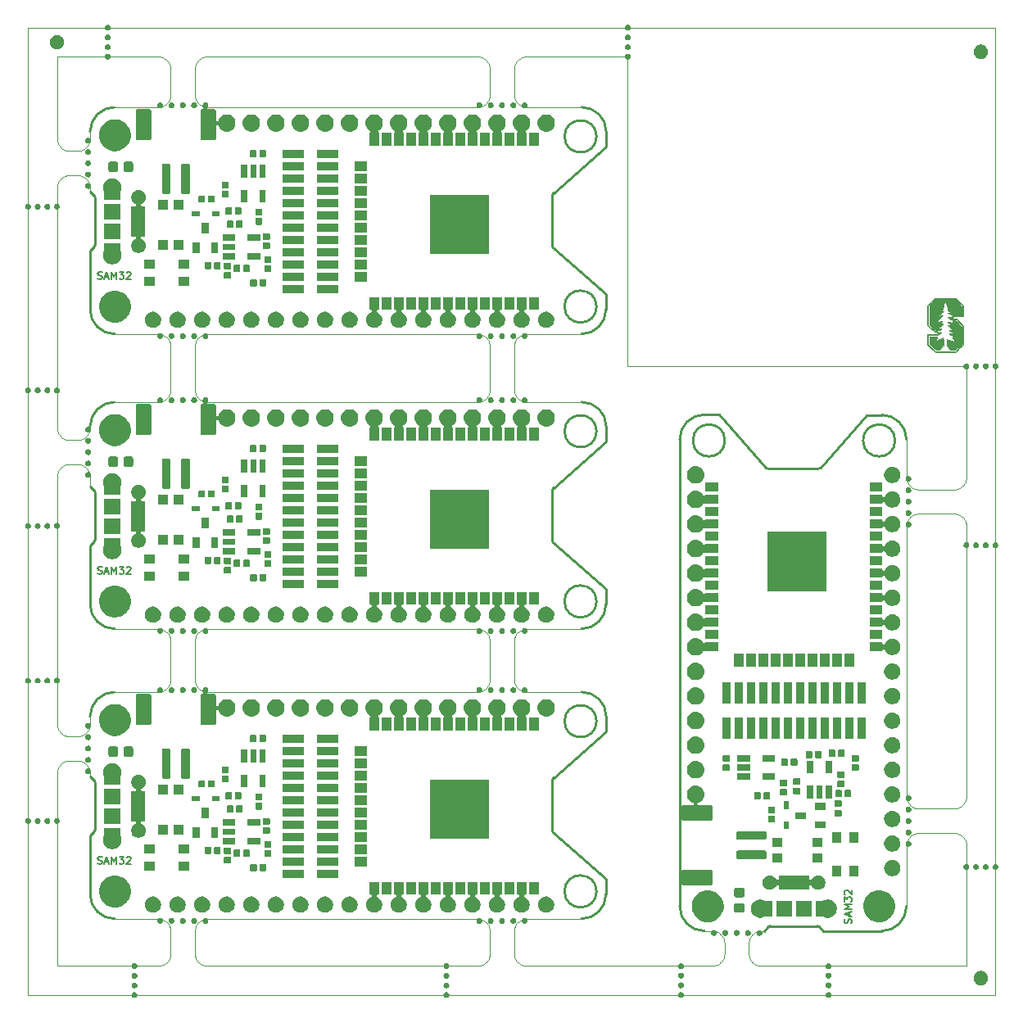
<source format=gbr>
%TF.GenerationSoftware,KiCad,Pcbnew,(5.1.4)-1*%
%TF.CreationDate,2019-10-11T08:55:03-07:00*%
%TF.ProjectId,output.v25Panel,6f757470-7574-42e7-9632-3550616e656c,rev?*%
%TF.SameCoordinates,Original*%
%TF.FileFunction,Soldermask,Top*%
%TF.FilePolarity,Negative*%
%FSLAX46Y46*%
G04 Gerber Fmt 4.6, Leading zero omitted, Abs format (unit mm)*
G04 Created by KiCad (PCBNEW (5.1.4)-1) date 2019-10-11 08:55:03*
%MOMM*%
%LPD*%
G04 APERTURE LIST*
%ADD10C,0.050000*%
%ADD11C,0.190500*%
%ADD12C,0.250000*%
%ADD13C,0.100000*%
%ADD14C,0.010000*%
%ADD15C,0.150000*%
G04 APERTURE END LIST*
D10*
X182000000Y-75000000D02*
X147000000Y-75000000D01*
X147000000Y-75000000D02*
X147000000Y-43000000D01*
X85000000Y-140000000D02*
X85000000Y-40000000D01*
X185000000Y-140000000D02*
X85000000Y-140000000D01*
X185000000Y-40000000D02*
X185000000Y-140000000D01*
X85000000Y-40000000D02*
X185000000Y-40000000D01*
D11*
X92216967Y-65967428D02*
X92325825Y-66003714D01*
X92507253Y-66003714D01*
X92579825Y-65967428D01*
X92616110Y-65931142D01*
X92652396Y-65858571D01*
X92652396Y-65786000D01*
X92616110Y-65713428D01*
X92579825Y-65677142D01*
X92507253Y-65640857D01*
X92362110Y-65604571D01*
X92289539Y-65568285D01*
X92253253Y-65532000D01*
X92216967Y-65459428D01*
X92216967Y-65386857D01*
X92253253Y-65314285D01*
X92289539Y-65278000D01*
X92362110Y-65241714D01*
X92543539Y-65241714D01*
X92652396Y-65278000D01*
X92942682Y-65786000D02*
X93305539Y-65786000D01*
X92870110Y-66003714D02*
X93124110Y-65241714D01*
X93378110Y-66003714D01*
X93632110Y-66003714D02*
X93632110Y-65241714D01*
X93886110Y-65786000D01*
X94140110Y-65241714D01*
X94140110Y-66003714D01*
X94430396Y-65241714D02*
X94902110Y-65241714D01*
X94648110Y-65532000D01*
X94756967Y-65532000D01*
X94829539Y-65568285D01*
X94865825Y-65604571D01*
X94902110Y-65677142D01*
X94902110Y-65858571D01*
X94865825Y-65931142D01*
X94829539Y-65967428D01*
X94756967Y-66003714D01*
X94539253Y-66003714D01*
X94466682Y-65967428D01*
X94430396Y-65931142D01*
X95192396Y-65314285D02*
X95228682Y-65278000D01*
X95301253Y-65241714D01*
X95482682Y-65241714D01*
X95555253Y-65278000D01*
X95591539Y-65314285D01*
X95627825Y-65386857D01*
X95627825Y-65459428D01*
X95591539Y-65568285D01*
X95156110Y-66003714D01*
X95627825Y-66003714D01*
D12*
X144752060Y-67575080D02*
X144752060Y-69128640D01*
X142212060Y-71668640D02*
G75*
G03X144752060Y-69128640I0J2540000D01*
G01*
X139315076Y-62811768D02*
X144752060Y-67575080D01*
X91412060Y-56926067D02*
X91860000Y-57370000D01*
X139318052Y-57099398D02*
X144780013Y-52320000D01*
X139318039Y-57099407D02*
G75*
G03X139188512Y-57351166I160472J-241760D01*
G01*
X139315063Y-62811759D02*
G75*
G02X139185536Y-62560000I160472J241760D01*
G01*
X139185536Y-62560000D02*
X139188512Y-57351166D01*
X91412060Y-63068136D02*
X91860000Y-62624203D01*
X91860000Y-62624203D02*
G75*
G03X91921488Y-62435369I-228511J178835D01*
G01*
X91860000Y-57370000D02*
G75*
G02X91921488Y-57558834I-228511J-178835D01*
G01*
X143765221Y-51245720D02*
G75*
G03X143765221Y-51245720I-1652221J0D01*
G01*
X143765221Y-68835220D02*
G75*
G03X143765221Y-68835220I-1652221J0D01*
G01*
X144780013Y-50766440D02*
X144780013Y-52320000D01*
X142240013Y-48226440D02*
G75*
G02X144780013Y-50766440I0J-2540000D01*
G01*
X91412060Y-63068136D02*
X91412060Y-69128640D01*
X91412060Y-50766440D02*
G75*
G02X93952060Y-48226440I2540000J0D01*
G01*
X91921488Y-57558834D02*
X91921488Y-62435369D01*
X93952060Y-71668640D02*
G75*
G02X91412060Y-69128640I0J2540000D01*
G01*
D11*
X92216967Y-96447428D02*
X92325825Y-96483714D01*
X92507253Y-96483714D01*
X92579825Y-96447428D01*
X92616110Y-96411142D01*
X92652396Y-96338571D01*
X92652396Y-96266000D01*
X92616110Y-96193428D01*
X92579825Y-96157142D01*
X92507253Y-96120857D01*
X92362110Y-96084571D01*
X92289539Y-96048285D01*
X92253253Y-96012000D01*
X92216967Y-95939428D01*
X92216967Y-95866857D01*
X92253253Y-95794285D01*
X92289539Y-95758000D01*
X92362110Y-95721714D01*
X92543539Y-95721714D01*
X92652396Y-95758000D01*
X92942682Y-96266000D02*
X93305539Y-96266000D01*
X92870110Y-96483714D02*
X93124110Y-95721714D01*
X93378110Y-96483714D01*
X93632110Y-96483714D02*
X93632110Y-95721714D01*
X93886110Y-96266000D01*
X94140110Y-95721714D01*
X94140110Y-96483714D01*
X94430396Y-95721714D02*
X94902110Y-95721714D01*
X94648110Y-96012000D01*
X94756967Y-96012000D01*
X94829539Y-96048285D01*
X94865825Y-96084571D01*
X94902110Y-96157142D01*
X94902110Y-96338571D01*
X94865825Y-96411142D01*
X94829539Y-96447428D01*
X94756967Y-96483714D01*
X94539253Y-96483714D01*
X94466682Y-96447428D01*
X94430396Y-96411142D01*
X95192396Y-95794285D02*
X95228682Y-95758000D01*
X95301253Y-95721714D01*
X95482682Y-95721714D01*
X95555253Y-95758000D01*
X95591539Y-95794285D01*
X95627825Y-95866857D01*
X95627825Y-95939428D01*
X95591539Y-96048285D01*
X95156110Y-96483714D01*
X95627825Y-96483714D01*
D12*
X144752060Y-98055080D02*
X144752060Y-99608640D01*
X142212060Y-102148640D02*
G75*
G03X144752060Y-99608640I0J2540000D01*
G01*
X139315076Y-93291768D02*
X144752060Y-98055080D01*
X91412060Y-87406067D02*
X91860000Y-87850000D01*
X139318052Y-87579398D02*
X144780013Y-82800000D01*
X139318039Y-87579407D02*
G75*
G03X139188512Y-87831166I160472J-241760D01*
G01*
X139315063Y-93291759D02*
G75*
G02X139185536Y-93040000I160472J241760D01*
G01*
X139185536Y-93040000D02*
X139188512Y-87831166D01*
X91412060Y-93548136D02*
X91860000Y-93104203D01*
X91860000Y-93104203D02*
G75*
G03X91921488Y-92915369I-228511J178835D01*
G01*
X91860000Y-87850000D02*
G75*
G02X91921488Y-88038834I-228511J-178835D01*
G01*
X143765221Y-81725720D02*
G75*
G03X143765221Y-81725720I-1652221J0D01*
G01*
X143765221Y-99315220D02*
G75*
G03X143765221Y-99315220I-1652221J0D01*
G01*
X144780013Y-81246440D02*
X144780013Y-82800000D01*
X142240013Y-78706440D02*
G75*
G02X144780013Y-81246440I0J-2540000D01*
G01*
X91412060Y-93548136D02*
X91412060Y-99608640D01*
X91412060Y-81246440D02*
G75*
G02X93952060Y-78706440I2540000J0D01*
G01*
X91921488Y-88038834D02*
X91921488Y-92915369D01*
X93952060Y-102148640D02*
G75*
G02X91412060Y-99608640I0J2540000D01*
G01*
D11*
X92216967Y-126419428D02*
X92325825Y-126455714D01*
X92507253Y-126455714D01*
X92579825Y-126419428D01*
X92616110Y-126383142D01*
X92652396Y-126310571D01*
X92652396Y-126238000D01*
X92616110Y-126165428D01*
X92579825Y-126129142D01*
X92507253Y-126092857D01*
X92362110Y-126056571D01*
X92289539Y-126020285D01*
X92253253Y-125984000D01*
X92216967Y-125911428D01*
X92216967Y-125838857D01*
X92253253Y-125766285D01*
X92289539Y-125730000D01*
X92362110Y-125693714D01*
X92543539Y-125693714D01*
X92652396Y-125730000D01*
X92942682Y-126238000D02*
X93305539Y-126238000D01*
X92870110Y-126455714D02*
X93124110Y-125693714D01*
X93378110Y-126455714D01*
X93632110Y-126455714D02*
X93632110Y-125693714D01*
X93886110Y-126238000D01*
X94140110Y-125693714D01*
X94140110Y-126455714D01*
X94430396Y-125693714D02*
X94902110Y-125693714D01*
X94648110Y-125984000D01*
X94756967Y-125984000D01*
X94829539Y-126020285D01*
X94865825Y-126056571D01*
X94902110Y-126129142D01*
X94902110Y-126310571D01*
X94865825Y-126383142D01*
X94829539Y-126419428D01*
X94756967Y-126455714D01*
X94539253Y-126455714D01*
X94466682Y-126419428D01*
X94430396Y-126383142D01*
X95192396Y-125766285D02*
X95228682Y-125730000D01*
X95301253Y-125693714D01*
X95482682Y-125693714D01*
X95555253Y-125730000D01*
X95591539Y-125766285D01*
X95627825Y-125838857D01*
X95627825Y-125911428D01*
X95591539Y-126020285D01*
X95156110Y-126455714D01*
X95627825Y-126455714D01*
D12*
X144752060Y-128027080D02*
X144752060Y-129580640D01*
X142212060Y-132120640D02*
G75*
G03X144752060Y-129580640I0J2540000D01*
G01*
X139315076Y-123263768D02*
X144752060Y-128027080D01*
X91412060Y-117378067D02*
X91860000Y-117822000D01*
X139318052Y-117551398D02*
X144780013Y-112772000D01*
X139318039Y-117551407D02*
G75*
G03X139188512Y-117803166I160472J-241760D01*
G01*
X139315063Y-123263759D02*
G75*
G02X139185536Y-123012000I160472J241760D01*
G01*
X139185536Y-123012000D02*
X139188512Y-117803166D01*
X91412060Y-123520136D02*
X91860000Y-123076203D01*
X91860000Y-123076203D02*
G75*
G03X91921488Y-122887369I-228511J178835D01*
G01*
X91860000Y-117822000D02*
G75*
G02X91921488Y-118010834I-228511J-178835D01*
G01*
X143765221Y-111697720D02*
G75*
G03X143765221Y-111697720I-1652221J0D01*
G01*
X143765221Y-129287220D02*
G75*
G03X143765221Y-129287220I-1652221J0D01*
G01*
X144780013Y-111218440D02*
X144780013Y-112772000D01*
X142240013Y-108678440D02*
G75*
G02X144780013Y-111218440I0J-2540000D01*
G01*
X91412060Y-123520136D02*
X91412060Y-129580640D01*
X91412060Y-111218440D02*
G75*
G02X93952060Y-108678440I2540000J0D01*
G01*
X91921488Y-118010834D02*
X91921488Y-122887369D01*
X93952060Y-132120640D02*
G75*
G02X91412060Y-129580640I0J2540000D01*
G01*
D11*
X170107428Y-132573032D02*
X170143714Y-132464175D01*
X170143714Y-132282746D01*
X170107428Y-132210175D01*
X170071142Y-132173889D01*
X169998571Y-132137603D01*
X169926000Y-132137603D01*
X169853428Y-132173889D01*
X169817142Y-132210175D01*
X169780857Y-132282746D01*
X169744571Y-132427889D01*
X169708285Y-132500460D01*
X169672000Y-132536746D01*
X169599428Y-132573032D01*
X169526857Y-132573032D01*
X169454285Y-132536746D01*
X169418000Y-132500460D01*
X169381714Y-132427889D01*
X169381714Y-132246460D01*
X169418000Y-132137603D01*
X169926000Y-131847317D02*
X169926000Y-131484460D01*
X170143714Y-131919889D02*
X169381714Y-131665889D01*
X170143714Y-131411889D01*
X170143714Y-131157889D02*
X169381714Y-131157889D01*
X169926000Y-130903889D01*
X169381714Y-130649889D01*
X170143714Y-130649889D01*
X169381714Y-130359603D02*
X169381714Y-129887889D01*
X169672000Y-130141889D01*
X169672000Y-130033032D01*
X169708285Y-129960460D01*
X169744571Y-129924175D01*
X169817142Y-129887889D01*
X169998571Y-129887889D01*
X170071142Y-129924175D01*
X170107428Y-129960460D01*
X170143714Y-130033032D01*
X170143714Y-130250746D01*
X170107428Y-130323317D01*
X170071142Y-130359603D01*
X169454285Y-129597603D02*
X169418000Y-129561317D01*
X169381714Y-129488746D01*
X169381714Y-129307317D01*
X169418000Y-129234746D01*
X169454285Y-129198460D01*
X169526857Y-129162175D01*
X169599428Y-129162175D01*
X169708285Y-129198460D01*
X170143714Y-129633889D01*
X170143714Y-129162175D01*
D12*
X171715080Y-80037940D02*
X173268640Y-80037940D01*
X175808640Y-82577940D02*
G75*
G03X173268640Y-80037940I-2540000J0D01*
G01*
X166951768Y-85474924D02*
X171715080Y-80037940D01*
X161066067Y-133377940D02*
X161510000Y-132930000D01*
X161239398Y-85471948D02*
X156460000Y-80009987D01*
X161239407Y-85471961D02*
G75*
G03X161491166Y-85601488I241760J160472D01*
G01*
X166951759Y-85474937D02*
G75*
G02X166700000Y-85604464I-241760J160472D01*
G01*
X166700000Y-85604464D02*
X161491166Y-85601488D01*
X167208136Y-133377940D02*
X166764203Y-132930000D01*
X166764203Y-132930000D02*
G75*
G03X166575369Y-132868512I-178835J-228511D01*
G01*
X161510000Y-132930000D02*
G75*
G02X161698834Y-132868512I178835J-228511D01*
G01*
X157037941Y-82677000D02*
G75*
G03X157037941Y-82677000I-1652221J0D01*
G01*
X174627441Y-82677000D02*
G75*
G03X174627441Y-82677000I-1652221J0D01*
G01*
X154906440Y-80009987D02*
X156460000Y-80009987D01*
X152366440Y-82549987D02*
G75*
G02X154906440Y-80009987I2540000J0D01*
G01*
X167208136Y-133377940D02*
X173268640Y-133377940D01*
X152366440Y-82549987D02*
X152366440Y-130837940D01*
X154906440Y-133377940D02*
G75*
G02X152366440Y-130837940I0J2540000D01*
G01*
X161698834Y-132868512D02*
X166575369Y-132868512D01*
X175808640Y-130837940D02*
G75*
G02X173268640Y-133377940I-2540000J0D01*
G01*
D13*
X175808640Y-86500005D02*
X175808640Y-82577940D01*
X182000000Y-86499985D02*
X182000000Y-75000000D01*
X182000000Y-91499960D02*
X181992313Y-91400256D01*
X175808640Y-91500025D02*
X175816327Y-91400321D01*
X181992313Y-91400256D02*
X181976985Y-91301438D01*
X175816327Y-91400321D02*
X175831655Y-91301503D01*
X181976985Y-91301438D02*
X181954107Y-91204091D01*
X175831655Y-91301503D02*
X175854533Y-91204156D01*
X181954107Y-91204091D02*
X181923814Y-91108791D01*
X175854533Y-91204156D02*
X175884826Y-91108856D01*
X181923814Y-91108791D02*
X181886285Y-91016101D01*
X175884826Y-91108856D02*
X175922355Y-91016166D01*
X181886285Y-91016101D02*
X181841742Y-90926570D01*
X175922355Y-91016166D02*
X175966898Y-90926635D01*
X181841742Y-90926570D02*
X181790449Y-90840728D01*
X175966898Y-90926635D02*
X176018191Y-90840793D01*
X181790449Y-90840728D02*
X181732709Y-90759083D01*
X176018191Y-90840793D02*
X176075931Y-90759148D01*
X181732709Y-90759083D02*
X181668864Y-90682118D01*
X176075931Y-90759148D02*
X176139776Y-90682183D01*
X181668864Y-90682118D02*
X181599292Y-90610288D01*
X176139776Y-90682183D02*
X176209348Y-90610353D01*
X181599292Y-90610288D02*
X181524405Y-90544018D01*
X176209348Y-90610353D02*
X176284235Y-90544083D01*
X181524405Y-90544018D02*
X181444646Y-90483700D01*
X176284235Y-90544083D02*
X176363994Y-90483765D01*
X181444646Y-90483700D02*
X181360487Y-90429691D01*
X176363994Y-90483765D02*
X176448153Y-90429756D01*
X181360487Y-90429691D02*
X181272426Y-90382311D01*
X176448153Y-90429756D02*
X176536214Y-90382376D01*
X181272426Y-90382311D02*
X181180984Y-90341840D01*
X176536214Y-90382376D02*
X176627656Y-90341905D01*
X181180984Y-90341840D02*
X181086702Y-90308518D01*
X176627656Y-90341905D02*
X176721938Y-90308583D01*
X181086702Y-90308518D02*
X180990138Y-90282542D01*
X176721938Y-90308583D02*
X176818502Y-90282607D01*
X180990138Y-90282542D02*
X180891863Y-90264065D01*
X176818502Y-90282607D02*
X176916777Y-90264130D01*
X180891863Y-90264065D02*
X180792458Y-90253197D01*
X176916777Y-90264130D02*
X177016182Y-90253262D01*
X180792458Y-90253197D02*
X180692512Y-90250002D01*
X177016182Y-90253262D02*
X177116128Y-90250067D01*
X177116128Y-90250067D02*
X180692512Y-90250002D01*
X175808640Y-86500005D02*
X175816327Y-86599709D01*
X182000000Y-86499985D02*
X181992313Y-86599689D01*
X175816327Y-86599709D02*
X175831655Y-86698527D01*
X181992313Y-86599689D02*
X181976985Y-86698507D01*
X175831655Y-86698527D02*
X175854533Y-86795874D01*
X181976985Y-86698507D02*
X181954107Y-86795854D01*
X175854533Y-86795874D02*
X175884826Y-86891174D01*
X181954107Y-86795854D02*
X181923814Y-86891154D01*
X175884826Y-86891174D02*
X175922355Y-86983864D01*
X181923814Y-86891154D02*
X181886285Y-86983844D01*
X175922355Y-86983864D02*
X175966898Y-87073395D01*
X181886285Y-86983844D02*
X181841742Y-87073375D01*
X175966898Y-87073395D02*
X176018191Y-87159237D01*
X181841742Y-87073375D02*
X181790449Y-87159217D01*
X176018191Y-87159237D02*
X176075931Y-87240882D01*
X181790449Y-87159217D02*
X181732709Y-87240862D01*
X176075931Y-87240882D02*
X176139776Y-87317847D01*
X181732709Y-87240862D02*
X181668864Y-87317827D01*
X176139776Y-87317847D02*
X176209348Y-87389677D01*
X181668864Y-87317827D02*
X181599292Y-87389657D01*
X176209348Y-87389677D02*
X176284235Y-87455947D01*
X181599292Y-87389657D02*
X181524405Y-87455927D01*
X176284235Y-87455947D02*
X176363994Y-87516265D01*
X181524405Y-87455927D02*
X181444646Y-87516245D01*
X176363994Y-87516265D02*
X176448153Y-87570274D01*
X181444646Y-87516245D02*
X181360487Y-87570254D01*
X176448153Y-87570274D02*
X176536214Y-87617654D01*
X181360487Y-87570254D02*
X181272426Y-87617634D01*
X176536214Y-87617654D02*
X176627656Y-87658125D01*
X181272426Y-87617634D02*
X181180984Y-87658105D01*
X176627656Y-87658125D02*
X176721938Y-87691447D01*
X181180984Y-87658105D02*
X181086702Y-87691427D01*
X176721938Y-87691447D02*
X176818502Y-87717423D01*
X181086702Y-87691427D02*
X180990138Y-87717403D01*
X176818502Y-87717423D02*
X176916777Y-87735900D01*
X180990138Y-87717403D02*
X180891863Y-87735880D01*
X176916777Y-87735900D02*
X177016182Y-87746768D01*
X180891863Y-87735880D02*
X180792458Y-87746748D01*
X177016182Y-87746768D02*
X177116128Y-87749963D01*
X180792458Y-87746748D02*
X180692512Y-87749943D01*
X177116128Y-87749963D02*
X180692512Y-87749943D01*
X175808640Y-119499992D02*
X175808640Y-91500025D01*
X175808640Y-124500010D02*
X175808640Y-130837940D01*
X182000000Y-119499987D02*
X182000000Y-91499960D01*
X182000000Y-124500013D02*
X182000000Y-137000000D01*
X182000000Y-124500013D02*
X181992313Y-124400309D01*
X175808640Y-124500010D02*
X175816327Y-124400306D01*
X181992313Y-124400309D02*
X181976985Y-124301491D01*
X175816327Y-124400306D02*
X175831655Y-124301488D01*
X181976985Y-124301491D02*
X181954107Y-124204144D01*
X175831655Y-124301488D02*
X175854533Y-124204141D01*
X181954107Y-124204144D02*
X181923814Y-124108844D01*
X175854533Y-124204141D02*
X175884826Y-124108841D01*
X181923814Y-124108844D02*
X181886285Y-124016154D01*
X175884826Y-124108841D02*
X175922355Y-124016151D01*
X175922355Y-124016151D02*
X175966898Y-123926620D01*
X181886285Y-124016154D02*
X181841742Y-123926623D01*
X175966898Y-123926620D02*
X176018191Y-123840778D01*
X181841742Y-123926623D02*
X181790449Y-123840781D01*
X176018191Y-123840778D02*
X176075931Y-123759133D01*
X181790449Y-123840781D02*
X181732709Y-123759136D01*
X176075931Y-123759133D02*
X176139776Y-123682168D01*
X181732709Y-123759136D02*
X181668864Y-123682171D01*
X176139776Y-123682168D02*
X176209348Y-123610338D01*
X181668864Y-123682171D02*
X181599292Y-123610341D01*
X176209348Y-123610338D02*
X176284235Y-123544068D01*
X181599292Y-123610341D02*
X181524405Y-123544071D01*
X176284235Y-123544068D02*
X176363994Y-123483750D01*
X181524405Y-123544071D02*
X181444646Y-123483753D01*
X176363994Y-123483750D02*
X176448153Y-123429741D01*
X181444646Y-123483753D02*
X181360487Y-123429744D01*
X176448153Y-123429741D02*
X176536214Y-123382361D01*
X181360487Y-123429744D02*
X181272426Y-123382364D01*
X176536214Y-123382361D02*
X176627656Y-123341890D01*
X181272426Y-123382364D02*
X181180984Y-123341893D01*
X176627656Y-123341890D02*
X176721938Y-123308568D01*
X181180984Y-123341893D02*
X181086702Y-123308571D01*
X176721938Y-123308568D02*
X176818502Y-123282592D01*
X181086702Y-123308571D02*
X180990138Y-123282595D01*
X176818502Y-123282592D02*
X176916777Y-123264115D01*
X180990138Y-123282595D02*
X180891863Y-123264118D01*
X176916777Y-123264115D02*
X177016182Y-123253247D01*
X180891863Y-123264118D02*
X180792458Y-123253250D01*
X177016182Y-123253247D02*
X177116128Y-123250052D01*
X180792458Y-123253250D02*
X180692512Y-123250055D01*
X177116128Y-123250052D02*
X180692512Y-123250055D01*
X175808640Y-119499992D02*
X175816327Y-119599696D01*
X182000000Y-119499987D02*
X181992313Y-119599691D01*
X175816327Y-119599696D02*
X175831655Y-119698514D01*
X181992313Y-119599691D02*
X181976985Y-119698509D01*
X175831655Y-119698514D02*
X175854533Y-119795861D01*
X181976985Y-119698509D02*
X181954107Y-119795856D01*
X175854533Y-119795861D02*
X175884826Y-119891161D01*
X181954107Y-119795856D02*
X181923814Y-119891156D01*
X175884826Y-119891161D02*
X175922355Y-119983851D01*
X181923814Y-119891156D02*
X181886285Y-119983846D01*
X175922355Y-119983851D02*
X175966898Y-120073382D01*
X181886285Y-119983846D02*
X181841742Y-120073377D01*
X175966898Y-120073382D02*
X176018191Y-120159224D01*
X181841742Y-120073377D02*
X181790449Y-120159219D01*
X176018191Y-120159224D02*
X176075931Y-120240869D01*
X181790449Y-120159219D02*
X181732709Y-120240864D01*
X176075931Y-120240869D02*
X176139776Y-120317834D01*
X181732709Y-120240864D02*
X181668864Y-120317829D01*
X176139776Y-120317834D02*
X176209348Y-120389664D01*
X181668864Y-120317829D02*
X181599292Y-120389659D01*
X176209348Y-120389664D02*
X176284235Y-120455934D01*
X181599292Y-120389659D02*
X181524405Y-120455929D01*
X176284235Y-120455934D02*
X176363994Y-120516252D01*
X181524405Y-120455929D02*
X181444646Y-120516247D01*
X176363994Y-120516252D02*
X176448153Y-120570261D01*
X181444646Y-120516247D02*
X181360487Y-120570256D01*
X176448153Y-120570261D02*
X176536214Y-120617641D01*
X181360487Y-120570256D02*
X181272426Y-120617636D01*
X176536214Y-120617641D02*
X176627656Y-120658112D01*
X181272426Y-120617636D02*
X181180984Y-120658107D01*
X176627656Y-120658112D02*
X176721938Y-120691434D01*
X181180984Y-120658107D02*
X181086702Y-120691429D01*
X176721938Y-120691434D02*
X176818502Y-120717410D01*
X181086702Y-120691429D02*
X180990138Y-120717405D01*
X176818502Y-120717410D02*
X176916777Y-120735887D01*
X180990138Y-120717405D02*
X180891863Y-120735882D01*
X176916777Y-120735887D02*
X177016182Y-120746755D01*
X180891863Y-120735882D02*
X180792458Y-120746750D01*
X177016182Y-120746755D02*
X177116128Y-120749950D01*
X180792458Y-120746750D02*
X180692512Y-120749945D01*
X177116128Y-120749950D02*
X180692512Y-120749945D01*
X155750002Y-133377940D02*
X154906440Y-133377940D01*
X160749998Y-133377940D02*
X161066067Y-133377940D01*
X160749985Y-137000000D02*
X182000000Y-137000000D01*
X155750002Y-133377940D02*
X155849706Y-133385627D01*
X155749977Y-137000000D02*
X155849681Y-136992313D01*
X155849706Y-133385627D02*
X155948524Y-133400955D01*
X155849681Y-136992313D02*
X155948499Y-136976985D01*
X155948524Y-133400955D02*
X156045871Y-133423833D01*
X155948499Y-136976985D02*
X156045846Y-136954107D01*
X156045871Y-133423833D02*
X156141171Y-133454126D01*
X156045846Y-136954107D02*
X156141146Y-136923814D01*
X156141171Y-133454126D02*
X156233861Y-133491655D01*
X156141146Y-136923814D02*
X156233836Y-136886285D01*
X156233861Y-133491655D02*
X156323392Y-133536198D01*
X156233836Y-136886285D02*
X156323367Y-136841742D01*
X156323392Y-133536198D02*
X156409234Y-133587491D01*
X156323367Y-136841742D02*
X156409209Y-136790449D01*
X156409234Y-133587491D02*
X156490879Y-133645231D01*
X156409209Y-136790449D02*
X156490854Y-136732709D01*
X156490879Y-133645231D02*
X156567844Y-133709076D01*
X156490854Y-136732709D02*
X156567819Y-136668864D01*
X156567844Y-133709076D02*
X156639674Y-133778648D01*
X156567819Y-136668864D02*
X156639649Y-136599292D01*
X156639674Y-133778648D02*
X156705944Y-133853535D01*
X156639649Y-136599292D02*
X156705919Y-136524405D01*
X156705944Y-133853535D02*
X156766262Y-133933294D01*
X156705919Y-136524405D02*
X156766237Y-136444646D01*
X156766262Y-133933294D02*
X156820271Y-134017453D01*
X156766237Y-136444646D02*
X156820246Y-136360487D01*
X156820271Y-134017453D02*
X156867651Y-134105514D01*
X156820246Y-136360487D02*
X156867626Y-136272426D01*
X156867651Y-134105514D02*
X156908122Y-134196956D01*
X156867626Y-136272426D02*
X156908097Y-136180984D01*
X156908122Y-134196956D02*
X156941444Y-134291238D01*
X156908097Y-136180984D02*
X156941419Y-136086702D01*
X156941444Y-134291238D02*
X156967420Y-134387802D01*
X156941419Y-136086702D02*
X156967395Y-135990138D01*
X156967420Y-134387802D02*
X156985897Y-134486077D01*
X156967395Y-135990138D02*
X156985872Y-135891863D01*
X156985897Y-134486077D02*
X156996765Y-134585482D01*
X156985872Y-135891863D02*
X156996740Y-135792458D01*
X156996765Y-134585482D02*
X156999960Y-134685428D01*
X156996740Y-135792458D02*
X156999935Y-135692512D01*
X156999960Y-134685428D02*
X156999935Y-135692512D01*
X160749985Y-137000000D02*
X160650281Y-136992313D01*
X160749998Y-133377940D02*
X160650294Y-133385627D01*
X160650281Y-136992313D02*
X160551463Y-136976985D01*
X160650294Y-133385627D02*
X160551476Y-133400955D01*
X160551463Y-136976985D02*
X160454116Y-136954107D01*
X160551476Y-133400955D02*
X160454129Y-133423833D01*
X160454116Y-136954107D02*
X160358816Y-136923814D01*
X160454129Y-133423833D02*
X160358829Y-133454126D01*
X160358816Y-136923814D02*
X160266126Y-136886285D01*
X160358829Y-133454126D02*
X160266139Y-133491655D01*
X160266126Y-136886285D02*
X160176595Y-136841742D01*
X160266139Y-133491655D02*
X160176608Y-133536198D01*
X160176595Y-136841742D02*
X160090753Y-136790449D01*
X160176608Y-133536198D02*
X160090766Y-133587491D01*
X160090753Y-136790449D02*
X160009108Y-136732709D01*
X160090766Y-133587491D02*
X160009121Y-133645231D01*
X160009108Y-136732709D02*
X159932143Y-136668864D01*
X160009121Y-133645231D02*
X159932156Y-133709076D01*
X159932143Y-136668864D02*
X159860313Y-136599292D01*
X159932156Y-133709076D02*
X159860326Y-133778648D01*
X159860313Y-136599292D02*
X159794043Y-136524405D01*
X159860326Y-133778648D02*
X159794056Y-133853535D01*
X159794043Y-136524405D02*
X159733725Y-136444646D01*
X159794056Y-133853535D02*
X159733738Y-133933294D01*
X159733725Y-136444646D02*
X159679716Y-136360487D01*
X159733738Y-133933294D02*
X159679729Y-134017453D01*
X159679716Y-136360487D02*
X159632336Y-136272426D01*
X159679729Y-134017453D02*
X159632349Y-134105514D01*
X159632336Y-136272426D02*
X159591865Y-136180984D01*
X159632349Y-134105514D02*
X159591878Y-134196956D01*
X159591865Y-136180984D02*
X159558543Y-136086702D01*
X159591878Y-134196956D02*
X159558556Y-134291238D01*
X159558543Y-136086702D02*
X159532567Y-135990138D01*
X159558556Y-134291238D02*
X159532580Y-134387802D01*
X159532567Y-135990138D02*
X159514090Y-135891863D01*
X159532580Y-134387802D02*
X159514103Y-134486077D01*
X159514090Y-135891863D02*
X159503222Y-135792458D01*
X159514103Y-134486077D02*
X159503235Y-134585482D01*
X159503222Y-135792458D02*
X159500027Y-135692512D01*
X159503235Y-134585482D02*
X159500040Y-134685428D01*
X159500040Y-134685428D02*
X159500027Y-135692512D01*
X136499998Y-132120640D02*
X142212060Y-132120640D01*
X136499998Y-137000000D02*
X155749977Y-137000000D01*
X131500015Y-137000000D02*
X131599719Y-136992313D01*
X131500007Y-132120640D02*
X131599711Y-132128327D01*
X131599719Y-136992313D02*
X131698537Y-136976985D01*
X131599711Y-132128327D02*
X131698529Y-132143655D01*
X131698537Y-136976985D02*
X131795884Y-136954107D01*
X131698529Y-132143655D02*
X131795876Y-132166533D01*
X131795884Y-136954107D02*
X131891184Y-136923814D01*
X131795876Y-132166533D02*
X131891176Y-132196826D01*
X131891184Y-136923814D02*
X131983874Y-136886285D01*
X131891176Y-132196826D02*
X131983866Y-132234355D01*
X131983874Y-136886285D02*
X132073405Y-136841742D01*
X131983866Y-132234355D02*
X132073397Y-132278898D01*
X132073405Y-136841742D02*
X132159247Y-136790449D01*
X132073397Y-132278898D02*
X132159239Y-132330191D01*
X132159247Y-136790449D02*
X132240892Y-136732709D01*
X132159239Y-132330191D02*
X132240884Y-132387931D01*
X132240892Y-136732709D02*
X132317857Y-136668864D01*
X132240884Y-132387931D02*
X132317849Y-132451776D01*
X132317857Y-136668864D02*
X132389687Y-136599292D01*
X132317849Y-132451776D02*
X132389679Y-132521348D01*
X132389687Y-136599292D02*
X132455957Y-136524405D01*
X132389679Y-132521348D02*
X132455949Y-132596235D01*
X132455957Y-136524405D02*
X132516275Y-136444646D01*
X132455949Y-132596235D02*
X132516267Y-132675994D01*
X132516275Y-136444646D02*
X132570284Y-136360487D01*
X132516267Y-132675994D02*
X132570276Y-132760153D01*
X132570284Y-136360487D02*
X132617664Y-136272426D01*
X132570276Y-132760153D02*
X132617656Y-132848214D01*
X132617664Y-136272426D02*
X132658135Y-136180984D01*
X132617656Y-132848214D02*
X132658127Y-132939656D01*
X132658135Y-136180984D02*
X132691457Y-136086702D01*
X132658127Y-132939656D02*
X132691449Y-133033938D01*
X132691457Y-136086702D02*
X132717433Y-135990138D01*
X132691449Y-133033938D02*
X132717425Y-133130502D01*
X132717433Y-135990138D02*
X132735910Y-135891863D01*
X132717425Y-133130502D02*
X132735902Y-133228777D01*
X132735910Y-135891863D02*
X132746778Y-135792458D01*
X132735902Y-133228777D02*
X132746770Y-133328182D01*
X132746778Y-135792458D02*
X132749973Y-135692512D01*
X132746770Y-133328182D02*
X132749965Y-133428128D01*
X132749965Y-133428128D02*
X132749973Y-135692512D01*
X136499998Y-137000000D02*
X136400294Y-136992313D01*
X136499998Y-132120640D02*
X136400294Y-132128327D01*
X136400294Y-136992313D02*
X136301476Y-136976985D01*
X136400294Y-132128327D02*
X136301476Y-132143655D01*
X136301476Y-136976985D02*
X136204129Y-136954107D01*
X136301476Y-132143655D02*
X136204129Y-132166533D01*
X136204129Y-136954107D02*
X136108829Y-136923814D01*
X136204129Y-132166533D02*
X136108829Y-132196826D01*
X136108829Y-136923814D02*
X136016139Y-136886285D01*
X136108829Y-132196826D02*
X136016139Y-132234355D01*
X136016139Y-136886285D02*
X135926608Y-136841742D01*
X136016139Y-132234355D02*
X135926608Y-132278898D01*
X135926608Y-136841742D02*
X135840766Y-136790449D01*
X135926608Y-132278898D02*
X135840766Y-132330191D01*
X135840766Y-136790449D02*
X135759121Y-136732709D01*
X135840766Y-132330191D02*
X135759121Y-132387931D01*
X135759121Y-136732709D02*
X135682156Y-136668864D01*
X135759121Y-132387931D02*
X135682156Y-132451776D01*
X135682156Y-136668864D02*
X135610326Y-136599292D01*
X135682156Y-132451776D02*
X135610326Y-132521348D01*
X135610326Y-136599292D02*
X135544056Y-136524405D01*
X135610326Y-132521348D02*
X135544056Y-132596235D01*
X135544056Y-136524405D02*
X135483738Y-136444646D01*
X135544056Y-132596235D02*
X135483738Y-132675994D01*
X135483738Y-136444646D02*
X135429729Y-136360487D01*
X135483738Y-132675994D02*
X135429729Y-132760153D01*
X135429729Y-136360487D02*
X135382349Y-136272426D01*
X135429729Y-132760153D02*
X135382349Y-132848214D01*
X135382349Y-136272426D02*
X135341878Y-136180984D01*
X135382349Y-132848214D02*
X135341878Y-132939656D01*
X135341878Y-136180984D02*
X135308556Y-136086702D01*
X135341878Y-132939656D02*
X135308556Y-133033938D01*
X135308556Y-136086702D02*
X135282580Y-135990138D01*
X135308556Y-133033938D02*
X135282580Y-133130502D01*
X135282580Y-135990138D02*
X135264103Y-135891863D01*
X135282580Y-133130502D02*
X135264103Y-133228777D01*
X135264103Y-135891863D02*
X135253235Y-135792458D01*
X135264103Y-133228777D02*
X135253235Y-133328182D01*
X135253235Y-135792458D02*
X135250040Y-135692512D01*
X135253235Y-133328182D02*
X135250040Y-133428128D01*
X135250040Y-133428128D02*
X135250040Y-135692512D01*
X103500010Y-132120640D02*
X131500007Y-132120640D01*
X98500007Y-132120640D02*
X93952060Y-132120640D01*
X103500010Y-137000000D02*
X131500015Y-137000000D01*
X98500002Y-137000000D02*
X88000000Y-137000000D01*
X98500007Y-132120640D02*
X98599711Y-132128327D01*
X98500002Y-137000000D02*
X98599706Y-136992313D01*
X98599711Y-132128327D02*
X98698529Y-132143655D01*
X98599706Y-136992313D02*
X98698524Y-136976985D01*
X98698529Y-132143655D02*
X98795876Y-132166533D01*
X98698524Y-136976985D02*
X98795871Y-136954107D01*
X98795876Y-132166533D02*
X98891176Y-132196826D01*
X98795871Y-136954107D02*
X98891171Y-136923814D01*
X98891176Y-132196826D02*
X98983866Y-132234355D01*
X98891171Y-136923814D02*
X98983861Y-136886285D01*
X98983866Y-132234355D02*
X99073397Y-132278898D01*
X98983861Y-136886285D02*
X99073392Y-136841742D01*
X99073397Y-132278898D02*
X99159239Y-132330191D01*
X99073392Y-136841742D02*
X99159234Y-136790449D01*
X99159239Y-132330191D02*
X99240884Y-132387931D01*
X99159234Y-136790449D02*
X99240879Y-136732709D01*
X99240884Y-132387931D02*
X99317849Y-132451776D01*
X99240879Y-136732709D02*
X99317844Y-136668864D01*
X99317849Y-132451776D02*
X99389679Y-132521348D01*
X99317844Y-136668864D02*
X99389674Y-136599292D01*
X99389679Y-132521348D02*
X99455949Y-132596235D01*
X99389674Y-136599292D02*
X99455944Y-136524405D01*
X99455949Y-132596235D02*
X99516267Y-132675994D01*
X99455944Y-136524405D02*
X99516262Y-136444646D01*
X99516267Y-132675994D02*
X99570276Y-132760153D01*
X99516262Y-136444646D02*
X99570271Y-136360487D01*
X99570276Y-132760153D02*
X99617656Y-132848214D01*
X99570271Y-136360487D02*
X99617651Y-136272426D01*
X99617656Y-132848214D02*
X99658127Y-132939656D01*
X99617651Y-136272426D02*
X99658122Y-136180984D01*
X99658127Y-132939656D02*
X99691449Y-133033938D01*
X99658122Y-136180984D02*
X99691444Y-136086702D01*
X99691449Y-133033938D02*
X99717425Y-133130502D01*
X99691444Y-136086702D02*
X99717420Y-135990138D01*
X99717425Y-133130502D02*
X99735902Y-133228777D01*
X99717420Y-135990138D02*
X99735897Y-135891863D01*
X99735902Y-133228777D02*
X99746770Y-133328182D01*
X99735897Y-135891863D02*
X99746765Y-135792458D01*
X99746770Y-133328182D02*
X99749965Y-133428128D01*
X99746765Y-135792458D02*
X99749960Y-135692512D01*
X99749965Y-133428128D02*
X99749960Y-135692512D01*
X103500010Y-137000000D02*
X103400306Y-136992313D01*
X103500010Y-132120640D02*
X103400306Y-132128327D01*
X103400306Y-136992313D02*
X103301488Y-136976985D01*
X103400306Y-132128327D02*
X103301488Y-132143655D01*
X103301488Y-136976985D02*
X103204141Y-136954107D01*
X103301488Y-132143655D02*
X103204141Y-132166533D01*
X103204141Y-136954107D02*
X103108841Y-136923814D01*
X103204141Y-132166533D02*
X103108841Y-132196826D01*
X103108841Y-136923814D02*
X103016151Y-136886285D01*
X103108841Y-132196826D02*
X103016151Y-132234355D01*
X103016151Y-136886285D02*
X102926620Y-136841742D01*
X103016151Y-132234355D02*
X102926620Y-132278898D01*
X102926620Y-136841742D02*
X102840778Y-136790449D01*
X102926620Y-132278898D02*
X102840778Y-132330191D01*
X102840778Y-136790449D02*
X102759133Y-136732709D01*
X102840778Y-132330191D02*
X102759133Y-132387931D01*
X102759133Y-136732709D02*
X102682168Y-136668864D01*
X102759133Y-132387931D02*
X102682168Y-132451776D01*
X102682168Y-136668864D02*
X102610338Y-136599292D01*
X102682168Y-132451776D02*
X102610338Y-132521348D01*
X102610338Y-136599292D02*
X102544068Y-136524405D01*
X102610338Y-132521348D02*
X102544068Y-132596235D01*
X102544068Y-136524405D02*
X102483750Y-136444646D01*
X102544068Y-132596235D02*
X102483750Y-132675994D01*
X102483750Y-136444646D02*
X102429741Y-136360487D01*
X102483750Y-132675994D02*
X102429741Y-132760153D01*
X102429741Y-136360487D02*
X102382361Y-136272426D01*
X102429741Y-132760153D02*
X102382361Y-132848214D01*
X102382361Y-136272426D02*
X102341890Y-136180984D01*
X102382361Y-132848214D02*
X102341890Y-132939656D01*
X102341890Y-136180984D02*
X102308568Y-136086702D01*
X102341890Y-132939656D02*
X102308568Y-133033938D01*
X102308568Y-136086702D02*
X102282592Y-135990138D01*
X102308568Y-133033938D02*
X102282592Y-133130502D01*
X102282592Y-135990138D02*
X102264115Y-135891863D01*
X102282592Y-133130502D02*
X102264115Y-133228777D01*
X102264115Y-135891863D02*
X102253247Y-135792458D01*
X102264115Y-133228777D02*
X102253247Y-133328182D01*
X102253247Y-135792458D02*
X102250052Y-135692512D01*
X102253247Y-133328182D02*
X102250052Y-133428128D01*
X102250052Y-133428128D02*
X102250052Y-135692512D01*
X88000000Y-117020000D02*
X88000000Y-137000000D01*
X91412060Y-112020000D02*
X91412060Y-111218440D01*
X91412060Y-117020000D02*
X91412060Y-117378067D01*
X91412060Y-117020000D02*
X91404373Y-116920296D01*
X88000000Y-117020000D02*
X88007687Y-116920296D01*
X91404373Y-116920296D02*
X91389045Y-116821478D01*
X88007687Y-116920296D02*
X88023015Y-116821478D01*
X91389045Y-116821478D02*
X91366167Y-116724131D01*
X88023015Y-116821478D02*
X88045893Y-116724131D01*
X91366167Y-116724131D02*
X91335874Y-116628831D01*
X88045893Y-116724131D02*
X88076186Y-116628831D01*
X91335874Y-116628831D02*
X91298345Y-116536141D01*
X88076186Y-116628831D02*
X88113715Y-116536141D01*
X91298345Y-116536141D02*
X91253802Y-116446610D01*
X88113715Y-116536141D02*
X88158258Y-116446610D01*
X91253802Y-116446610D02*
X91202509Y-116360768D01*
X88158258Y-116446610D02*
X88209551Y-116360768D01*
X91202509Y-116360768D02*
X91144769Y-116279123D01*
X88209551Y-116360768D02*
X88267291Y-116279123D01*
X91144769Y-116279123D02*
X91080924Y-116202158D01*
X88267291Y-116279123D02*
X88331136Y-116202158D01*
X91080924Y-116202158D02*
X91011352Y-116130328D01*
X88331136Y-116202158D02*
X88400708Y-116130328D01*
X91011352Y-116130328D02*
X90936465Y-116064058D01*
X88400708Y-116130328D02*
X88475595Y-116064058D01*
X90936465Y-116064058D02*
X90856706Y-116003740D01*
X88475595Y-116064058D02*
X88555354Y-116003740D01*
X90856706Y-116003740D02*
X90772547Y-115949731D01*
X88555354Y-116003740D02*
X88639513Y-115949731D01*
X90772547Y-115949731D02*
X90684486Y-115902351D01*
X88639513Y-115949731D02*
X88727574Y-115902351D01*
X90684486Y-115902351D02*
X90593044Y-115861880D01*
X88727574Y-115902351D02*
X88819016Y-115861880D01*
X90593044Y-115861880D02*
X90498762Y-115828558D01*
X88819016Y-115861880D02*
X88913298Y-115828558D01*
X90498762Y-115828558D02*
X90402198Y-115802582D01*
X88913298Y-115828558D02*
X89009862Y-115802582D01*
X90402198Y-115802582D02*
X90303923Y-115784105D01*
X89009862Y-115802582D02*
X89108137Y-115784105D01*
X90303923Y-115784105D02*
X90204518Y-115773237D01*
X89108137Y-115784105D02*
X89207542Y-115773237D01*
X90204518Y-115773237D02*
X90104572Y-115770042D01*
X89207542Y-115773237D02*
X89307488Y-115770042D01*
X89307488Y-115770042D02*
X90104572Y-115770042D01*
X88000000Y-112020017D02*
X88007687Y-112119721D01*
X91412060Y-112020000D02*
X91404373Y-112119704D01*
X88007687Y-112119721D02*
X88023015Y-112218539D01*
X91404373Y-112119704D02*
X91389045Y-112218522D01*
X88023015Y-112218539D02*
X88045893Y-112315886D01*
X91389045Y-112218522D02*
X91366167Y-112315869D01*
X88045893Y-112315886D02*
X88076186Y-112411186D01*
X91366167Y-112315869D02*
X91335874Y-112411169D01*
X88076186Y-112411186D02*
X88113715Y-112503876D01*
X91335874Y-112411169D02*
X91298345Y-112503859D01*
X88113715Y-112503876D02*
X88158258Y-112593407D01*
X91298345Y-112503859D02*
X91253802Y-112593390D01*
X88158258Y-112593407D02*
X88209551Y-112679249D01*
X91253802Y-112593390D02*
X91202509Y-112679232D01*
X88209551Y-112679249D02*
X88267291Y-112760894D01*
X91202509Y-112679232D02*
X91144769Y-112760877D01*
X88267291Y-112760894D02*
X88331136Y-112837859D01*
X91144769Y-112760877D02*
X91080924Y-112837842D01*
X88331136Y-112837859D02*
X88400708Y-112909689D01*
X91080924Y-112837842D02*
X91011352Y-112909672D01*
X88400708Y-112909689D02*
X88475595Y-112975959D01*
X91011352Y-112909672D02*
X90936465Y-112975942D01*
X88475595Y-112975959D02*
X88555354Y-113036277D01*
X90936465Y-112975942D02*
X90856706Y-113036260D01*
X88555354Y-113036277D02*
X88639513Y-113090286D01*
X90856706Y-113036260D02*
X90772547Y-113090269D01*
X88639513Y-113090286D02*
X88727574Y-113137666D01*
X90772547Y-113090269D02*
X90684486Y-113137649D01*
X88727574Y-113137666D02*
X88819016Y-113178137D01*
X90684486Y-113137649D02*
X90593044Y-113178120D01*
X88819016Y-113178137D02*
X88913298Y-113211459D01*
X90593044Y-113178120D02*
X90498762Y-113211442D01*
X88913298Y-113211459D02*
X89009862Y-113237435D01*
X90498762Y-113211442D02*
X90402198Y-113237418D01*
X89009862Y-113237435D02*
X89108137Y-113255912D01*
X90402198Y-113237418D02*
X90303923Y-113255895D01*
X89108137Y-113255912D02*
X89207542Y-113266780D01*
X90303923Y-113255895D02*
X90204518Y-113266763D01*
X89207542Y-113266780D02*
X89307488Y-113269975D01*
X90204518Y-113266763D02*
X90104572Y-113269958D01*
X89307488Y-113269975D02*
X90104572Y-113269958D01*
X88000000Y-86385008D02*
X88000000Y-112020017D01*
X91412060Y-81384997D02*
X91412060Y-81246440D01*
X91412060Y-86385003D02*
X91412060Y-87406067D01*
X91412060Y-86385003D02*
X91404373Y-86285299D01*
X88000000Y-86385008D02*
X88007687Y-86285304D01*
X91404373Y-86285299D02*
X91389045Y-86186481D01*
X88007687Y-86285304D02*
X88023015Y-86186486D01*
X91389045Y-86186481D02*
X91366167Y-86089134D01*
X88023015Y-86186486D02*
X88045893Y-86089139D01*
X91366167Y-86089134D02*
X91335874Y-85993834D01*
X88045893Y-86089139D02*
X88076186Y-85993839D01*
X91335874Y-85993834D02*
X91298345Y-85901144D01*
X88076186Y-85993839D02*
X88113715Y-85901149D01*
X91298345Y-85901144D02*
X91253802Y-85811613D01*
X88113715Y-85901149D02*
X88158258Y-85811618D01*
X91253802Y-85811613D02*
X91202509Y-85725771D01*
X88158258Y-85811618D02*
X88209551Y-85725776D01*
X91202509Y-85725771D02*
X91144769Y-85644126D01*
X88209551Y-85725776D02*
X88267291Y-85644131D01*
X91144769Y-85644126D02*
X91080924Y-85567161D01*
X88267291Y-85644131D02*
X88331136Y-85567166D01*
X91080924Y-85567161D02*
X91011352Y-85495331D01*
X88331136Y-85567166D02*
X88400708Y-85495336D01*
X91011352Y-85495331D02*
X90936465Y-85429061D01*
X88400708Y-85495336D02*
X88475595Y-85429066D01*
X90936465Y-85429061D02*
X90856706Y-85368743D01*
X88475595Y-85429066D02*
X88555354Y-85368748D01*
X90856706Y-85368743D02*
X90772547Y-85314734D01*
X88555354Y-85368748D02*
X88639513Y-85314739D01*
X90772547Y-85314734D02*
X90684486Y-85267354D01*
X88639513Y-85314739D02*
X88727574Y-85267359D01*
X90684486Y-85267354D02*
X90593044Y-85226883D01*
X88727574Y-85267359D02*
X88819016Y-85226888D01*
X90593044Y-85226883D02*
X90498762Y-85193561D01*
X88819016Y-85226888D02*
X88913298Y-85193566D01*
X90498762Y-85193561D02*
X90402198Y-85167585D01*
X88913298Y-85193566D02*
X89009862Y-85167590D01*
X90402198Y-85167585D02*
X90303923Y-85149108D01*
X89009862Y-85167590D02*
X89108137Y-85149113D01*
X90303923Y-85149108D02*
X90204518Y-85138240D01*
X89108137Y-85149113D02*
X89207542Y-85138245D01*
X90204518Y-85138240D02*
X90104572Y-85135045D01*
X89207542Y-85138245D02*
X89307488Y-85135050D01*
X89307488Y-85135050D02*
X90104572Y-85135045D01*
X91412060Y-81384997D02*
X91404373Y-81484701D01*
X88000000Y-81384985D02*
X88007687Y-81484689D01*
X91404373Y-81484701D02*
X91389045Y-81583519D01*
X88007687Y-81484689D02*
X88023015Y-81583507D01*
X91389045Y-81583519D02*
X91366167Y-81680866D01*
X88023015Y-81583507D02*
X88045893Y-81680854D01*
X91366167Y-81680866D02*
X91335874Y-81776166D01*
X88045893Y-81680854D02*
X88076186Y-81776154D01*
X91335874Y-81776166D02*
X91298345Y-81868856D01*
X88076186Y-81776154D02*
X88113715Y-81868844D01*
X91298345Y-81868856D02*
X91253802Y-81958387D01*
X88113715Y-81868844D02*
X88158258Y-81958375D01*
X91253802Y-81958387D02*
X91202509Y-82044229D01*
X88158258Y-81958375D02*
X88209551Y-82044217D01*
X91202509Y-82044229D02*
X91144769Y-82125874D01*
X88209551Y-82044217D02*
X88267291Y-82125862D01*
X91144769Y-82125874D02*
X91080924Y-82202839D01*
X88267291Y-82125862D02*
X88331136Y-82202827D01*
X91080924Y-82202839D02*
X91011352Y-82274669D01*
X88331136Y-82202827D02*
X88400708Y-82274657D01*
X91011352Y-82274669D02*
X90936465Y-82340939D01*
X88400708Y-82274657D02*
X88475595Y-82340927D01*
X90936465Y-82340939D02*
X90856706Y-82401257D01*
X88475595Y-82340927D02*
X88555354Y-82401245D01*
X90856706Y-82401257D02*
X90772547Y-82455266D01*
X88555354Y-82401245D02*
X88639513Y-82455254D01*
X90772547Y-82455266D02*
X90684486Y-82502646D01*
X88639513Y-82455254D02*
X88727574Y-82502634D01*
X90684486Y-82502646D02*
X90593044Y-82543117D01*
X88727574Y-82502634D02*
X88819016Y-82543105D01*
X90593044Y-82543117D02*
X90498762Y-82576439D01*
X88819016Y-82543105D02*
X88913298Y-82576427D01*
X90498762Y-82576439D02*
X90402198Y-82602415D01*
X88913298Y-82576427D02*
X89009862Y-82602403D01*
X90402198Y-82602415D02*
X90303923Y-82620892D01*
X89009862Y-82602403D02*
X89108137Y-82620880D01*
X90303923Y-82620892D02*
X90204518Y-82631760D01*
X89108137Y-82620880D02*
X89207542Y-82631748D01*
X90204518Y-82631760D02*
X90104572Y-82634955D01*
X89207542Y-82631748D02*
X89307488Y-82634943D01*
X89307488Y-82634943D02*
X90104572Y-82634955D01*
X88000000Y-56511975D02*
X88000000Y-81384985D01*
X88000000Y-51512000D02*
X88000000Y-43000000D01*
X91412060Y-51512002D02*
X91412060Y-50766440D01*
X91412060Y-56512000D02*
X91412060Y-56926067D01*
X88000000Y-56511975D02*
X88007687Y-56412271D01*
X91412060Y-56512000D02*
X91404373Y-56412296D01*
X88007687Y-56412271D02*
X88023015Y-56313453D01*
X91404373Y-56412296D02*
X91389045Y-56313478D01*
X88023015Y-56313453D02*
X88045893Y-56216106D01*
X91389045Y-56313478D02*
X91366167Y-56216131D01*
X88045893Y-56216106D02*
X88076186Y-56120806D01*
X91366167Y-56216131D02*
X91335874Y-56120831D01*
X88076186Y-56120806D02*
X88113715Y-56028116D01*
X91335874Y-56120831D02*
X91298345Y-56028141D01*
X88113715Y-56028116D02*
X88158258Y-55938585D01*
X91298345Y-56028141D02*
X91253802Y-55938610D01*
X88158258Y-55938585D02*
X88209551Y-55852743D01*
X91253802Y-55938610D02*
X91202509Y-55852768D01*
X88209551Y-55852743D02*
X88267291Y-55771098D01*
X91202509Y-55852768D02*
X91144769Y-55771123D01*
X88267291Y-55771098D02*
X88331136Y-55694133D01*
X91144769Y-55771123D02*
X91080924Y-55694158D01*
X88331136Y-55694133D02*
X88400708Y-55622303D01*
X91080924Y-55694158D02*
X91011352Y-55622328D01*
X88400708Y-55622303D02*
X88475595Y-55556033D01*
X91011352Y-55622328D02*
X90936465Y-55556058D01*
X88475595Y-55556033D02*
X88555354Y-55495715D01*
X90936465Y-55556058D02*
X90856706Y-55495740D01*
X88555354Y-55495715D02*
X88639513Y-55441706D01*
X90856706Y-55495740D02*
X90772547Y-55441731D01*
X88639513Y-55441706D02*
X88727574Y-55394326D01*
X90772547Y-55441731D02*
X90684486Y-55394351D01*
X88727574Y-55394326D02*
X88819016Y-55353855D01*
X90684486Y-55394351D02*
X90593044Y-55353880D01*
X88819016Y-55353855D02*
X88913298Y-55320533D01*
X90593044Y-55353880D02*
X90498762Y-55320558D01*
X88913298Y-55320533D02*
X89009862Y-55294557D01*
X90498762Y-55320558D02*
X90402198Y-55294582D01*
X89009862Y-55294557D02*
X89108137Y-55276080D01*
X90402198Y-55294582D02*
X90303923Y-55276105D01*
X89108137Y-55276080D02*
X89207542Y-55265212D01*
X90303923Y-55276105D02*
X90204518Y-55265237D01*
X89207542Y-55265212D02*
X89307488Y-55262017D01*
X90204518Y-55265237D02*
X90104572Y-55262042D01*
X89307488Y-55262017D02*
X90104572Y-55262042D01*
X91412060Y-51512002D02*
X91404373Y-51611706D01*
X88000000Y-51512000D02*
X88007687Y-51611704D01*
X91404373Y-51611706D02*
X91389045Y-51710524D01*
X88007687Y-51611704D02*
X88023015Y-51710522D01*
X91389045Y-51710524D02*
X91366167Y-51807871D01*
X88023015Y-51710522D02*
X88045893Y-51807869D01*
X91366167Y-51807871D02*
X91335874Y-51903171D01*
X88045893Y-51807869D02*
X88076186Y-51903169D01*
X91335874Y-51903171D02*
X91298345Y-51995861D01*
X88076186Y-51903169D02*
X88113715Y-51995859D01*
X91298345Y-51995861D02*
X91253802Y-52085392D01*
X88113715Y-51995859D02*
X88158258Y-52085390D01*
X91253802Y-52085392D02*
X91202509Y-52171234D01*
X88158258Y-52085390D02*
X88209551Y-52171232D01*
X91202509Y-52171234D02*
X91144769Y-52252879D01*
X88209551Y-52171232D02*
X88267291Y-52252877D01*
X91144769Y-52252879D02*
X91080924Y-52329844D01*
X88267291Y-52252877D02*
X88331136Y-52329842D01*
X91080924Y-52329844D02*
X91011352Y-52401674D01*
X88331136Y-52329842D02*
X88400708Y-52401672D01*
X91011352Y-52401674D02*
X90936465Y-52467944D01*
X88400708Y-52401672D02*
X88475595Y-52467942D01*
X90936465Y-52467944D02*
X90856706Y-52528262D01*
X88475595Y-52467942D02*
X88555354Y-52528260D01*
X90856706Y-52528262D02*
X90772547Y-52582271D01*
X88555354Y-52528260D02*
X88639513Y-52582269D01*
X90772547Y-52582271D02*
X90684486Y-52629651D01*
X88639513Y-52582269D02*
X88727574Y-52629649D01*
X90684486Y-52629651D02*
X90593044Y-52670122D01*
X88727574Y-52629649D02*
X88819016Y-52670120D01*
X90593044Y-52670122D02*
X90498762Y-52703444D01*
X88819016Y-52670120D02*
X88913298Y-52703442D01*
X90498762Y-52703444D02*
X90402198Y-52729420D01*
X88913298Y-52703442D02*
X89009862Y-52729418D01*
X90402198Y-52729420D02*
X90303923Y-52747897D01*
X89009862Y-52729418D02*
X89108137Y-52747895D01*
X90303923Y-52747897D02*
X90204518Y-52758765D01*
X89108137Y-52747895D02*
X89207542Y-52758763D01*
X90204518Y-52758765D02*
X90104572Y-52761960D01*
X89207542Y-52758763D02*
X89307488Y-52761958D01*
X89307488Y-52761958D02*
X90104572Y-52761960D01*
X136499998Y-43000000D02*
X147000000Y-43000000D01*
X136500000Y-48226440D02*
X142240013Y-48226440D01*
X131500015Y-43000000D02*
X131599719Y-43007687D01*
X131500007Y-48226440D02*
X131599711Y-48218753D01*
X131599719Y-43007687D02*
X131698537Y-43023015D01*
X131599711Y-48218753D02*
X131698529Y-48203425D01*
X131698537Y-43023015D02*
X131795884Y-43045893D01*
X131698529Y-48203425D02*
X131795876Y-48180547D01*
X131795884Y-43045893D02*
X131891184Y-43076186D01*
X131795876Y-48180547D02*
X131891176Y-48150254D01*
X131891184Y-43076186D02*
X131983874Y-43113715D01*
X131891176Y-48150254D02*
X131983866Y-48112725D01*
X131983874Y-43113715D02*
X132073405Y-43158258D01*
X131983866Y-48112725D02*
X132073397Y-48068182D01*
X132073405Y-43158258D02*
X132159247Y-43209551D01*
X132073397Y-48068182D02*
X132159239Y-48016889D01*
X132159247Y-43209551D02*
X132240892Y-43267291D01*
X132159239Y-48016889D02*
X132240884Y-47959149D01*
X132240892Y-43267291D02*
X132317857Y-43331136D01*
X132240884Y-47959149D02*
X132317849Y-47895304D01*
X132317857Y-43331136D02*
X132389687Y-43400708D01*
X132317849Y-47895304D02*
X132389679Y-47825732D01*
X132389687Y-43400708D02*
X132455957Y-43475595D01*
X132389679Y-47825732D02*
X132455949Y-47750845D01*
X132455957Y-43475595D02*
X132516275Y-43555354D01*
X132455949Y-47750845D02*
X132516267Y-47671086D01*
X132516275Y-43555354D02*
X132570284Y-43639513D01*
X132516267Y-47671086D02*
X132570276Y-47586927D01*
X132570284Y-43639513D02*
X132617664Y-43727574D01*
X132570276Y-47586927D02*
X132617656Y-47498866D01*
X132617664Y-43727574D02*
X132658135Y-43819016D01*
X132617656Y-47498866D02*
X132658127Y-47407424D01*
X132658135Y-43819016D02*
X132691457Y-43913298D01*
X132658127Y-47407424D02*
X132691449Y-47313142D01*
X132691457Y-43913298D02*
X132717433Y-44009862D01*
X132691449Y-47313142D02*
X132717425Y-47216578D01*
X132717433Y-44009862D02*
X132735910Y-44108137D01*
X132717425Y-47216578D02*
X132735902Y-47118303D01*
X132735910Y-44108137D02*
X132746778Y-44207542D01*
X132735902Y-47118303D02*
X132746770Y-47018898D01*
X132746778Y-44207542D02*
X132749973Y-44307488D01*
X132746770Y-47018898D02*
X132749965Y-46918952D01*
X132749973Y-44307488D02*
X132749965Y-46918952D01*
X136500000Y-48226440D02*
X136400296Y-48218753D01*
X136499998Y-43000000D02*
X136400294Y-43007687D01*
X136400296Y-48218753D02*
X136301478Y-48203425D01*
X136400294Y-43007687D02*
X136301476Y-43023015D01*
X136301478Y-48203425D02*
X136204131Y-48180547D01*
X136301476Y-43023015D02*
X136204129Y-43045893D01*
X136204131Y-48180547D02*
X136108831Y-48150254D01*
X136204129Y-43045893D02*
X136108829Y-43076186D01*
X136108831Y-48150254D02*
X136016141Y-48112725D01*
X136108829Y-43076186D02*
X136016139Y-43113715D01*
X136016141Y-48112725D02*
X135926610Y-48068182D01*
X136016139Y-43113715D02*
X135926608Y-43158258D01*
X135926610Y-48068182D02*
X135840768Y-48016889D01*
X135926608Y-43158258D02*
X135840766Y-43209551D01*
X135840768Y-48016889D02*
X135759123Y-47959149D01*
X135840766Y-43209551D02*
X135759121Y-43267291D01*
X135759123Y-47959149D02*
X135682158Y-47895304D01*
X135759121Y-43267291D02*
X135682156Y-43331136D01*
X135682158Y-47895304D02*
X135610328Y-47825732D01*
X135682156Y-43331136D02*
X135610326Y-43400708D01*
X135610328Y-47825732D02*
X135544058Y-47750845D01*
X135610326Y-43400708D02*
X135544056Y-43475595D01*
X135544058Y-47750845D02*
X135483740Y-47671086D01*
X135544056Y-43475595D02*
X135483738Y-43555354D01*
X135483740Y-47671086D02*
X135429731Y-47586927D01*
X135483738Y-43555354D02*
X135429729Y-43639513D01*
X135429729Y-43639513D02*
X135382349Y-43727574D01*
X135429731Y-47586927D02*
X135382351Y-47498866D01*
X135382349Y-43727574D02*
X135341878Y-43819016D01*
X135382351Y-47498866D02*
X135341880Y-47407424D01*
X135341878Y-43819016D02*
X135308556Y-43913298D01*
X135341880Y-47407424D02*
X135308558Y-47313142D01*
X135308556Y-43913298D02*
X135282580Y-44009862D01*
X135308558Y-47313142D02*
X135282582Y-47216578D01*
X135282580Y-44009862D02*
X135264103Y-44108137D01*
X135282582Y-47216578D02*
X135264105Y-47118303D01*
X135264103Y-44108137D02*
X135253235Y-44207542D01*
X135264105Y-47118303D02*
X135253237Y-47018898D01*
X135253235Y-44207542D02*
X135250040Y-44307488D01*
X135253237Y-47018898D02*
X135250042Y-46918952D01*
X135250040Y-44307488D02*
X135250042Y-46918952D01*
X103500010Y-43000000D02*
X131500015Y-43000000D01*
X98500002Y-43000000D02*
X88000000Y-43000000D01*
X103500010Y-48226440D02*
X131500007Y-48226440D01*
X98500007Y-48226440D02*
X93952060Y-48226440D01*
X98500007Y-48226440D02*
X98599711Y-48218753D01*
X98500002Y-43000000D02*
X98599706Y-43007687D01*
X98599711Y-48218753D02*
X98698529Y-48203425D01*
X98599706Y-43007687D02*
X98698524Y-43023015D01*
X98698529Y-48203425D02*
X98795876Y-48180547D01*
X98698524Y-43023015D02*
X98795871Y-43045893D01*
X98795876Y-48180547D02*
X98891176Y-48150254D01*
X98795871Y-43045893D02*
X98891171Y-43076186D01*
X98891176Y-48150254D02*
X98983866Y-48112725D01*
X98891171Y-43076186D02*
X98983861Y-43113715D01*
X98983866Y-48112725D02*
X99073397Y-48068182D01*
X98983861Y-43113715D02*
X99073392Y-43158258D01*
X99073397Y-48068182D02*
X99159239Y-48016889D01*
X99073392Y-43158258D02*
X99159234Y-43209551D01*
X99159239Y-48016889D02*
X99240884Y-47959149D01*
X99159234Y-43209551D02*
X99240879Y-43267291D01*
X99240884Y-47959149D02*
X99317849Y-47895304D01*
X99240879Y-43267291D02*
X99317844Y-43331136D01*
X99317849Y-47895304D02*
X99389679Y-47825732D01*
X99317844Y-43331136D02*
X99389674Y-43400708D01*
X99389679Y-47825732D02*
X99455949Y-47750845D01*
X99389674Y-43400708D02*
X99455944Y-43475595D01*
X99455949Y-47750845D02*
X99516267Y-47671086D01*
X99455944Y-43475595D02*
X99516262Y-43555354D01*
X99516267Y-47671086D02*
X99570276Y-47586927D01*
X99516262Y-43555354D02*
X99570271Y-43639513D01*
X99570276Y-47586927D02*
X99617656Y-47498866D01*
X99570271Y-43639513D02*
X99617651Y-43727574D01*
X99617656Y-47498866D02*
X99658127Y-47407424D01*
X99617651Y-43727574D02*
X99658122Y-43819016D01*
X99658127Y-47407424D02*
X99691449Y-47313142D01*
X99658122Y-43819016D02*
X99691444Y-43913298D01*
X99691449Y-47313142D02*
X99717425Y-47216578D01*
X99691444Y-43913298D02*
X99717420Y-44009862D01*
X99717425Y-47216578D02*
X99735902Y-47118303D01*
X99717420Y-44009862D02*
X99735897Y-44108137D01*
X99735902Y-47118303D02*
X99746770Y-47018898D01*
X99735897Y-44108137D02*
X99746765Y-44207542D01*
X99746770Y-47018898D02*
X99749965Y-46918952D01*
X99746765Y-44207542D02*
X99749960Y-44307488D01*
X99749960Y-44307488D02*
X99749965Y-46918952D01*
X103500010Y-48226440D02*
X103400306Y-48218753D01*
X103500010Y-43000000D02*
X103400306Y-43007687D01*
X103400306Y-48218753D02*
X103301488Y-48203425D01*
X103400306Y-43007687D02*
X103301488Y-43023015D01*
X103301488Y-48203425D02*
X103204141Y-48180547D01*
X103301488Y-43023015D02*
X103204141Y-43045893D01*
X103204141Y-48180547D02*
X103108841Y-48150254D01*
X103204141Y-43045893D02*
X103108841Y-43076186D01*
X103108841Y-48150254D02*
X103016151Y-48112725D01*
X103108841Y-43076186D02*
X103016151Y-43113715D01*
X103016151Y-48112725D02*
X102926620Y-48068182D01*
X103016151Y-43113715D02*
X102926620Y-43158258D01*
X102926620Y-48068182D02*
X102840778Y-48016889D01*
X102926620Y-43158258D02*
X102840778Y-43209551D01*
X102840778Y-48016889D02*
X102759133Y-47959149D01*
X102840778Y-43209551D02*
X102759133Y-43267291D01*
X102759133Y-47959149D02*
X102682168Y-47895304D01*
X102759133Y-43267291D02*
X102682168Y-43331136D01*
X102682168Y-47895304D02*
X102610338Y-47825732D01*
X102682168Y-43331136D02*
X102610338Y-43400708D01*
X102610338Y-47825732D02*
X102544068Y-47750845D01*
X102610338Y-43400708D02*
X102544068Y-43475595D01*
X102544068Y-47750845D02*
X102483750Y-47671086D01*
X102544068Y-43475595D02*
X102483750Y-43555354D01*
X102483750Y-47671086D02*
X102429741Y-47586927D01*
X102483750Y-43555354D02*
X102429741Y-43639513D01*
X102429741Y-47586927D02*
X102382361Y-47498866D01*
X102429741Y-43639513D02*
X102382361Y-43727574D01*
X102382361Y-47498866D02*
X102341890Y-47407424D01*
X102382361Y-43727574D02*
X102341890Y-43819016D01*
X102341890Y-47407424D02*
X102308568Y-47313142D01*
X102341890Y-43819016D02*
X102308568Y-43913298D01*
X102308568Y-47313142D02*
X102282592Y-47216578D01*
X102308568Y-43913298D02*
X102282592Y-44009862D01*
X102282592Y-47216578D02*
X102264115Y-47118303D01*
X102282592Y-44009862D02*
X102264115Y-44108137D01*
X102264115Y-47118303D02*
X102253247Y-47018898D01*
X102264115Y-44108137D02*
X102253247Y-44207542D01*
X102253247Y-47018898D02*
X102250052Y-46918952D01*
X102253247Y-44207542D02*
X102250052Y-44307488D01*
X102250052Y-44307488D02*
X102250052Y-46918952D01*
X136499998Y-71668640D02*
X142212060Y-71668640D01*
X136500000Y-78706440D02*
X142240013Y-78706440D01*
X131500007Y-78706440D02*
X131599711Y-78698753D01*
X131500007Y-71668640D02*
X131599711Y-71676327D01*
X131599711Y-78698753D02*
X131698529Y-78683425D01*
X131599711Y-71676327D02*
X131698529Y-71691655D01*
X131698529Y-78683425D02*
X131795876Y-78660547D01*
X131698529Y-71691655D02*
X131795876Y-71714533D01*
X131795876Y-78660547D02*
X131891176Y-78630254D01*
X131795876Y-71714533D02*
X131891176Y-71744826D01*
X131891176Y-78630254D02*
X131983866Y-78592725D01*
X131891176Y-71744826D02*
X131983866Y-71782355D01*
X131983866Y-78592725D02*
X132073397Y-78548182D01*
X131983866Y-71782355D02*
X132073397Y-71826898D01*
X132073397Y-78548182D02*
X132159239Y-78496889D01*
X132073397Y-71826898D02*
X132159239Y-71878191D01*
X132159239Y-78496889D02*
X132240884Y-78439149D01*
X132159239Y-71878191D02*
X132240884Y-71935931D01*
X132240884Y-78439149D02*
X132317849Y-78375304D01*
X132240884Y-71935931D02*
X132317849Y-71999776D01*
X132317849Y-78375304D02*
X132389679Y-78305732D01*
X132317849Y-71999776D02*
X132389679Y-72069348D01*
X132389679Y-78305732D02*
X132455949Y-78230845D01*
X132389679Y-72069348D02*
X132455949Y-72144235D01*
X132455949Y-78230845D02*
X132516267Y-78151086D01*
X132455949Y-72144235D02*
X132516267Y-72223994D01*
X132516267Y-78151086D02*
X132570276Y-78066927D01*
X132516267Y-72223994D02*
X132570276Y-72308153D01*
X132570276Y-78066927D02*
X132617656Y-77978866D01*
X132570276Y-72308153D02*
X132617656Y-72396214D01*
X132617656Y-77978866D02*
X132658127Y-77887424D01*
X132617656Y-72396214D02*
X132658127Y-72487656D01*
X132658127Y-77887424D02*
X132691449Y-77793142D01*
X132658127Y-72487656D02*
X132691449Y-72581938D01*
X132691449Y-77793142D02*
X132717425Y-77696578D01*
X132691449Y-72581938D02*
X132717425Y-72678502D01*
X132717425Y-77696578D02*
X132735902Y-77598303D01*
X132717425Y-72678502D02*
X132735902Y-72776777D01*
X132735902Y-77598303D02*
X132746770Y-77498898D01*
X132735902Y-72776777D02*
X132746770Y-72876182D01*
X132746770Y-77498898D02*
X132749965Y-77398952D01*
X132746770Y-72876182D02*
X132749965Y-72976128D01*
X132749965Y-72976128D02*
X132749965Y-77398952D01*
X136500000Y-78706440D02*
X136400296Y-78698753D01*
X136499998Y-71668640D02*
X136400294Y-71676327D01*
X136400296Y-78698753D02*
X136301478Y-78683425D01*
X136400294Y-71676327D02*
X136301476Y-71691655D01*
X136301478Y-78683425D02*
X136204131Y-78660547D01*
X136301476Y-71691655D02*
X136204129Y-71714533D01*
X136204131Y-78660547D02*
X136108831Y-78630254D01*
X136204129Y-71714533D02*
X136108829Y-71744826D01*
X136108831Y-78630254D02*
X136016141Y-78592725D01*
X136108829Y-71744826D02*
X136016139Y-71782355D01*
X136016141Y-78592725D02*
X135926610Y-78548182D01*
X136016139Y-71782355D02*
X135926608Y-71826898D01*
X135926610Y-78548182D02*
X135840768Y-78496889D01*
X135926608Y-71826898D02*
X135840766Y-71878191D01*
X135840768Y-78496889D02*
X135759123Y-78439149D01*
X135840766Y-71878191D02*
X135759121Y-71935931D01*
X135759123Y-78439149D02*
X135682158Y-78375304D01*
X135759121Y-71935931D02*
X135682156Y-71999776D01*
X135682158Y-78375304D02*
X135610328Y-78305732D01*
X135682156Y-71999776D02*
X135610326Y-72069348D01*
X135610328Y-78305732D02*
X135544058Y-78230845D01*
X135610326Y-72069348D02*
X135544056Y-72144235D01*
X135544058Y-78230845D02*
X135483740Y-78151086D01*
X135544056Y-72144235D02*
X135483738Y-72223994D01*
X135483740Y-78151086D02*
X135429731Y-78066927D01*
X135483738Y-72223994D02*
X135429729Y-72308153D01*
X135429731Y-78066927D02*
X135382351Y-77978866D01*
X135429729Y-72308153D02*
X135382349Y-72396214D01*
X135382351Y-77978866D02*
X135341880Y-77887424D01*
X135382349Y-72396214D02*
X135341878Y-72487656D01*
X135341880Y-77887424D02*
X135308558Y-77793142D01*
X135341878Y-72487656D02*
X135308556Y-72581938D01*
X135308558Y-77793142D02*
X135282582Y-77696578D01*
X135308556Y-72581938D02*
X135282580Y-72678502D01*
X135282582Y-77696578D02*
X135264105Y-77598303D01*
X135282580Y-72678502D02*
X135264103Y-72776777D01*
X135264105Y-77598303D02*
X135253237Y-77498898D01*
X135264103Y-72776777D02*
X135253235Y-72876182D01*
X135253237Y-77498898D02*
X135250042Y-77398952D01*
X135253235Y-72876182D02*
X135250040Y-72976128D01*
X135250040Y-72976128D02*
X135250042Y-77398952D01*
X103500010Y-71668640D02*
X131500007Y-71668640D01*
X98500007Y-71668640D02*
X93952060Y-71668640D01*
X103500010Y-78706440D02*
X131500007Y-78706440D01*
X98500007Y-78706440D02*
X93952060Y-78706440D01*
X98500007Y-78706440D02*
X98599711Y-78698753D01*
X98500007Y-71668640D02*
X98599711Y-71676327D01*
X98599711Y-78698753D02*
X98698529Y-78683425D01*
X98599711Y-71676327D02*
X98698529Y-71691655D01*
X98698529Y-78683425D02*
X98795876Y-78660547D01*
X98698529Y-71691655D02*
X98795876Y-71714533D01*
X98795876Y-78660547D02*
X98891176Y-78630254D01*
X98795876Y-71714533D02*
X98891176Y-71744826D01*
X98891176Y-78630254D02*
X98983866Y-78592725D01*
X98891176Y-71744826D02*
X98983866Y-71782355D01*
X98983866Y-78592725D02*
X99073397Y-78548182D01*
X98983866Y-71782355D02*
X99073397Y-71826898D01*
X99073397Y-78548182D02*
X99159239Y-78496889D01*
X99073397Y-71826898D02*
X99159239Y-71878191D01*
X99159239Y-78496889D02*
X99240884Y-78439149D01*
X99159239Y-71878191D02*
X99240884Y-71935931D01*
X99240884Y-78439149D02*
X99317849Y-78375304D01*
X99240884Y-71935931D02*
X99317849Y-71999776D01*
X99317849Y-78375304D02*
X99389679Y-78305732D01*
X99317849Y-71999776D02*
X99389679Y-72069348D01*
X99389679Y-78305732D02*
X99455949Y-78230845D01*
X99389679Y-72069348D02*
X99455949Y-72144235D01*
X99455949Y-78230845D02*
X99516267Y-78151086D01*
X99455949Y-72144235D02*
X99516267Y-72223994D01*
X99516267Y-78151086D02*
X99570276Y-78066927D01*
X99516267Y-72223994D02*
X99570276Y-72308153D01*
X99570276Y-78066927D02*
X99617656Y-77978866D01*
X99570276Y-72308153D02*
X99617656Y-72396214D01*
X99617656Y-77978866D02*
X99658127Y-77887424D01*
X99617656Y-72396214D02*
X99658127Y-72487656D01*
X99658127Y-77887424D02*
X99691449Y-77793142D01*
X99658127Y-72487656D02*
X99691449Y-72581938D01*
X99691449Y-77793142D02*
X99717425Y-77696578D01*
X99691449Y-72581938D02*
X99717425Y-72678502D01*
X99717425Y-77696578D02*
X99735902Y-77598303D01*
X99717425Y-72678502D02*
X99735902Y-72776777D01*
X99735902Y-77598303D02*
X99746770Y-77498898D01*
X99735902Y-72776777D02*
X99746770Y-72876182D01*
X99746770Y-77498898D02*
X99749965Y-77398952D01*
X99746770Y-72876182D02*
X99749965Y-72976128D01*
X99749965Y-72976128D02*
X99749965Y-77398952D01*
X103500010Y-78706440D02*
X103400306Y-78698753D01*
X103500010Y-71668640D02*
X103400306Y-71676327D01*
X103400306Y-78698753D02*
X103301488Y-78683425D01*
X103400306Y-71676327D02*
X103301488Y-71691655D01*
X103301488Y-78683425D02*
X103204141Y-78660547D01*
X103301488Y-71691655D02*
X103204141Y-71714533D01*
X103204141Y-78660547D02*
X103108841Y-78630254D01*
X103204141Y-71714533D02*
X103108841Y-71744826D01*
X103108841Y-78630254D02*
X103016151Y-78592725D01*
X103108841Y-71744826D02*
X103016151Y-71782355D01*
X103016151Y-78592725D02*
X102926620Y-78548182D01*
X103016151Y-71782355D02*
X102926620Y-71826898D01*
X102926620Y-78548182D02*
X102840778Y-78496889D01*
X102926620Y-71826898D02*
X102840778Y-71878191D01*
X102840778Y-78496889D02*
X102759133Y-78439149D01*
X102840778Y-71878191D02*
X102759133Y-71935931D01*
X102759133Y-78439149D02*
X102682168Y-78375304D01*
X102759133Y-71935931D02*
X102682168Y-71999776D01*
X102682168Y-78375304D02*
X102610338Y-78305732D01*
X102682168Y-71999776D02*
X102610338Y-72069348D01*
X102610338Y-78305732D02*
X102544068Y-78230845D01*
X102610338Y-72069348D02*
X102544068Y-72144235D01*
X102544068Y-78230845D02*
X102483750Y-78151086D01*
X102544068Y-72144235D02*
X102483750Y-72223994D01*
X102483750Y-78151086D02*
X102429741Y-78066927D01*
X102483750Y-72223994D02*
X102429741Y-72308153D01*
X102429741Y-78066927D02*
X102382361Y-77978866D01*
X102429741Y-72308153D02*
X102382361Y-72396214D01*
X102382361Y-77978866D02*
X102341890Y-77887424D01*
X102382361Y-72396214D02*
X102341890Y-72487656D01*
X102341890Y-77887424D02*
X102308568Y-77793142D01*
X102341890Y-72487656D02*
X102308568Y-72581938D01*
X102308568Y-77793142D02*
X102282592Y-77696578D01*
X102308568Y-72581938D02*
X102282592Y-72678502D01*
X102282592Y-77696578D02*
X102264115Y-77598303D01*
X102282592Y-72678502D02*
X102264115Y-72776777D01*
X102264115Y-77598303D02*
X102253247Y-77498898D01*
X102264115Y-72776777D02*
X102253247Y-72876182D01*
X102253247Y-77498898D02*
X102250052Y-77398952D01*
X102253247Y-72876182D02*
X102250052Y-72976128D01*
X102250052Y-72976128D02*
X102250052Y-77398952D01*
X136499998Y-102148640D02*
X142212060Y-102148640D01*
X136500000Y-108678440D02*
X142240013Y-108678440D01*
X131500007Y-108678440D02*
X131599711Y-108670753D01*
X131500007Y-102148640D02*
X131599711Y-102156327D01*
X131599711Y-108670753D02*
X131698529Y-108655425D01*
X131599711Y-102156327D02*
X131698529Y-102171655D01*
X131698529Y-108655425D02*
X131795876Y-108632547D01*
X131698529Y-102171655D02*
X131795876Y-102194533D01*
X131795876Y-108632547D02*
X131891176Y-108602254D01*
X131795876Y-102194533D02*
X131891176Y-102224826D01*
X131891176Y-108602254D02*
X131983866Y-108564725D01*
X131891176Y-102224826D02*
X131983866Y-102262355D01*
X131983866Y-108564725D02*
X132073397Y-108520182D01*
X131983866Y-102262355D02*
X132073397Y-102306898D01*
X132073397Y-108520182D02*
X132159239Y-108468889D01*
X132073397Y-102306898D02*
X132159239Y-102358191D01*
X132159239Y-108468889D02*
X132240884Y-108411149D01*
X132159239Y-102358191D02*
X132240884Y-102415931D01*
X132240884Y-108411149D02*
X132317849Y-108347304D01*
X132240884Y-102415931D02*
X132317849Y-102479776D01*
X132317849Y-108347304D02*
X132389679Y-108277732D01*
X132317849Y-102479776D02*
X132389679Y-102549348D01*
X132389679Y-108277732D02*
X132455949Y-108202845D01*
X132389679Y-102549348D02*
X132455949Y-102624235D01*
X132455949Y-108202845D02*
X132516267Y-108123086D01*
X132455949Y-102624235D02*
X132516267Y-102703994D01*
X132516267Y-108123086D02*
X132570276Y-108038927D01*
X132516267Y-102703994D02*
X132570276Y-102788153D01*
X132570276Y-108038927D02*
X132617656Y-107950866D01*
X132570276Y-102788153D02*
X132617656Y-102876214D01*
X132617656Y-107950866D02*
X132658127Y-107859424D01*
X132617656Y-102876214D02*
X132658127Y-102967656D01*
X132658127Y-107859424D02*
X132691449Y-107765142D01*
X132658127Y-102967656D02*
X132691449Y-103061938D01*
X132691449Y-107765142D02*
X132717425Y-107668578D01*
X132691449Y-103061938D02*
X132717425Y-103158502D01*
X132717425Y-107668578D02*
X132735902Y-107570303D01*
X132717425Y-103158502D02*
X132735902Y-103256777D01*
X132735902Y-107570303D02*
X132746770Y-107470898D01*
X132735902Y-103256777D02*
X132746770Y-103356182D01*
X132746770Y-107470898D02*
X132749965Y-107370952D01*
X132746770Y-103356182D02*
X132749965Y-103456128D01*
X132749965Y-103456128D02*
X132749965Y-107370952D01*
X136500000Y-108678440D02*
X136400296Y-108670753D01*
X136499998Y-102148640D02*
X136400294Y-102156327D01*
X136400296Y-108670753D02*
X136301478Y-108655425D01*
X136400294Y-102156327D02*
X136301476Y-102171655D01*
X136301478Y-108655425D02*
X136204131Y-108632547D01*
X136301476Y-102171655D02*
X136204129Y-102194533D01*
X136204131Y-108632547D02*
X136108831Y-108602254D01*
X136204129Y-102194533D02*
X136108829Y-102224826D01*
X136108831Y-108602254D02*
X136016141Y-108564725D01*
X136108829Y-102224826D02*
X136016139Y-102262355D01*
X136016141Y-108564725D02*
X135926610Y-108520182D01*
X136016139Y-102262355D02*
X135926608Y-102306898D01*
X135926610Y-108520182D02*
X135840768Y-108468889D01*
X135926608Y-102306898D02*
X135840766Y-102358191D01*
X135840768Y-108468889D02*
X135759123Y-108411149D01*
X135840766Y-102358191D02*
X135759121Y-102415931D01*
X135759123Y-108411149D02*
X135682158Y-108347304D01*
X135759121Y-102415931D02*
X135682156Y-102479776D01*
X135682158Y-108347304D02*
X135610328Y-108277732D01*
X135682156Y-102479776D02*
X135610326Y-102549348D01*
X135610328Y-108277732D02*
X135544058Y-108202845D01*
X135610326Y-102549348D02*
X135544056Y-102624235D01*
X135544058Y-108202845D02*
X135483740Y-108123086D01*
X135544056Y-102624235D02*
X135483738Y-102703994D01*
X135483740Y-108123086D02*
X135429731Y-108038927D01*
X135483738Y-102703994D02*
X135429729Y-102788153D01*
X135429731Y-108038927D02*
X135382351Y-107950866D01*
X135429729Y-102788153D02*
X135382349Y-102876214D01*
X135382351Y-107950866D02*
X135341880Y-107859424D01*
X135382349Y-102876214D02*
X135341878Y-102967656D01*
X135341880Y-107859424D02*
X135308558Y-107765142D01*
X135341878Y-102967656D02*
X135308556Y-103061938D01*
X135308558Y-107765142D02*
X135282582Y-107668578D01*
X135308556Y-103061938D02*
X135282580Y-103158502D01*
X135282582Y-107668578D02*
X135264105Y-107570303D01*
X135282580Y-103158502D02*
X135264103Y-103256777D01*
X135264105Y-107570303D02*
X135253237Y-107470898D01*
X135264103Y-103256777D02*
X135253235Y-103356182D01*
X135253237Y-107470898D02*
X135250042Y-107370952D01*
X135253235Y-103356182D02*
X135250040Y-103456128D01*
X135250040Y-103456128D02*
X135250042Y-107370952D01*
X103500010Y-102148640D02*
X131500007Y-102148640D01*
X98500007Y-102148640D02*
X93952060Y-102148640D01*
X103500010Y-108678440D02*
X131500007Y-108678440D01*
X98500007Y-108678440D02*
X93952060Y-108678440D01*
X98500007Y-108678440D02*
X98599711Y-108670753D01*
X98500007Y-102148640D02*
X98599711Y-102156327D01*
X98599711Y-108670753D02*
X98698529Y-108655425D01*
X98599711Y-102156327D02*
X98698529Y-102171655D01*
X98698529Y-108655425D02*
X98795876Y-108632547D01*
X98698529Y-102171655D02*
X98795876Y-102194533D01*
X98795876Y-108632547D02*
X98891176Y-108602254D01*
X98795876Y-102194533D02*
X98891176Y-102224826D01*
X98891176Y-108602254D02*
X98983866Y-108564725D01*
X98891176Y-102224826D02*
X98983866Y-102262355D01*
X98983866Y-108564725D02*
X99073397Y-108520182D01*
X98983866Y-102262355D02*
X99073397Y-102306898D01*
X99073397Y-108520182D02*
X99159239Y-108468889D01*
X99073397Y-102306898D02*
X99159239Y-102358191D01*
X99159239Y-108468889D02*
X99240884Y-108411149D01*
X99159239Y-102358191D02*
X99240884Y-102415931D01*
X99240884Y-108411149D02*
X99317849Y-108347304D01*
X99240884Y-102415931D02*
X99317849Y-102479776D01*
X99317849Y-108347304D02*
X99389679Y-108277732D01*
X99317849Y-102479776D02*
X99389679Y-102549348D01*
X99389679Y-108277732D02*
X99455949Y-108202845D01*
X99389679Y-102549348D02*
X99455949Y-102624235D01*
X99455949Y-108202845D02*
X99516267Y-108123086D01*
X99455949Y-102624235D02*
X99516267Y-102703994D01*
X99516267Y-108123086D02*
X99570276Y-108038927D01*
X99516267Y-102703994D02*
X99570276Y-102788153D01*
X99570276Y-108038927D02*
X99617656Y-107950866D01*
X99570276Y-102788153D02*
X99617656Y-102876214D01*
X99617656Y-107950866D02*
X99658127Y-107859424D01*
X99617656Y-102876214D02*
X99658127Y-102967656D01*
X99658127Y-107859424D02*
X99691449Y-107765142D01*
X99658127Y-102967656D02*
X99691449Y-103061938D01*
X99691449Y-107765142D02*
X99717425Y-107668578D01*
X99691449Y-103061938D02*
X99717425Y-103158502D01*
X99717425Y-107668578D02*
X99735902Y-107570303D01*
X99717425Y-103158502D02*
X99735902Y-103256777D01*
X99735902Y-107570303D02*
X99746770Y-107470898D01*
X99735902Y-103256777D02*
X99746770Y-103356182D01*
X99746770Y-107470898D02*
X99749965Y-107370952D01*
X99746770Y-103356182D02*
X99749965Y-103456128D01*
X99749965Y-103456128D02*
X99749965Y-107370952D01*
X103500010Y-108678440D02*
X103400306Y-108670753D01*
X103500010Y-102148640D02*
X103400306Y-102156327D01*
X103400306Y-108670753D02*
X103301488Y-108655425D01*
X103400306Y-102156327D02*
X103301488Y-102171655D01*
X103301488Y-108655425D02*
X103204141Y-108632547D01*
X103301488Y-102171655D02*
X103204141Y-102194533D01*
X103204141Y-108632547D02*
X103108841Y-108602254D01*
X103204141Y-102194533D02*
X103108841Y-102224826D01*
X103108841Y-108602254D02*
X103016151Y-108564725D01*
X103108841Y-102224826D02*
X103016151Y-102262355D01*
X103016151Y-108564725D02*
X102926620Y-108520182D01*
X103016151Y-102262355D02*
X102926620Y-102306898D01*
X102926620Y-108520182D02*
X102840778Y-108468889D01*
X102926620Y-102306898D02*
X102840778Y-102358191D01*
X102840778Y-108468889D02*
X102759133Y-108411149D01*
X102840778Y-102358191D02*
X102759133Y-102415931D01*
X102759133Y-108411149D02*
X102682168Y-108347304D01*
X102759133Y-102415931D02*
X102682168Y-102479776D01*
X102682168Y-108347304D02*
X102610338Y-108277732D01*
X102682168Y-102479776D02*
X102610338Y-102549348D01*
X102610338Y-108277732D02*
X102544068Y-108202845D01*
X102610338Y-102549348D02*
X102544068Y-102624235D01*
X102544068Y-108202845D02*
X102483750Y-108123086D01*
X102544068Y-102624235D02*
X102483750Y-102703994D01*
X102483750Y-108123086D02*
X102429741Y-108038927D01*
X102483750Y-102703994D02*
X102429741Y-102788153D01*
X102429741Y-108038927D02*
X102382361Y-107950866D01*
X102429741Y-102788153D02*
X102382361Y-102876214D01*
X102382361Y-107950866D02*
X102341890Y-107859424D01*
X102382361Y-102876214D02*
X102341890Y-102967656D01*
X102341890Y-107859424D02*
X102308568Y-107765142D01*
X102341890Y-102967656D02*
X102308568Y-103061938D01*
X102308568Y-107765142D02*
X102282592Y-107668578D01*
X102308568Y-103061938D02*
X102282592Y-103158502D01*
X102282592Y-107668578D02*
X102264115Y-107570303D01*
X102282592Y-103158502D02*
X102264115Y-103256777D01*
X102264115Y-107570303D02*
X102253247Y-107470898D01*
X102264115Y-103256777D02*
X102253247Y-103356182D01*
X102253247Y-107470898D02*
X102250052Y-107370952D01*
X102253247Y-103356182D02*
X102250052Y-103456128D01*
X102250052Y-103456128D02*
X102250052Y-107370952D01*
D14*
G36*
X181264253Y-68344379D02*
G01*
X181655000Y-68736757D01*
X181655000Y-69857000D01*
X181130362Y-69857000D01*
X180903184Y-69858823D01*
X180747552Y-69865290D01*
X180650406Y-69877897D01*
X180598685Y-69898143D01*
X180581587Y-69919903D01*
X180545149Y-69957497D01*
X180462696Y-69967415D01*
X180354807Y-69958311D01*
X180152167Y-69933815D01*
X180279167Y-70022129D01*
X180384381Y-70076593D01*
X180517760Y-70103952D01*
X180682268Y-70110721D01*
X180958369Y-70111000D01*
X181306684Y-70461134D01*
X181655000Y-70811268D01*
X181655000Y-72758505D01*
X181262621Y-73149253D01*
X180870242Y-73540000D01*
X178753494Y-73540000D01*
X177972000Y-72755242D01*
X177972000Y-71719667D01*
X178495983Y-71719667D01*
X178728355Y-71717498D01*
X178889680Y-71709998D01*
X178993489Y-71695678D01*
X179053315Y-71673047D01*
X179072667Y-71656167D01*
X179102182Y-71606092D01*
X179063290Y-71592726D01*
X179056683Y-71592667D01*
X178997301Y-71560976D01*
X178988000Y-71529167D01*
X178958307Y-71483804D01*
X178861371Y-71466260D01*
X178828315Y-71465667D01*
X178753417Y-71460089D01*
X178683990Y-71436449D01*
X178605007Y-71384390D01*
X178501437Y-71293550D01*
X178358250Y-71153573D01*
X178320315Y-71115532D01*
X177972000Y-70765398D01*
X177972000Y-68726051D01*
X177974927Y-68723162D01*
X178056667Y-68723162D01*
X178056667Y-70765175D01*
X178362524Y-71073088D01*
X178502607Y-71212170D01*
X178601995Y-71301481D01*
X178678942Y-71352024D01*
X178751703Y-71374803D01*
X178838531Y-71380818D01*
X178873376Y-71381000D01*
X178995092Y-71384455D01*
X179050722Y-71400680D01*
X179058752Y-71438462D01*
X179051500Y-71465667D01*
X179041972Y-71526896D01*
X179075181Y-71546539D01*
X179164838Y-71527349D01*
X179237844Y-71503105D01*
X179336080Y-71477804D01*
X179395612Y-71478883D01*
X179398360Y-71480916D01*
X179400313Y-71530306D01*
X179343700Y-71589619D01*
X179249766Y-71640522D01*
X179193755Y-71657465D01*
X179101892Y-71694831D01*
X179089518Y-71744853D01*
X179085953Y-71770040D01*
X179044613Y-71787190D01*
X178953689Y-71797695D01*
X178801370Y-71802945D01*
X178584505Y-71804333D01*
X178056667Y-71804333D01*
X178056667Y-72732135D01*
X178427083Y-73092554D01*
X178797500Y-73452972D01*
X180829500Y-73454118D01*
X181199917Y-73089107D01*
X181570333Y-72724097D01*
X181570333Y-70811491D01*
X180958619Y-70195667D01*
X180711360Y-70195667D01*
X180511283Y-70183285D01*
X180360394Y-70138587D01*
X180225855Y-70050242D01*
X180183917Y-70013664D01*
X180106363Y-69930164D01*
X180102529Y-69884418D01*
X180174658Y-69872965D01*
X180268583Y-69883053D01*
X180389714Y-69901012D01*
X180475813Y-69913320D01*
X180490833Y-69915303D01*
X180520570Y-69886179D01*
X180520727Y-69846417D01*
X180522557Y-69815626D01*
X180549050Y-69794731D01*
X180613390Y-69781849D01*
X180728763Y-69775095D01*
X180908353Y-69772586D01*
X181039311Y-69772333D01*
X181570333Y-69772333D01*
X181570333Y-68729367D01*
X180814977Y-68036667D01*
X178808631Y-68036667D01*
X178432649Y-68379914D01*
X178056667Y-68723162D01*
X177974927Y-68723162D01*
X178363583Y-68339605D01*
X178755167Y-67953159D01*
X179814336Y-67952579D01*
X180873505Y-67952000D01*
X181264253Y-68344379D01*
X181264253Y-68344379D01*
G37*
X181264253Y-68344379D02*
X181655000Y-68736757D01*
X181655000Y-69857000D01*
X181130362Y-69857000D01*
X180903184Y-69858823D01*
X180747552Y-69865290D01*
X180650406Y-69877897D01*
X180598685Y-69898143D01*
X180581587Y-69919903D01*
X180545149Y-69957497D01*
X180462696Y-69967415D01*
X180354807Y-69958311D01*
X180152167Y-69933815D01*
X180279167Y-70022129D01*
X180384381Y-70076593D01*
X180517760Y-70103952D01*
X180682268Y-70110721D01*
X180958369Y-70111000D01*
X181306684Y-70461134D01*
X181655000Y-70811268D01*
X181655000Y-72758505D01*
X181262621Y-73149253D01*
X180870242Y-73540000D01*
X178753494Y-73540000D01*
X177972000Y-72755242D01*
X177972000Y-71719667D01*
X178495983Y-71719667D01*
X178728355Y-71717498D01*
X178889680Y-71709998D01*
X178993489Y-71695678D01*
X179053315Y-71673047D01*
X179072667Y-71656167D01*
X179102182Y-71606092D01*
X179063290Y-71592726D01*
X179056683Y-71592667D01*
X178997301Y-71560976D01*
X178988000Y-71529167D01*
X178958307Y-71483804D01*
X178861371Y-71466260D01*
X178828315Y-71465667D01*
X178753417Y-71460089D01*
X178683990Y-71436449D01*
X178605007Y-71384390D01*
X178501437Y-71293550D01*
X178358250Y-71153573D01*
X178320315Y-71115532D01*
X177972000Y-70765398D01*
X177972000Y-68726051D01*
X177974927Y-68723162D01*
X178056667Y-68723162D01*
X178056667Y-70765175D01*
X178362524Y-71073088D01*
X178502607Y-71212170D01*
X178601995Y-71301481D01*
X178678942Y-71352024D01*
X178751703Y-71374803D01*
X178838531Y-71380818D01*
X178873376Y-71381000D01*
X178995092Y-71384455D01*
X179050722Y-71400680D01*
X179058752Y-71438462D01*
X179051500Y-71465667D01*
X179041972Y-71526896D01*
X179075181Y-71546539D01*
X179164838Y-71527349D01*
X179237844Y-71503105D01*
X179336080Y-71477804D01*
X179395612Y-71478883D01*
X179398360Y-71480916D01*
X179400313Y-71530306D01*
X179343700Y-71589619D01*
X179249766Y-71640522D01*
X179193755Y-71657465D01*
X179101892Y-71694831D01*
X179089518Y-71744853D01*
X179085953Y-71770040D01*
X179044613Y-71787190D01*
X178953689Y-71797695D01*
X178801370Y-71802945D01*
X178584505Y-71804333D01*
X178056667Y-71804333D01*
X178056667Y-72732135D01*
X178427083Y-73092554D01*
X178797500Y-73452972D01*
X180829500Y-73454118D01*
X181199917Y-73089107D01*
X181570333Y-72724097D01*
X181570333Y-70811491D01*
X180958619Y-70195667D01*
X180711360Y-70195667D01*
X180511283Y-70183285D01*
X180360394Y-70138587D01*
X180225855Y-70050242D01*
X180183917Y-70013664D01*
X180106363Y-69930164D01*
X180102529Y-69884418D01*
X180174658Y-69872965D01*
X180268583Y-69883053D01*
X180389714Y-69901012D01*
X180475813Y-69913320D01*
X180490833Y-69915303D01*
X180520570Y-69886179D01*
X180520727Y-69846417D01*
X180522557Y-69815626D01*
X180549050Y-69794731D01*
X180613390Y-69781849D01*
X180728763Y-69775095D01*
X180908353Y-69772586D01*
X181039311Y-69772333D01*
X181570333Y-69772333D01*
X181570333Y-68729367D01*
X180814977Y-68036667D01*
X178808631Y-68036667D01*
X178432649Y-68379914D01*
X178056667Y-68723162D01*
X177974927Y-68723162D01*
X178363583Y-68339605D01*
X178755167Y-67953159D01*
X179814336Y-67952579D01*
X180873505Y-67952000D01*
X181264253Y-68344379D01*
G36*
X178806383Y-71932112D02*
G01*
X178927227Y-71936252D01*
X178988782Y-71946459D01*
X179003733Y-71965440D01*
X178984767Y-71995901D01*
X178973897Y-72008194D01*
X178926508Y-72084387D01*
X178888137Y-72184801D01*
X178866311Y-72280911D01*
X178868559Y-72344190D01*
X178882461Y-72354667D01*
X178936678Y-72334350D01*
X179028607Y-72284375D01*
X179046503Y-72273554D01*
X179183457Y-72208756D01*
X179332624Y-72163894D01*
X179337717Y-72162922D01*
X179446589Y-72134743D01*
X179514140Y-72102451D01*
X179520132Y-72095867D01*
X179564524Y-72054625D01*
X179596256Y-72095545D01*
X179615481Y-72219153D01*
X179622349Y-72425972D01*
X179622364Y-72449917D01*
X179621729Y-72841500D01*
X179395805Y-73084917D01*
X179275427Y-73209717D01*
X179187894Y-73282777D01*
X179111781Y-73317342D01*
X179025665Y-73326659D01*
X179004858Y-73326654D01*
X178922577Y-73319367D01*
X178845504Y-73292298D01*
X178756609Y-73234864D01*
X178638862Y-73136484D01*
X178510882Y-73019737D01*
X178181931Y-72714500D01*
X178182799Y-72322917D01*
X178183667Y-71931333D01*
X178613561Y-71931333D01*
X178806383Y-71932112D01*
X178806383Y-71932112D01*
G37*
X178806383Y-71932112D02*
X178927227Y-71936252D01*
X178988782Y-71946459D01*
X179003733Y-71965440D01*
X178984767Y-71995901D01*
X178973897Y-72008194D01*
X178926508Y-72084387D01*
X178888137Y-72184801D01*
X178866311Y-72280911D01*
X178868559Y-72344190D01*
X178882461Y-72354667D01*
X178936678Y-72334350D01*
X179028607Y-72284375D01*
X179046503Y-72273554D01*
X179183457Y-72208756D01*
X179332624Y-72163894D01*
X179337717Y-72162922D01*
X179446589Y-72134743D01*
X179514140Y-72102451D01*
X179520132Y-72095867D01*
X179564524Y-72054625D01*
X179596256Y-72095545D01*
X179615481Y-72219153D01*
X179622349Y-72425972D01*
X179622364Y-72449917D01*
X179621729Y-72841500D01*
X179395805Y-73084917D01*
X179275427Y-73209717D01*
X179187894Y-73282777D01*
X179111781Y-73317342D01*
X179025665Y-73326659D01*
X179004858Y-73326654D01*
X178922577Y-73319367D01*
X178845504Y-73292298D01*
X178756609Y-73234864D01*
X178638862Y-73136484D01*
X178510882Y-73019737D01*
X178181931Y-72714500D01*
X178182799Y-72322917D01*
X178183667Y-71931333D01*
X178613561Y-71931333D01*
X178806383Y-71932112D01*
G36*
X180790209Y-70286025D02*
G01*
X180862935Y-70310528D01*
X180944067Y-70364982D01*
X181050647Y-70460529D01*
X181179809Y-70588245D01*
X181485667Y-70896158D01*
X181485667Y-72679598D01*
X181129340Y-73003965D01*
X180937752Y-73170367D01*
X180786086Y-73276883D01*
X180658098Y-73326983D01*
X180537548Y-73324141D01*
X180408193Y-73271826D01*
X180273206Y-73186953D01*
X180126475Y-73073592D01*
X180033852Y-72961417D01*
X179983644Y-72825934D01*
X179964158Y-72642648D01*
X179962291Y-72535631D01*
X179961667Y-72229762D01*
X180070256Y-72271048D01*
X180199833Y-72303662D01*
X180292506Y-72312491D01*
X180405553Y-72334815D01*
X180531141Y-72389156D01*
X180544773Y-72397158D01*
X180646486Y-72452259D01*
X180721029Y-72480635D01*
X180729981Y-72481667D01*
X180760649Y-72449442D01*
X180754585Y-72368617D01*
X180718995Y-72262967D01*
X180661084Y-72156265D01*
X180612967Y-72095588D01*
X180533933Y-71981072D01*
X180529777Y-71899679D01*
X180530915Y-71840621D01*
X180478901Y-71792993D01*
X180385724Y-71750945D01*
X180260905Y-71689657D01*
X180215765Y-71640612D01*
X180249132Y-71611540D01*
X180359834Y-71610169D01*
X180406167Y-71616046D01*
X180535833Y-71626441D01*
X180594086Y-71609120D01*
X180596667Y-71600356D01*
X180563256Y-71547496D01*
X180480797Y-71476904D01*
X180375947Y-71408758D01*
X180289750Y-71368050D01*
X180226991Y-71312485D01*
X180215667Y-71271312D01*
X180231299Y-71225989D01*
X180268583Y-71243135D01*
X180348670Y-71281927D01*
X180437917Y-71305948D01*
X180527132Y-71303917D01*
X180554888Y-71260667D01*
X180527023Y-71186354D01*
X180449376Y-71091137D01*
X180327786Y-70985172D01*
X180205083Y-70900901D01*
X180113895Y-70834462D01*
X180100290Y-70793970D01*
X180165995Y-70776944D01*
X180289750Y-70779336D01*
X180490833Y-70792115D01*
X180376990Y-70694974D01*
X180266755Y-70605001D01*
X180165323Y-70528040D01*
X180098113Y-70464646D01*
X180102755Y-70428883D01*
X180169767Y-70424862D01*
X180289666Y-70456692D01*
X180311388Y-70464721D01*
X180458546Y-70516531D01*
X180542273Y-70529907D01*
X180576031Y-70501853D01*
X180573283Y-70429372D01*
X180569150Y-70407333D01*
X180558001Y-70325424D01*
X180582885Y-70289464D01*
X180664587Y-70280556D01*
X180708851Y-70280333D01*
X180790209Y-70286025D01*
X180790209Y-70286025D01*
G37*
X180790209Y-70286025D02*
X180862935Y-70310528D01*
X180944067Y-70364982D01*
X181050647Y-70460529D01*
X181179809Y-70588245D01*
X181485667Y-70896158D01*
X181485667Y-72679598D01*
X181129340Y-73003965D01*
X180937752Y-73170367D01*
X180786086Y-73276883D01*
X180658098Y-73326983D01*
X180537548Y-73324141D01*
X180408193Y-73271826D01*
X180273206Y-73186953D01*
X180126475Y-73073592D01*
X180033852Y-72961417D01*
X179983644Y-72825934D01*
X179964158Y-72642648D01*
X179962291Y-72535631D01*
X179961667Y-72229762D01*
X180070256Y-72271048D01*
X180199833Y-72303662D01*
X180292506Y-72312491D01*
X180405553Y-72334815D01*
X180531141Y-72389156D01*
X180544773Y-72397158D01*
X180646486Y-72452259D01*
X180721029Y-72480635D01*
X180729981Y-72481667D01*
X180760649Y-72449442D01*
X180754585Y-72368617D01*
X180718995Y-72262967D01*
X180661084Y-72156265D01*
X180612967Y-72095588D01*
X180533933Y-71981072D01*
X180529777Y-71899679D01*
X180530915Y-71840621D01*
X180478901Y-71792993D01*
X180385724Y-71750945D01*
X180260905Y-71689657D01*
X180215765Y-71640612D01*
X180249132Y-71611540D01*
X180359834Y-71610169D01*
X180406167Y-71616046D01*
X180535833Y-71626441D01*
X180594086Y-71609120D01*
X180596667Y-71600356D01*
X180563256Y-71547496D01*
X180480797Y-71476904D01*
X180375947Y-71408758D01*
X180289750Y-71368050D01*
X180226991Y-71312485D01*
X180215667Y-71271312D01*
X180231299Y-71225989D01*
X180268583Y-71243135D01*
X180348670Y-71281927D01*
X180437917Y-71305948D01*
X180527132Y-71303917D01*
X180554888Y-71260667D01*
X180527023Y-71186354D01*
X180449376Y-71091137D01*
X180327786Y-70985172D01*
X180205083Y-70900901D01*
X180113895Y-70834462D01*
X180100290Y-70793970D01*
X180165995Y-70776944D01*
X180289750Y-70779336D01*
X180490833Y-70792115D01*
X180376990Y-70694974D01*
X180266755Y-70605001D01*
X180165323Y-70528040D01*
X180098113Y-70464646D01*
X180102755Y-70428883D01*
X180169767Y-70424862D01*
X180289666Y-70456692D01*
X180311388Y-70464721D01*
X180458546Y-70516531D01*
X180542273Y-70529907D01*
X180576031Y-70501853D01*
X180573283Y-70429372D01*
X180569150Y-70407333D01*
X180558001Y-70325424D01*
X180582885Y-70289464D01*
X180664587Y-70280556D01*
X180708851Y-70280333D01*
X180790209Y-70286025D01*
G36*
X181148868Y-68488125D02*
G01*
X181488475Y-68812583D01*
X181476487Y-69239542D01*
X181464500Y-69666500D01*
X180946869Y-69678378D01*
X180724567Y-69682208D01*
X180566676Y-69679961D01*
X180453010Y-69669023D01*
X180363383Y-69646777D01*
X180277610Y-69610607D01*
X180227202Y-69585100D01*
X180025167Y-69479942D01*
X180162750Y-69477971D01*
X180267839Y-69461649D01*
X180293467Y-69419976D01*
X180239319Y-69357670D01*
X180173601Y-69315281D01*
X180080056Y-69250523D01*
X180046577Y-69201682D01*
X180080159Y-69179927D01*
X180088667Y-69179667D01*
X180126597Y-69150281D01*
X180124418Y-69088724D01*
X180086451Y-69034895D01*
X180072178Y-69027437D01*
X180031647Y-68974164D01*
X180032788Y-68930559D01*
X180019564Y-68844955D01*
X179985254Y-68800676D01*
X179942440Y-68740780D01*
X179966328Y-68687216D01*
X179992493Y-68639082D01*
X179966850Y-68629333D01*
X179923828Y-68595504D01*
X179919333Y-68570672D01*
X179900813Y-68492968D01*
X179858360Y-68394485D01*
X179797387Y-68276959D01*
X179769104Y-68389646D01*
X179734873Y-68472104D01*
X179698548Y-68502333D01*
X179675311Y-68533752D01*
X179682991Y-68571955D01*
X179678157Y-68655509D01*
X179642429Y-68715919D01*
X179602459Y-68787119D01*
X179619926Y-68817933D01*
X179623150Y-68861309D01*
X179562699Y-68935003D01*
X179548600Y-68947798D01*
X179479503Y-69015292D01*
X179473915Y-69045572D01*
X179506583Y-69051329D01*
X179572131Y-69070336D01*
X179565790Y-69117027D01*
X179491523Y-69181473D01*
X179443083Y-69210329D01*
X179305500Y-69285500D01*
X179464250Y-69298639D01*
X179565997Y-69313955D01*
X179619406Y-69335473D01*
X179621813Y-69340972D01*
X179588255Y-69376487D01*
X179500788Y-69443241D01*
X179377348Y-69527676D01*
X179359199Y-69539500D01*
X179189470Y-69657580D01*
X179096827Y-69741939D01*
X179081350Y-69792407D01*
X179143121Y-69808818D01*
X179232668Y-69799902D01*
X179360665Y-69775579D01*
X179461307Y-69749941D01*
X179476057Y-69744839D01*
X179523827Y-69740993D01*
X179519095Y-69779330D01*
X179472329Y-69845434D01*
X179393995Y-69924889D01*
X179294560Y-70003278D01*
X179282542Y-70011377D01*
X179140381Y-70138125D01*
X179065901Y-70286220D01*
X179038410Y-70416331D01*
X179052012Y-70479741D01*
X179105084Y-70472505D01*
X179133943Y-70451512D01*
X179211121Y-70408355D01*
X179314182Y-70373814D01*
X179414240Y-70354322D01*
X179482412Y-70356310D01*
X179496000Y-70370886D01*
X179462779Y-70415021D01*
X179379716Y-70477749D01*
X179345138Y-70499199D01*
X179249957Y-70566820D01*
X179228799Y-70616688D01*
X179239896Y-70633829D01*
X179306809Y-70657742D01*
X179411924Y-70631735D01*
X179507887Y-70608808D01*
X179541489Y-70630261D01*
X179515529Y-70686417D01*
X179432809Y-70767598D01*
X179355982Y-70825060D01*
X179239565Y-70910552D01*
X179147223Y-70987819D01*
X179117965Y-71017594D01*
X179092566Y-71059815D01*
X179119743Y-71079368D01*
X179214286Y-71084601D01*
X179236816Y-71084667D01*
X179357590Y-71094978D01*
X179408041Y-71128790D01*
X179411333Y-71146677D01*
X179371512Y-71223468D01*
X179254069Y-71273391D01*
X179062030Y-71295343D01*
X179000231Y-71296333D01*
X178752896Y-71296333D01*
X178468281Y-71009521D01*
X178183667Y-70722708D01*
X178183667Y-68770642D01*
X178809643Y-68163666D01*
X180809261Y-68163666D01*
X181148868Y-68488125D01*
X181148868Y-68488125D01*
G37*
X181148868Y-68488125D02*
X181488475Y-68812583D01*
X181476487Y-69239542D01*
X181464500Y-69666500D01*
X180946869Y-69678378D01*
X180724567Y-69682208D01*
X180566676Y-69679961D01*
X180453010Y-69669023D01*
X180363383Y-69646777D01*
X180277610Y-69610607D01*
X180227202Y-69585100D01*
X180025167Y-69479942D01*
X180162750Y-69477971D01*
X180267839Y-69461649D01*
X180293467Y-69419976D01*
X180239319Y-69357670D01*
X180173601Y-69315281D01*
X180080056Y-69250523D01*
X180046577Y-69201682D01*
X180080159Y-69179927D01*
X180088667Y-69179667D01*
X180126597Y-69150281D01*
X180124418Y-69088724D01*
X180086451Y-69034895D01*
X180072178Y-69027437D01*
X180031647Y-68974164D01*
X180032788Y-68930559D01*
X180019564Y-68844955D01*
X179985254Y-68800676D01*
X179942440Y-68740780D01*
X179966328Y-68687216D01*
X179992493Y-68639082D01*
X179966850Y-68629333D01*
X179923828Y-68595504D01*
X179919333Y-68570672D01*
X179900813Y-68492968D01*
X179858360Y-68394485D01*
X179797387Y-68276959D01*
X179769104Y-68389646D01*
X179734873Y-68472104D01*
X179698548Y-68502333D01*
X179675311Y-68533752D01*
X179682991Y-68571955D01*
X179678157Y-68655509D01*
X179642429Y-68715919D01*
X179602459Y-68787119D01*
X179619926Y-68817933D01*
X179623150Y-68861309D01*
X179562699Y-68935003D01*
X179548600Y-68947798D01*
X179479503Y-69015292D01*
X179473915Y-69045572D01*
X179506583Y-69051329D01*
X179572131Y-69070336D01*
X179565790Y-69117027D01*
X179491523Y-69181473D01*
X179443083Y-69210329D01*
X179305500Y-69285500D01*
X179464250Y-69298639D01*
X179565997Y-69313955D01*
X179619406Y-69335473D01*
X179621813Y-69340972D01*
X179588255Y-69376487D01*
X179500788Y-69443241D01*
X179377348Y-69527676D01*
X179359199Y-69539500D01*
X179189470Y-69657580D01*
X179096827Y-69741939D01*
X179081350Y-69792407D01*
X179143121Y-69808818D01*
X179232668Y-69799902D01*
X179360665Y-69775579D01*
X179461307Y-69749941D01*
X179476057Y-69744839D01*
X179523827Y-69740993D01*
X179519095Y-69779330D01*
X179472329Y-69845434D01*
X179393995Y-69924889D01*
X179294560Y-70003278D01*
X179282542Y-70011377D01*
X179140381Y-70138125D01*
X179065901Y-70286220D01*
X179038410Y-70416331D01*
X179052012Y-70479741D01*
X179105084Y-70472505D01*
X179133943Y-70451512D01*
X179211121Y-70408355D01*
X179314182Y-70373814D01*
X179414240Y-70354322D01*
X179482412Y-70356310D01*
X179496000Y-70370886D01*
X179462779Y-70415021D01*
X179379716Y-70477749D01*
X179345138Y-70499199D01*
X179249957Y-70566820D01*
X179228799Y-70616688D01*
X179239896Y-70633829D01*
X179306809Y-70657742D01*
X179411924Y-70631735D01*
X179507887Y-70608808D01*
X179541489Y-70630261D01*
X179515529Y-70686417D01*
X179432809Y-70767598D01*
X179355982Y-70825060D01*
X179239565Y-70910552D01*
X179147223Y-70987819D01*
X179117965Y-71017594D01*
X179092566Y-71059815D01*
X179119743Y-71079368D01*
X179214286Y-71084601D01*
X179236816Y-71084667D01*
X179357590Y-71094978D01*
X179408041Y-71128790D01*
X179411333Y-71146677D01*
X179371512Y-71223468D01*
X179254069Y-71273391D01*
X179062030Y-71295343D01*
X179000231Y-71296333D01*
X178752896Y-71296333D01*
X178468281Y-71009521D01*
X178183667Y-70722708D01*
X178183667Y-68770642D01*
X178809643Y-68163666D01*
X180809261Y-68163666D01*
X181148868Y-68488125D01*
D15*
G36*
X128337737Y-139710756D02*
G01*
X128337739Y-139710757D01*
X128337740Y-139710757D01*
X128392482Y-139733432D01*
X128441749Y-139766351D01*
X128483646Y-139808248D01*
X128516565Y-139857515D01*
X128539240Y-139912257D01*
X128550800Y-139970371D01*
X128550800Y-140029623D01*
X128539240Y-140087737D01*
X128516565Y-140142479D01*
X128483646Y-140191746D01*
X128441749Y-140233643D01*
X128392482Y-140266562D01*
X128337740Y-140289237D01*
X128337739Y-140289237D01*
X128337737Y-140289238D01*
X128279628Y-140300797D01*
X128220372Y-140300797D01*
X128162263Y-140289238D01*
X128162261Y-140289237D01*
X128162260Y-140289237D01*
X128107518Y-140266562D01*
X128058251Y-140233643D01*
X128016354Y-140191746D01*
X127983435Y-140142479D01*
X127960760Y-140087737D01*
X127949200Y-140029623D01*
X127949200Y-139970371D01*
X127960760Y-139912257D01*
X127983435Y-139857515D01*
X128016354Y-139808248D01*
X128058251Y-139766351D01*
X128107518Y-139733432D01*
X128162260Y-139710757D01*
X128162261Y-139710757D01*
X128162263Y-139710756D01*
X128220372Y-139699197D01*
X128279628Y-139699197D01*
X128337737Y-139710756D01*
X128337737Y-139710756D01*
G37*
G36*
X152587737Y-139710756D02*
G01*
X152587739Y-139710757D01*
X152587740Y-139710757D01*
X152642482Y-139733432D01*
X152691749Y-139766351D01*
X152733646Y-139808248D01*
X152766565Y-139857515D01*
X152789240Y-139912257D01*
X152800800Y-139970371D01*
X152800800Y-140029623D01*
X152789240Y-140087737D01*
X152766565Y-140142479D01*
X152733646Y-140191746D01*
X152691749Y-140233643D01*
X152642482Y-140266562D01*
X152587740Y-140289237D01*
X152587739Y-140289237D01*
X152587737Y-140289238D01*
X152529628Y-140300797D01*
X152470372Y-140300797D01*
X152412263Y-140289238D01*
X152412261Y-140289237D01*
X152412260Y-140289237D01*
X152357518Y-140266562D01*
X152308251Y-140233643D01*
X152266354Y-140191746D01*
X152233435Y-140142479D01*
X152210760Y-140087737D01*
X152199200Y-140029623D01*
X152199200Y-139970371D01*
X152210760Y-139912257D01*
X152233435Y-139857515D01*
X152266354Y-139808248D01*
X152308251Y-139766351D01*
X152357518Y-139733432D01*
X152412260Y-139710757D01*
X152412261Y-139710757D01*
X152412263Y-139710756D01*
X152470372Y-139699197D01*
X152529628Y-139699197D01*
X152587737Y-139710756D01*
X152587737Y-139710756D01*
G37*
G36*
X167837737Y-139710756D02*
G01*
X167837739Y-139710757D01*
X167837740Y-139710757D01*
X167892482Y-139733432D01*
X167941749Y-139766351D01*
X167983646Y-139808248D01*
X168016565Y-139857515D01*
X168039240Y-139912257D01*
X168050800Y-139970371D01*
X168050800Y-140029623D01*
X168039240Y-140087737D01*
X168016565Y-140142479D01*
X167983646Y-140191746D01*
X167941749Y-140233643D01*
X167892482Y-140266562D01*
X167837740Y-140289237D01*
X167837739Y-140289237D01*
X167837737Y-140289238D01*
X167779628Y-140300797D01*
X167720372Y-140300797D01*
X167662263Y-140289238D01*
X167662261Y-140289237D01*
X167662260Y-140289237D01*
X167607518Y-140266562D01*
X167558251Y-140233643D01*
X167516354Y-140191746D01*
X167483435Y-140142479D01*
X167460760Y-140087737D01*
X167449200Y-140029623D01*
X167449200Y-139970371D01*
X167460760Y-139912257D01*
X167483435Y-139857515D01*
X167516354Y-139808248D01*
X167558251Y-139766351D01*
X167607518Y-139733432D01*
X167662260Y-139710757D01*
X167662261Y-139710757D01*
X167662263Y-139710756D01*
X167720372Y-139699197D01*
X167779628Y-139699197D01*
X167837737Y-139710756D01*
X167837737Y-139710756D01*
G37*
G36*
X96087737Y-139710756D02*
G01*
X96087739Y-139710757D01*
X96087740Y-139710757D01*
X96142482Y-139733432D01*
X96191749Y-139766351D01*
X96233646Y-139808248D01*
X96266565Y-139857515D01*
X96289240Y-139912257D01*
X96300800Y-139970371D01*
X96300800Y-140029623D01*
X96289240Y-140087737D01*
X96266565Y-140142479D01*
X96233646Y-140191746D01*
X96191749Y-140233643D01*
X96142482Y-140266562D01*
X96087740Y-140289237D01*
X96087739Y-140289237D01*
X96087737Y-140289238D01*
X96029628Y-140300797D01*
X95970372Y-140300797D01*
X95912263Y-140289238D01*
X95912261Y-140289237D01*
X95912260Y-140289237D01*
X95857518Y-140266562D01*
X95808251Y-140233643D01*
X95766354Y-140191746D01*
X95733435Y-140142479D01*
X95710760Y-140087737D01*
X95699200Y-140029623D01*
X95699200Y-139970371D01*
X95710760Y-139912257D01*
X95733435Y-139857515D01*
X95766354Y-139808248D01*
X95808251Y-139766351D01*
X95857518Y-139733432D01*
X95912260Y-139710757D01*
X95912261Y-139710757D01*
X95912263Y-139710756D01*
X95970372Y-139699197D01*
X96029628Y-139699197D01*
X96087737Y-139710756D01*
X96087737Y-139710756D01*
G37*
G36*
X128337737Y-138710757D02*
G01*
X128337739Y-138710758D01*
X128337740Y-138710758D01*
X128392482Y-138733433D01*
X128441749Y-138766352D01*
X128483646Y-138808249D01*
X128483647Y-138808251D01*
X128516565Y-138857516D01*
X128539241Y-138912261D01*
X128550800Y-138970370D01*
X128550800Y-139029624D01*
X128539240Y-139087738D01*
X128516565Y-139142480D01*
X128483646Y-139191747D01*
X128441749Y-139233644D01*
X128392482Y-139266563D01*
X128337740Y-139289238D01*
X128337739Y-139289238D01*
X128337737Y-139289239D01*
X128279628Y-139300798D01*
X128220372Y-139300798D01*
X128162263Y-139289239D01*
X128162261Y-139289238D01*
X128162260Y-139289238D01*
X128107518Y-139266563D01*
X128058251Y-139233644D01*
X128016354Y-139191747D01*
X127983435Y-139142480D01*
X127960760Y-139087738D01*
X127949200Y-139029624D01*
X127949200Y-138970370D01*
X127960759Y-138912261D01*
X127983435Y-138857516D01*
X128016353Y-138808251D01*
X128016354Y-138808249D01*
X128058251Y-138766352D01*
X128107518Y-138733433D01*
X128162260Y-138710758D01*
X128162261Y-138710758D01*
X128162263Y-138710757D01*
X128220372Y-138699198D01*
X128279628Y-138699198D01*
X128337737Y-138710757D01*
X128337737Y-138710757D01*
G37*
G36*
X96087737Y-138710757D02*
G01*
X96087739Y-138710758D01*
X96087740Y-138710758D01*
X96142482Y-138733433D01*
X96191749Y-138766352D01*
X96233646Y-138808249D01*
X96233647Y-138808251D01*
X96266565Y-138857516D01*
X96289241Y-138912261D01*
X96300800Y-138970370D01*
X96300800Y-139029624D01*
X96289240Y-139087738D01*
X96266565Y-139142480D01*
X96233646Y-139191747D01*
X96191749Y-139233644D01*
X96142482Y-139266563D01*
X96087740Y-139289238D01*
X96087739Y-139289238D01*
X96087737Y-139289239D01*
X96029628Y-139300798D01*
X95970372Y-139300798D01*
X95912263Y-139289239D01*
X95912261Y-139289238D01*
X95912260Y-139289238D01*
X95857518Y-139266563D01*
X95808251Y-139233644D01*
X95766354Y-139191747D01*
X95733435Y-139142480D01*
X95710760Y-139087738D01*
X95699200Y-139029624D01*
X95699200Y-138970370D01*
X95710759Y-138912261D01*
X95733435Y-138857516D01*
X95766353Y-138808251D01*
X95766354Y-138808249D01*
X95808251Y-138766352D01*
X95857518Y-138733433D01*
X95912260Y-138710758D01*
X95912261Y-138710758D01*
X95912263Y-138710757D01*
X95970372Y-138699198D01*
X96029628Y-138699198D01*
X96087737Y-138710757D01*
X96087737Y-138710757D01*
G37*
G36*
X167837737Y-138710757D02*
G01*
X167837739Y-138710758D01*
X167837740Y-138710758D01*
X167892482Y-138733433D01*
X167941749Y-138766352D01*
X167983646Y-138808249D01*
X167983647Y-138808251D01*
X168016565Y-138857516D01*
X168039241Y-138912261D01*
X168050800Y-138970370D01*
X168050800Y-139029624D01*
X168039240Y-139087738D01*
X168016565Y-139142480D01*
X167983646Y-139191747D01*
X167941749Y-139233644D01*
X167892482Y-139266563D01*
X167837740Y-139289238D01*
X167837739Y-139289238D01*
X167837737Y-139289239D01*
X167779628Y-139300798D01*
X167720372Y-139300798D01*
X167662263Y-139289239D01*
X167662261Y-139289238D01*
X167662260Y-139289238D01*
X167607518Y-139266563D01*
X167558251Y-139233644D01*
X167516354Y-139191747D01*
X167483435Y-139142480D01*
X167460760Y-139087738D01*
X167449200Y-139029624D01*
X167449200Y-138970370D01*
X167460759Y-138912261D01*
X167483435Y-138857516D01*
X167516353Y-138808251D01*
X167516354Y-138808249D01*
X167558251Y-138766352D01*
X167607518Y-138733433D01*
X167662260Y-138710758D01*
X167662261Y-138710758D01*
X167662263Y-138710757D01*
X167720372Y-138699198D01*
X167779628Y-138699198D01*
X167837737Y-138710757D01*
X167837737Y-138710757D01*
G37*
G36*
X152587737Y-138710757D02*
G01*
X152587739Y-138710758D01*
X152587740Y-138710758D01*
X152642482Y-138733433D01*
X152691749Y-138766352D01*
X152733646Y-138808249D01*
X152733647Y-138808251D01*
X152766565Y-138857516D01*
X152789241Y-138912261D01*
X152800800Y-138970370D01*
X152800800Y-139029624D01*
X152789240Y-139087738D01*
X152766565Y-139142480D01*
X152733646Y-139191747D01*
X152691749Y-139233644D01*
X152642482Y-139266563D01*
X152587740Y-139289238D01*
X152587739Y-139289238D01*
X152587737Y-139289239D01*
X152529628Y-139300798D01*
X152470372Y-139300798D01*
X152412263Y-139289239D01*
X152412261Y-139289238D01*
X152412260Y-139289238D01*
X152357518Y-139266563D01*
X152308251Y-139233644D01*
X152266354Y-139191747D01*
X152233435Y-139142480D01*
X152210760Y-139087738D01*
X152199200Y-139029624D01*
X152199200Y-138970370D01*
X152210759Y-138912261D01*
X152233435Y-138857516D01*
X152266353Y-138808251D01*
X152266354Y-138808249D01*
X152308251Y-138766352D01*
X152357518Y-138733433D01*
X152412260Y-138710758D01*
X152412261Y-138710758D01*
X152412263Y-138710757D01*
X152470372Y-138699198D01*
X152529628Y-138699198D01*
X152587737Y-138710757D01*
X152587737Y-138710757D01*
G37*
G36*
X183718766Y-137528821D02*
G01*
X183855257Y-137585358D01*
X183978097Y-137667437D01*
X184082563Y-137771903D01*
X184164642Y-137894743D01*
X184221179Y-138031234D01*
X184250000Y-138176130D01*
X184250000Y-138323870D01*
X184221179Y-138468766D01*
X184164642Y-138605257D01*
X184082563Y-138728097D01*
X183978097Y-138832563D01*
X183855257Y-138914642D01*
X183718766Y-138971179D01*
X183573870Y-139000000D01*
X183426130Y-139000000D01*
X183281234Y-138971179D01*
X183144743Y-138914642D01*
X183021903Y-138832563D01*
X182917437Y-138728097D01*
X182835358Y-138605257D01*
X182778821Y-138468766D01*
X182750000Y-138323870D01*
X182750000Y-138176130D01*
X182778821Y-138031234D01*
X182835358Y-137894743D01*
X182917437Y-137771903D01*
X183021903Y-137667437D01*
X183144743Y-137585358D01*
X183281234Y-137528821D01*
X183426130Y-137500000D01*
X183573870Y-137500000D01*
X183718766Y-137528821D01*
X183718766Y-137528821D01*
G37*
G36*
X152587737Y-137710758D02*
G01*
X152587739Y-137710759D01*
X152587740Y-137710759D01*
X152642482Y-137733434D01*
X152691749Y-137766353D01*
X152733646Y-137808250D01*
X152766565Y-137857517D01*
X152781985Y-137894743D01*
X152789241Y-137912262D01*
X152800800Y-137970371D01*
X152800800Y-138029627D01*
X152800481Y-138031233D01*
X152789240Y-138087739D01*
X152766565Y-138142481D01*
X152733646Y-138191748D01*
X152691749Y-138233645D01*
X152642482Y-138266564D01*
X152587740Y-138289239D01*
X152587739Y-138289239D01*
X152587737Y-138289240D01*
X152529628Y-138300799D01*
X152470372Y-138300799D01*
X152412263Y-138289240D01*
X152412261Y-138289239D01*
X152412260Y-138289239D01*
X152357518Y-138266564D01*
X152308251Y-138233645D01*
X152266354Y-138191748D01*
X152233435Y-138142481D01*
X152210760Y-138087739D01*
X152199520Y-138031233D01*
X152199200Y-138029627D01*
X152199200Y-137970371D01*
X152210759Y-137912262D01*
X152218016Y-137894743D01*
X152233435Y-137857517D01*
X152266354Y-137808250D01*
X152308251Y-137766353D01*
X152357518Y-137733434D01*
X152412260Y-137710759D01*
X152412261Y-137710759D01*
X152412263Y-137710758D01*
X152470372Y-137699199D01*
X152529628Y-137699199D01*
X152587737Y-137710758D01*
X152587737Y-137710758D01*
G37*
G36*
X128337737Y-137710758D02*
G01*
X128337739Y-137710759D01*
X128337740Y-137710759D01*
X128392482Y-137733434D01*
X128441749Y-137766353D01*
X128483646Y-137808250D01*
X128516565Y-137857517D01*
X128531985Y-137894743D01*
X128539241Y-137912262D01*
X128550800Y-137970371D01*
X128550800Y-138029627D01*
X128550481Y-138031233D01*
X128539240Y-138087739D01*
X128516565Y-138142481D01*
X128483646Y-138191748D01*
X128441749Y-138233645D01*
X128392482Y-138266564D01*
X128337740Y-138289239D01*
X128337739Y-138289239D01*
X128337737Y-138289240D01*
X128279628Y-138300799D01*
X128220372Y-138300799D01*
X128162263Y-138289240D01*
X128162261Y-138289239D01*
X128162260Y-138289239D01*
X128107518Y-138266564D01*
X128058251Y-138233645D01*
X128016354Y-138191748D01*
X127983435Y-138142481D01*
X127960760Y-138087739D01*
X127949520Y-138031233D01*
X127949200Y-138029627D01*
X127949200Y-137970371D01*
X127960759Y-137912262D01*
X127968016Y-137894743D01*
X127983435Y-137857517D01*
X128016354Y-137808250D01*
X128058251Y-137766353D01*
X128107518Y-137733434D01*
X128162260Y-137710759D01*
X128162261Y-137710759D01*
X128162263Y-137710758D01*
X128220372Y-137699199D01*
X128279628Y-137699199D01*
X128337737Y-137710758D01*
X128337737Y-137710758D01*
G37*
G36*
X96087737Y-137710758D02*
G01*
X96087739Y-137710759D01*
X96087740Y-137710759D01*
X96142482Y-137733434D01*
X96191749Y-137766353D01*
X96233646Y-137808250D01*
X96266565Y-137857517D01*
X96281985Y-137894743D01*
X96289241Y-137912262D01*
X96300800Y-137970371D01*
X96300800Y-138029627D01*
X96300481Y-138031233D01*
X96289240Y-138087739D01*
X96266565Y-138142481D01*
X96233646Y-138191748D01*
X96191749Y-138233645D01*
X96142482Y-138266564D01*
X96087740Y-138289239D01*
X96087739Y-138289239D01*
X96087737Y-138289240D01*
X96029628Y-138300799D01*
X95970372Y-138300799D01*
X95912263Y-138289240D01*
X95912261Y-138289239D01*
X95912260Y-138289239D01*
X95857518Y-138266564D01*
X95808251Y-138233645D01*
X95766354Y-138191748D01*
X95733435Y-138142481D01*
X95710760Y-138087739D01*
X95699520Y-138031233D01*
X95699200Y-138029627D01*
X95699200Y-137970371D01*
X95710759Y-137912262D01*
X95718016Y-137894743D01*
X95733435Y-137857517D01*
X95766354Y-137808250D01*
X95808251Y-137766353D01*
X95857518Y-137733434D01*
X95912260Y-137710759D01*
X95912261Y-137710759D01*
X95912263Y-137710758D01*
X95970372Y-137699199D01*
X96029628Y-137699199D01*
X96087737Y-137710758D01*
X96087737Y-137710758D01*
G37*
G36*
X167837737Y-137710758D02*
G01*
X167837739Y-137710759D01*
X167837740Y-137710759D01*
X167892482Y-137733434D01*
X167941749Y-137766353D01*
X167983646Y-137808250D01*
X168016565Y-137857517D01*
X168031985Y-137894743D01*
X168039241Y-137912262D01*
X168050800Y-137970371D01*
X168050800Y-138029627D01*
X168050481Y-138031233D01*
X168039240Y-138087739D01*
X168016565Y-138142481D01*
X167983646Y-138191748D01*
X167941749Y-138233645D01*
X167892482Y-138266564D01*
X167837740Y-138289239D01*
X167837739Y-138289239D01*
X167837737Y-138289240D01*
X167779628Y-138300799D01*
X167720372Y-138300799D01*
X167662263Y-138289240D01*
X167662261Y-138289239D01*
X167662260Y-138289239D01*
X167607518Y-138266564D01*
X167558251Y-138233645D01*
X167516354Y-138191748D01*
X167483435Y-138142481D01*
X167460760Y-138087739D01*
X167449520Y-138031233D01*
X167449200Y-138029627D01*
X167449200Y-137970371D01*
X167460759Y-137912262D01*
X167468016Y-137894743D01*
X167483435Y-137857517D01*
X167516354Y-137808250D01*
X167558251Y-137766353D01*
X167607518Y-137733434D01*
X167662260Y-137710759D01*
X167662261Y-137710759D01*
X167662263Y-137710758D01*
X167720372Y-137699199D01*
X167779628Y-137699199D01*
X167837737Y-137710758D01*
X167837737Y-137710758D01*
G37*
G36*
X96087737Y-136710759D02*
G01*
X96087739Y-136710760D01*
X96087740Y-136710760D01*
X96142482Y-136733435D01*
X96191749Y-136766354D01*
X96233646Y-136808251D01*
X96266565Y-136857518D01*
X96289240Y-136912260D01*
X96300800Y-136970374D01*
X96300800Y-137029626D01*
X96289240Y-137087740D01*
X96266565Y-137142482D01*
X96233646Y-137191749D01*
X96191749Y-137233646D01*
X96142482Y-137266565D01*
X96087740Y-137289240D01*
X96087739Y-137289240D01*
X96087737Y-137289241D01*
X96029628Y-137300800D01*
X95970372Y-137300800D01*
X95912263Y-137289241D01*
X95912261Y-137289240D01*
X95912260Y-137289240D01*
X95857518Y-137266565D01*
X95808251Y-137233646D01*
X95766354Y-137191749D01*
X95733435Y-137142482D01*
X95710760Y-137087740D01*
X95699200Y-137029626D01*
X95699200Y-136970374D01*
X95710760Y-136912260D01*
X95733435Y-136857518D01*
X95766354Y-136808251D01*
X95808251Y-136766354D01*
X95857518Y-136733435D01*
X95912260Y-136710760D01*
X95912261Y-136710760D01*
X95912263Y-136710759D01*
X95970372Y-136699200D01*
X96029628Y-136699200D01*
X96087737Y-136710759D01*
X96087737Y-136710759D01*
G37*
G36*
X152587737Y-136710759D02*
G01*
X152587739Y-136710760D01*
X152587740Y-136710760D01*
X152642482Y-136733435D01*
X152691749Y-136766354D01*
X152733646Y-136808251D01*
X152766565Y-136857518D01*
X152789240Y-136912260D01*
X152800800Y-136970374D01*
X152800800Y-137029626D01*
X152789240Y-137087740D01*
X152766565Y-137142482D01*
X152733646Y-137191749D01*
X152691749Y-137233646D01*
X152642482Y-137266565D01*
X152587740Y-137289240D01*
X152587739Y-137289240D01*
X152587737Y-137289241D01*
X152529628Y-137300800D01*
X152470372Y-137300800D01*
X152412263Y-137289241D01*
X152412261Y-137289240D01*
X152412260Y-137289240D01*
X152357518Y-137266565D01*
X152308251Y-137233646D01*
X152266354Y-137191749D01*
X152233435Y-137142482D01*
X152210760Y-137087740D01*
X152199200Y-137029626D01*
X152199200Y-136970374D01*
X152210760Y-136912260D01*
X152233435Y-136857518D01*
X152266354Y-136808251D01*
X152308251Y-136766354D01*
X152357518Y-136733435D01*
X152412260Y-136710760D01*
X152412261Y-136710760D01*
X152412263Y-136710759D01*
X152470372Y-136699200D01*
X152529628Y-136699200D01*
X152587737Y-136710759D01*
X152587737Y-136710759D01*
G37*
G36*
X167837737Y-136710759D02*
G01*
X167837739Y-136710760D01*
X167837740Y-136710760D01*
X167892482Y-136733435D01*
X167941749Y-136766354D01*
X167983646Y-136808251D01*
X168016565Y-136857518D01*
X168039240Y-136912260D01*
X168050800Y-136970374D01*
X168050800Y-137029626D01*
X168039240Y-137087740D01*
X168016565Y-137142482D01*
X167983646Y-137191749D01*
X167941749Y-137233646D01*
X167892482Y-137266565D01*
X167837740Y-137289240D01*
X167837739Y-137289240D01*
X167837737Y-137289241D01*
X167779628Y-137300800D01*
X167720372Y-137300800D01*
X167662263Y-137289241D01*
X167662261Y-137289240D01*
X167662260Y-137289240D01*
X167607518Y-137266565D01*
X167558251Y-137233646D01*
X167516354Y-137191749D01*
X167483435Y-137142482D01*
X167460760Y-137087740D01*
X167449200Y-137029626D01*
X167449200Y-136970374D01*
X167460760Y-136912260D01*
X167483435Y-136857518D01*
X167516354Y-136808251D01*
X167558251Y-136766354D01*
X167607518Y-136733435D01*
X167662260Y-136710760D01*
X167662261Y-136710760D01*
X167662263Y-136710759D01*
X167720372Y-136699200D01*
X167779628Y-136699200D01*
X167837737Y-136710759D01*
X167837737Y-136710759D01*
G37*
G36*
X128337737Y-136710759D02*
G01*
X128337739Y-136710760D01*
X128337740Y-136710760D01*
X128392482Y-136733435D01*
X128441749Y-136766354D01*
X128483646Y-136808251D01*
X128516565Y-136857518D01*
X128539240Y-136912260D01*
X128550800Y-136970374D01*
X128550800Y-137029626D01*
X128539240Y-137087740D01*
X128516565Y-137142482D01*
X128483646Y-137191749D01*
X128441749Y-137233646D01*
X128392482Y-137266565D01*
X128337740Y-137289240D01*
X128337739Y-137289240D01*
X128337737Y-137289241D01*
X128279628Y-137300800D01*
X128220372Y-137300800D01*
X128162263Y-137289241D01*
X128162261Y-137289240D01*
X128162260Y-137289240D01*
X128107518Y-137266565D01*
X128058251Y-137233646D01*
X128016354Y-137191749D01*
X127983435Y-137142482D01*
X127960760Y-137087740D01*
X127949200Y-137029626D01*
X127949200Y-136970374D01*
X127960760Y-136912260D01*
X127983435Y-136857518D01*
X128016354Y-136808251D01*
X128058251Y-136766354D01*
X128107518Y-136733435D01*
X128162260Y-136710760D01*
X128162261Y-136710760D01*
X128162263Y-136710759D01*
X128220372Y-136699200D01*
X128279628Y-136699200D01*
X128337737Y-136710759D01*
X128337737Y-136710759D01*
G37*
G36*
X157162737Y-133288699D02*
G01*
X157162739Y-133288700D01*
X157162740Y-133288700D01*
X157217482Y-133311375D01*
X157266749Y-133344294D01*
X157308646Y-133386191D01*
X157341565Y-133435458D01*
X157364240Y-133490200D01*
X157375800Y-133548314D01*
X157375800Y-133607566D01*
X157364240Y-133665680D01*
X157341565Y-133720422D01*
X157308646Y-133769689D01*
X157266749Y-133811586D01*
X157217482Y-133844505D01*
X157162740Y-133867180D01*
X157162739Y-133867180D01*
X157162737Y-133867181D01*
X157104628Y-133878740D01*
X157045372Y-133878740D01*
X156987263Y-133867181D01*
X156987261Y-133867180D01*
X156987260Y-133867180D01*
X156932518Y-133844505D01*
X156883251Y-133811586D01*
X156841354Y-133769689D01*
X156808435Y-133720422D01*
X156785760Y-133665680D01*
X156774200Y-133607566D01*
X156774200Y-133548314D01*
X156785760Y-133490200D01*
X156808435Y-133435458D01*
X156841354Y-133386191D01*
X156883251Y-133344294D01*
X156932518Y-133311375D01*
X156987260Y-133288700D01*
X156987261Y-133288700D01*
X156987263Y-133288699D01*
X157045372Y-133277140D01*
X157104628Y-133277140D01*
X157162737Y-133288699D01*
X157162737Y-133288699D01*
G37*
G36*
X155987739Y-133288699D02*
G01*
X155987741Y-133288700D01*
X155987742Y-133288700D01*
X156042484Y-133311375D01*
X156091751Y-133344294D01*
X156133648Y-133386191D01*
X156166567Y-133435458D01*
X156189242Y-133490200D01*
X156200802Y-133548314D01*
X156200802Y-133607566D01*
X156189242Y-133665680D01*
X156166567Y-133720422D01*
X156133648Y-133769689D01*
X156091751Y-133811586D01*
X156042484Y-133844505D01*
X155987742Y-133867180D01*
X155987741Y-133867180D01*
X155987739Y-133867181D01*
X155929630Y-133878740D01*
X155870374Y-133878740D01*
X155812265Y-133867181D01*
X155812263Y-133867180D01*
X155812262Y-133867180D01*
X155757520Y-133844505D01*
X155708253Y-133811586D01*
X155666356Y-133769689D01*
X155633437Y-133720422D01*
X155610762Y-133665680D01*
X155599202Y-133607566D01*
X155599202Y-133548314D01*
X155610762Y-133490200D01*
X155633437Y-133435458D01*
X155666356Y-133386191D01*
X155708253Y-133344294D01*
X155757520Y-133311375D01*
X155812262Y-133288700D01*
X155812263Y-133288700D01*
X155812265Y-133288699D01*
X155870374Y-133277140D01*
X155929630Y-133277140D01*
X155987739Y-133288699D01*
X155987739Y-133288699D01*
G37*
G36*
X158337735Y-133288699D02*
G01*
X158337737Y-133288700D01*
X158337738Y-133288700D01*
X158392480Y-133311375D01*
X158441747Y-133344294D01*
X158483644Y-133386191D01*
X158516563Y-133435458D01*
X158539238Y-133490200D01*
X158550798Y-133548314D01*
X158550798Y-133607566D01*
X158539238Y-133665680D01*
X158516563Y-133720422D01*
X158483644Y-133769689D01*
X158441747Y-133811586D01*
X158392480Y-133844505D01*
X158337738Y-133867180D01*
X158337737Y-133867180D01*
X158337735Y-133867181D01*
X158279626Y-133878740D01*
X158220370Y-133878740D01*
X158162261Y-133867181D01*
X158162259Y-133867180D01*
X158162258Y-133867180D01*
X158107516Y-133844505D01*
X158058249Y-133811586D01*
X158016352Y-133769689D01*
X157983433Y-133720422D01*
X157960758Y-133665680D01*
X157949198Y-133607566D01*
X157949198Y-133548314D01*
X157960758Y-133490200D01*
X157983433Y-133435458D01*
X158016352Y-133386191D01*
X158058249Y-133344294D01*
X158107516Y-133311375D01*
X158162258Y-133288700D01*
X158162259Y-133288700D01*
X158162261Y-133288699D01*
X158220370Y-133277140D01*
X158279626Y-133277140D01*
X158337735Y-133288699D01*
X158337735Y-133288699D01*
G37*
G36*
X159512733Y-133288699D02*
G01*
X159512735Y-133288700D01*
X159512736Y-133288700D01*
X159567478Y-133311375D01*
X159616745Y-133344294D01*
X159658642Y-133386191D01*
X159691561Y-133435458D01*
X159714236Y-133490200D01*
X159725796Y-133548314D01*
X159725796Y-133607566D01*
X159714236Y-133665680D01*
X159691561Y-133720422D01*
X159658642Y-133769689D01*
X159616745Y-133811586D01*
X159567478Y-133844505D01*
X159512736Y-133867180D01*
X159512735Y-133867180D01*
X159512733Y-133867181D01*
X159454624Y-133878740D01*
X159395368Y-133878740D01*
X159337259Y-133867181D01*
X159337257Y-133867180D01*
X159337256Y-133867180D01*
X159282514Y-133844505D01*
X159233247Y-133811586D01*
X159191350Y-133769689D01*
X159158431Y-133720422D01*
X159135756Y-133665680D01*
X159124196Y-133607566D01*
X159124196Y-133548314D01*
X159135756Y-133490200D01*
X159158431Y-133435458D01*
X159191350Y-133386191D01*
X159233247Y-133344294D01*
X159282514Y-133311375D01*
X159337256Y-133288700D01*
X159337257Y-133288700D01*
X159337259Y-133288699D01*
X159395368Y-133277140D01*
X159454624Y-133277140D01*
X159512733Y-133288699D01*
X159512733Y-133288699D01*
G37*
G36*
X160687731Y-133288699D02*
G01*
X160687733Y-133288700D01*
X160687734Y-133288700D01*
X160742476Y-133311375D01*
X160791743Y-133344294D01*
X160833640Y-133386191D01*
X160866559Y-133435458D01*
X160889234Y-133490200D01*
X160900794Y-133548314D01*
X160900794Y-133607566D01*
X160889234Y-133665680D01*
X160866559Y-133720422D01*
X160833640Y-133769689D01*
X160791743Y-133811586D01*
X160742476Y-133844505D01*
X160687734Y-133867180D01*
X160687733Y-133867180D01*
X160687731Y-133867181D01*
X160629622Y-133878740D01*
X160570366Y-133878740D01*
X160512257Y-133867181D01*
X160512255Y-133867180D01*
X160512254Y-133867180D01*
X160457512Y-133844505D01*
X160408245Y-133811586D01*
X160366348Y-133769689D01*
X160333429Y-133720422D01*
X160310754Y-133665680D01*
X160299194Y-133607566D01*
X160299194Y-133548314D01*
X160310754Y-133490200D01*
X160333429Y-133435458D01*
X160366348Y-133386191D01*
X160408245Y-133344294D01*
X160457512Y-133311375D01*
X160512254Y-133288700D01*
X160512255Y-133288700D01*
X160512257Y-133288699D01*
X160570366Y-133277140D01*
X160629622Y-133277140D01*
X160687731Y-133288699D01*
X160687731Y-133288699D01*
G37*
G36*
X134087736Y-132031399D02*
G01*
X134087738Y-132031400D01*
X134087739Y-132031400D01*
X134142481Y-132054075D01*
X134191748Y-132086994D01*
X134233645Y-132128891D01*
X134266564Y-132178158D01*
X134289239Y-132232900D01*
X134300799Y-132291014D01*
X134300799Y-132350266D01*
X134289239Y-132408380D01*
X134266564Y-132463122D01*
X134233645Y-132512389D01*
X134191748Y-132554286D01*
X134142481Y-132587205D01*
X134087739Y-132609880D01*
X134087738Y-132609880D01*
X134087736Y-132609881D01*
X134029627Y-132621440D01*
X133970371Y-132621440D01*
X133912262Y-132609881D01*
X133912260Y-132609880D01*
X133912259Y-132609880D01*
X133857517Y-132587205D01*
X133808250Y-132554286D01*
X133766353Y-132512389D01*
X133733434Y-132463122D01*
X133710759Y-132408380D01*
X133699199Y-132350266D01*
X133699199Y-132291014D01*
X133710759Y-132232900D01*
X133733434Y-132178158D01*
X133766353Y-132128891D01*
X133808250Y-132086994D01*
X133857517Y-132054075D01*
X133912259Y-132031400D01*
X133912260Y-132031400D01*
X133912262Y-132031399D01*
X133970371Y-132019840D01*
X134029627Y-132019840D01*
X134087736Y-132031399D01*
X134087736Y-132031399D01*
G37*
G36*
X101087748Y-132031399D02*
G01*
X101087750Y-132031400D01*
X101087751Y-132031400D01*
X101142493Y-132054075D01*
X101191760Y-132086994D01*
X101233657Y-132128891D01*
X101266576Y-132178158D01*
X101289251Y-132232900D01*
X101300811Y-132291014D01*
X101300811Y-132350266D01*
X101289251Y-132408380D01*
X101266576Y-132463122D01*
X101233657Y-132512389D01*
X101191760Y-132554286D01*
X101142493Y-132587205D01*
X101087751Y-132609880D01*
X101087750Y-132609880D01*
X101087748Y-132609881D01*
X101029639Y-132621440D01*
X100970383Y-132621440D01*
X100912274Y-132609881D01*
X100912272Y-132609880D01*
X100912271Y-132609880D01*
X100857529Y-132587205D01*
X100808262Y-132554286D01*
X100766365Y-132512389D01*
X100733446Y-132463122D01*
X100710771Y-132408380D01*
X100699211Y-132350266D01*
X100699211Y-132291014D01*
X100710771Y-132232900D01*
X100733446Y-132178158D01*
X100766365Y-132128891D01*
X100808262Y-132086994D01*
X100857529Y-132054075D01*
X100912271Y-132031400D01*
X100912272Y-132031400D01*
X100912274Y-132031399D01*
X100970383Y-132019840D01*
X101029639Y-132019840D01*
X101087748Y-132031399D01*
X101087748Y-132031399D01*
G37*
G36*
X102262750Y-132031399D02*
G01*
X102262752Y-132031400D01*
X102262753Y-132031400D01*
X102317495Y-132054075D01*
X102366762Y-132086994D01*
X102408659Y-132128891D01*
X102441578Y-132178158D01*
X102464253Y-132232900D01*
X102475813Y-132291014D01*
X102475813Y-132350266D01*
X102464253Y-132408380D01*
X102441578Y-132463122D01*
X102408659Y-132512389D01*
X102366762Y-132554286D01*
X102317495Y-132587205D01*
X102262753Y-132609880D01*
X102262752Y-132609880D01*
X102262750Y-132609881D01*
X102204641Y-132621440D01*
X102145385Y-132621440D01*
X102087276Y-132609881D01*
X102087274Y-132609880D01*
X102087273Y-132609880D01*
X102032531Y-132587205D01*
X101983264Y-132554286D01*
X101941367Y-132512389D01*
X101908448Y-132463122D01*
X101885773Y-132408380D01*
X101874213Y-132350266D01*
X101874213Y-132291014D01*
X101885773Y-132232900D01*
X101908448Y-132178158D01*
X101941367Y-132128891D01*
X101983264Y-132086994D01*
X102032531Y-132054075D01*
X102087273Y-132031400D01*
X102087274Y-132031400D01*
X102087276Y-132031399D01*
X102145385Y-132019840D01*
X102204641Y-132019840D01*
X102262750Y-132031399D01*
X102262750Y-132031399D01*
G37*
G36*
X98737744Y-132031399D02*
G01*
X98737746Y-132031400D01*
X98737747Y-132031400D01*
X98792489Y-132054075D01*
X98841756Y-132086994D01*
X98883653Y-132128891D01*
X98916572Y-132178158D01*
X98939247Y-132232900D01*
X98950807Y-132291014D01*
X98950807Y-132350266D01*
X98939247Y-132408380D01*
X98916572Y-132463122D01*
X98883653Y-132512389D01*
X98841756Y-132554286D01*
X98792489Y-132587205D01*
X98737747Y-132609880D01*
X98737746Y-132609880D01*
X98737744Y-132609881D01*
X98679635Y-132621440D01*
X98620379Y-132621440D01*
X98562270Y-132609881D01*
X98562268Y-132609880D01*
X98562267Y-132609880D01*
X98507525Y-132587205D01*
X98458258Y-132554286D01*
X98416361Y-132512389D01*
X98383442Y-132463122D01*
X98360767Y-132408380D01*
X98349207Y-132350266D01*
X98349207Y-132291014D01*
X98360767Y-132232900D01*
X98383442Y-132178158D01*
X98416361Y-132128891D01*
X98458258Y-132086994D01*
X98507525Y-132054075D01*
X98562267Y-132031400D01*
X98562268Y-132031400D01*
X98562270Y-132031399D01*
X98620379Y-132019840D01*
X98679635Y-132019840D01*
X98737744Y-132031399D01*
X98737744Y-132031399D01*
G37*
G36*
X136437728Y-132031399D02*
G01*
X136437730Y-132031400D01*
X136437731Y-132031400D01*
X136492473Y-132054075D01*
X136541740Y-132086994D01*
X136583637Y-132128891D01*
X136616556Y-132178158D01*
X136639231Y-132232900D01*
X136650791Y-132291014D01*
X136650791Y-132350266D01*
X136639231Y-132408380D01*
X136616556Y-132463122D01*
X136583637Y-132512389D01*
X136541740Y-132554286D01*
X136492473Y-132587205D01*
X136437731Y-132609880D01*
X136437730Y-132609880D01*
X136437728Y-132609881D01*
X136379619Y-132621440D01*
X136320363Y-132621440D01*
X136262254Y-132609881D01*
X136262252Y-132609880D01*
X136262251Y-132609880D01*
X136207509Y-132587205D01*
X136158242Y-132554286D01*
X136116345Y-132512389D01*
X136083426Y-132463122D01*
X136060751Y-132408380D01*
X136049191Y-132350266D01*
X136049191Y-132291014D01*
X136060751Y-132232900D01*
X136083426Y-132178158D01*
X136116345Y-132128891D01*
X136158242Y-132086994D01*
X136207509Y-132054075D01*
X136262251Y-132031400D01*
X136262252Y-132031400D01*
X136262254Y-132031399D01*
X136320363Y-132019840D01*
X136379619Y-132019840D01*
X136437728Y-132031399D01*
X136437728Y-132031399D01*
G37*
G36*
X135262732Y-132031399D02*
G01*
X135262734Y-132031400D01*
X135262735Y-132031400D01*
X135317477Y-132054075D01*
X135366744Y-132086994D01*
X135408641Y-132128891D01*
X135441560Y-132178158D01*
X135464235Y-132232900D01*
X135475795Y-132291014D01*
X135475795Y-132350266D01*
X135464235Y-132408380D01*
X135441560Y-132463122D01*
X135408641Y-132512389D01*
X135366744Y-132554286D01*
X135317477Y-132587205D01*
X135262735Y-132609880D01*
X135262734Y-132609880D01*
X135262732Y-132609881D01*
X135204623Y-132621440D01*
X135145367Y-132621440D01*
X135087258Y-132609881D01*
X135087256Y-132609880D01*
X135087255Y-132609880D01*
X135032513Y-132587205D01*
X134983246Y-132554286D01*
X134941349Y-132512389D01*
X134908430Y-132463122D01*
X134885755Y-132408380D01*
X134874195Y-132350266D01*
X134874195Y-132291014D01*
X134885755Y-132232900D01*
X134908430Y-132178158D01*
X134941349Y-132128891D01*
X134983246Y-132086994D01*
X135032513Y-132054075D01*
X135087255Y-132031400D01*
X135087256Y-132031400D01*
X135087258Y-132031399D01*
X135145367Y-132019840D01*
X135204623Y-132019840D01*
X135262732Y-132031399D01*
X135262732Y-132031399D01*
G37*
G36*
X132912740Y-132031399D02*
G01*
X132912742Y-132031400D01*
X132912743Y-132031400D01*
X132967485Y-132054075D01*
X133016752Y-132086994D01*
X133058649Y-132128891D01*
X133091568Y-132178158D01*
X133114243Y-132232900D01*
X133125803Y-132291014D01*
X133125803Y-132350266D01*
X133114243Y-132408380D01*
X133091568Y-132463122D01*
X133058649Y-132512389D01*
X133016752Y-132554286D01*
X132967485Y-132587205D01*
X132912743Y-132609880D01*
X132912742Y-132609880D01*
X132912740Y-132609881D01*
X132854631Y-132621440D01*
X132795375Y-132621440D01*
X132737266Y-132609881D01*
X132737264Y-132609880D01*
X132737263Y-132609880D01*
X132682521Y-132587205D01*
X132633254Y-132554286D01*
X132591357Y-132512389D01*
X132558438Y-132463122D01*
X132535763Y-132408380D01*
X132524203Y-132350266D01*
X132524203Y-132291014D01*
X132535763Y-132232900D01*
X132558438Y-132178158D01*
X132591357Y-132128891D01*
X132633254Y-132086994D01*
X132682521Y-132054075D01*
X132737263Y-132031400D01*
X132737264Y-132031400D01*
X132737266Y-132031399D01*
X132795375Y-132019840D01*
X132854631Y-132019840D01*
X132912740Y-132031399D01*
X132912740Y-132031399D01*
G37*
G36*
X99912746Y-132031399D02*
G01*
X99912748Y-132031400D01*
X99912749Y-132031400D01*
X99967491Y-132054075D01*
X100016758Y-132086994D01*
X100058655Y-132128891D01*
X100091574Y-132178158D01*
X100114249Y-132232900D01*
X100125809Y-132291014D01*
X100125809Y-132350266D01*
X100114249Y-132408380D01*
X100091574Y-132463122D01*
X100058655Y-132512389D01*
X100016758Y-132554286D01*
X99967491Y-132587205D01*
X99912749Y-132609880D01*
X99912748Y-132609880D01*
X99912746Y-132609881D01*
X99854637Y-132621440D01*
X99795381Y-132621440D01*
X99737272Y-132609881D01*
X99737270Y-132609880D01*
X99737269Y-132609880D01*
X99682527Y-132587205D01*
X99633260Y-132554286D01*
X99591363Y-132512389D01*
X99558444Y-132463122D01*
X99535769Y-132408380D01*
X99524209Y-132350266D01*
X99524209Y-132291014D01*
X99535769Y-132232900D01*
X99558444Y-132178158D01*
X99591363Y-132128891D01*
X99633260Y-132086994D01*
X99682527Y-132054075D01*
X99737269Y-132031400D01*
X99737270Y-132031400D01*
X99737272Y-132031399D01*
X99795381Y-132019840D01*
X99854637Y-132019840D01*
X99912746Y-132031399D01*
X99912746Y-132031399D01*
G37*
G36*
X103437752Y-132031399D02*
G01*
X103437754Y-132031400D01*
X103437755Y-132031400D01*
X103492497Y-132054075D01*
X103541764Y-132086994D01*
X103583661Y-132128891D01*
X103616580Y-132178158D01*
X103639255Y-132232900D01*
X103650815Y-132291014D01*
X103650815Y-132350266D01*
X103639255Y-132408380D01*
X103616580Y-132463122D01*
X103583661Y-132512389D01*
X103541764Y-132554286D01*
X103492497Y-132587205D01*
X103437755Y-132609880D01*
X103437754Y-132609880D01*
X103437752Y-132609881D01*
X103379643Y-132621440D01*
X103320387Y-132621440D01*
X103262278Y-132609881D01*
X103262276Y-132609880D01*
X103262275Y-132609880D01*
X103207533Y-132587205D01*
X103158266Y-132554286D01*
X103116369Y-132512389D01*
X103083450Y-132463122D01*
X103060775Y-132408380D01*
X103049215Y-132350266D01*
X103049215Y-132291014D01*
X103060775Y-132232900D01*
X103083450Y-132178158D01*
X103116369Y-132128891D01*
X103158266Y-132086994D01*
X103207533Y-132054075D01*
X103262275Y-132031400D01*
X103262276Y-132031400D01*
X103262278Y-132031399D01*
X103320387Y-132019840D01*
X103379643Y-132019840D01*
X103437752Y-132031399D01*
X103437752Y-132031399D01*
G37*
G36*
X131737744Y-132031399D02*
G01*
X131737746Y-132031400D01*
X131737747Y-132031400D01*
X131792489Y-132054075D01*
X131841756Y-132086994D01*
X131883653Y-132128891D01*
X131916572Y-132178158D01*
X131939247Y-132232900D01*
X131950807Y-132291014D01*
X131950807Y-132350266D01*
X131939247Y-132408380D01*
X131916572Y-132463122D01*
X131883653Y-132512389D01*
X131841756Y-132554286D01*
X131792489Y-132587205D01*
X131737747Y-132609880D01*
X131737746Y-132609880D01*
X131737744Y-132609881D01*
X131679635Y-132621440D01*
X131620379Y-132621440D01*
X131562270Y-132609881D01*
X131562268Y-132609880D01*
X131562267Y-132609880D01*
X131507525Y-132587205D01*
X131458258Y-132554286D01*
X131416361Y-132512389D01*
X131383442Y-132463122D01*
X131360767Y-132408380D01*
X131349207Y-132350266D01*
X131349207Y-132291014D01*
X131360767Y-132232900D01*
X131383442Y-132178158D01*
X131416361Y-132128891D01*
X131458258Y-132086994D01*
X131507525Y-132054075D01*
X131562267Y-132031400D01*
X131562268Y-132031400D01*
X131562270Y-132031399D01*
X131620379Y-132019840D01*
X131679635Y-132019840D01*
X131737744Y-132031399D01*
X131737744Y-132031399D01*
G37*
G36*
X173242900Y-129180346D02*
G01*
X173455521Y-129222639D01*
X173755947Y-129347080D01*
X174026324Y-129527740D01*
X174256260Y-129757676D01*
X174436920Y-130028053D01*
X174561361Y-130328479D01*
X174588115Y-130462980D01*
X174616983Y-130608108D01*
X174624800Y-130647410D01*
X174624800Y-130972590D01*
X174561361Y-131291521D01*
X174436920Y-131591947D01*
X174256260Y-131862324D01*
X174026324Y-132092260D01*
X173755947Y-132272920D01*
X173455521Y-132397361D01*
X173242900Y-132439654D01*
X173136591Y-132460800D01*
X172811409Y-132460800D01*
X172705100Y-132439654D01*
X172492479Y-132397361D01*
X172192053Y-132272920D01*
X171921676Y-132092260D01*
X171691740Y-131862324D01*
X171511080Y-131591947D01*
X171386639Y-131291521D01*
X171323200Y-130972590D01*
X171323200Y-130647410D01*
X171331018Y-130608108D01*
X171359885Y-130462980D01*
X171386639Y-130328479D01*
X171511080Y-130028053D01*
X171691740Y-129757676D01*
X171921676Y-129527740D01*
X172192053Y-129347080D01*
X172492479Y-129222639D01*
X172705100Y-129180346D01*
X172811409Y-129159200D01*
X173136591Y-129159200D01*
X173242900Y-129180346D01*
X173242900Y-129180346D01*
G37*
G36*
X155526400Y-129180346D02*
G01*
X155739021Y-129222639D01*
X156039447Y-129347080D01*
X156309824Y-129527740D01*
X156539760Y-129757676D01*
X156720420Y-130028053D01*
X156844861Y-130328479D01*
X156871615Y-130462980D01*
X156900483Y-130608108D01*
X156908300Y-130647410D01*
X156908300Y-130972590D01*
X156844861Y-131291521D01*
X156720420Y-131591947D01*
X156539760Y-131862324D01*
X156309824Y-132092260D01*
X156039447Y-132272920D01*
X155739021Y-132397361D01*
X155526400Y-132439654D01*
X155420091Y-132460800D01*
X155094909Y-132460800D01*
X154988600Y-132439654D01*
X154775979Y-132397361D01*
X154475553Y-132272920D01*
X154205176Y-132092260D01*
X153975240Y-131862324D01*
X153794580Y-131591947D01*
X153670139Y-131291521D01*
X153606700Y-130972590D01*
X153606700Y-130647410D01*
X153614518Y-130608108D01*
X153643385Y-130462980D01*
X153670139Y-130328479D01*
X153794580Y-130028053D01*
X153975240Y-129757676D01*
X154205176Y-129527740D01*
X154475553Y-129347080D01*
X154775979Y-129222639D01*
X154988600Y-129180346D01*
X155094909Y-129159200D01*
X155420091Y-129159200D01*
X155526400Y-129180346D01*
X155526400Y-129180346D01*
G37*
G36*
X167952778Y-130154818D02*
G01*
X168125813Y-130226492D01*
X168281540Y-130330545D01*
X168413975Y-130462980D01*
X168518028Y-130618707D01*
X168589702Y-130791742D01*
X168626240Y-130975434D01*
X168626240Y-131162726D01*
X168589702Y-131346418D01*
X168518028Y-131519453D01*
X168413975Y-131675180D01*
X168281540Y-131807615D01*
X168125813Y-131911668D01*
X167952778Y-131983342D01*
X167769086Y-132019880D01*
X167581794Y-132019880D01*
X167398102Y-131983342D01*
X167225067Y-131911668D01*
X167225064Y-131911666D01*
X167217947Y-131908718D01*
X167209857Y-131904394D01*
X167186408Y-131897281D01*
X167162025Y-131894880D01*
X166424640Y-131894880D01*
X166424640Y-130243280D01*
X167162025Y-130243280D01*
X167186411Y-130240878D01*
X167209860Y-130233765D01*
X167217950Y-130229441D01*
X167225063Y-130226495D01*
X167225067Y-130226492D01*
X167398102Y-130154818D01*
X167581794Y-130118280D01*
X167769086Y-130118280D01*
X167952778Y-130154818D01*
X167952778Y-130154818D01*
G37*
G36*
X160952778Y-130154818D02*
G01*
X161125813Y-130226492D01*
X161125816Y-130226494D01*
X161132933Y-130229442D01*
X161141023Y-130233766D01*
X161164472Y-130240879D01*
X161188855Y-130243280D01*
X161926240Y-130243280D01*
X161926240Y-131894880D01*
X161188855Y-131894880D01*
X161164469Y-131897282D01*
X161141020Y-131904395D01*
X161132930Y-131908719D01*
X161125817Y-131911665D01*
X161125813Y-131911668D01*
X160952778Y-131983342D01*
X160769086Y-132019880D01*
X160581794Y-132019880D01*
X160398102Y-131983342D01*
X160225067Y-131911668D01*
X160069340Y-131807615D01*
X159936905Y-131675180D01*
X159832852Y-131519453D01*
X159761178Y-131346418D01*
X159724640Y-131162726D01*
X159724640Y-130975434D01*
X159761178Y-130791742D01*
X159832852Y-130618707D01*
X159936905Y-130462980D01*
X160069340Y-130330545D01*
X160225067Y-130226492D01*
X160398102Y-130154818D01*
X160581794Y-130118280D01*
X160769086Y-130118280D01*
X160952778Y-130154818D01*
X160952778Y-130154818D01*
G37*
G36*
X165976240Y-131894880D02*
G01*
X164374640Y-131894880D01*
X164374640Y-130243280D01*
X165976240Y-130243280D01*
X165976240Y-131894880D01*
X165976240Y-131894880D01*
G37*
G36*
X163976240Y-131894880D02*
G01*
X162374640Y-131894880D01*
X162374640Y-130243280D01*
X163976240Y-130243280D01*
X163976240Y-131894880D01*
X163976240Y-131894880D01*
G37*
G36*
X136536860Y-129638240D02*
G01*
X136399311Y-129638240D01*
X136374925Y-129640642D01*
X136351476Y-129647755D01*
X136329865Y-129659306D01*
X136310923Y-129674851D01*
X136295378Y-129693793D01*
X136283827Y-129715404D01*
X136276714Y-129738853D01*
X136274312Y-129763239D01*
X136276714Y-129787625D01*
X136283827Y-129811074D01*
X136295378Y-129832685D01*
X136310923Y-129851627D01*
X136329865Y-129867172D01*
X136351476Y-129878723D01*
X136414038Y-129904637D01*
X136550397Y-129995749D01*
X136551322Y-129996367D01*
X136668073Y-130113118D01*
X136668075Y-130113121D01*
X136759803Y-130250402D01*
X136759803Y-130250403D01*
X136822989Y-130402946D01*
X136839094Y-130483915D01*
X136855200Y-130564883D01*
X136855200Y-130729997D01*
X136822989Y-130891933D01*
X136759803Y-131044478D01*
X136680792Y-131162726D01*
X136668073Y-131181762D01*
X136551322Y-131298513D01*
X136551319Y-131298515D01*
X136414038Y-131390243D01*
X136337765Y-131421836D01*
X136261494Y-131453429D01*
X136240449Y-131457615D01*
X136099557Y-131485640D01*
X135934443Y-131485640D01*
X135793551Y-131457615D01*
X135772506Y-131453429D01*
X135696235Y-131421836D01*
X135619962Y-131390243D01*
X135482681Y-131298515D01*
X135482678Y-131298513D01*
X135365927Y-131181762D01*
X135353208Y-131162726D01*
X135274197Y-131044478D01*
X135211011Y-130891933D01*
X135178800Y-130729997D01*
X135178800Y-130564883D01*
X135194906Y-130483915D01*
X135211011Y-130402946D01*
X135274197Y-130250403D01*
X135274197Y-130250402D01*
X135365925Y-130113121D01*
X135365927Y-130113118D01*
X135482678Y-129996367D01*
X135483603Y-129995749D01*
X135619962Y-129904637D01*
X135682524Y-129878723D01*
X135704135Y-129867172D01*
X135723077Y-129851627D01*
X135738622Y-129832685D01*
X135750173Y-129811074D01*
X135757286Y-129787625D01*
X135759688Y-129763239D01*
X135757286Y-129738853D01*
X135750173Y-129715404D01*
X135738622Y-129693793D01*
X135723077Y-129674851D01*
X135704135Y-129659306D01*
X135682524Y-129647755D01*
X135659075Y-129640642D01*
X135634689Y-129638240D01*
X135535260Y-129638240D01*
X135535260Y-128336640D01*
X136536860Y-128336640D01*
X136536860Y-129638240D01*
X136536860Y-129638240D01*
G37*
G36*
X133996860Y-129638240D02*
G01*
X133859311Y-129638240D01*
X133834925Y-129640642D01*
X133811476Y-129647755D01*
X133789865Y-129659306D01*
X133770923Y-129674851D01*
X133755378Y-129693793D01*
X133743827Y-129715404D01*
X133736714Y-129738853D01*
X133734312Y-129763239D01*
X133736714Y-129787625D01*
X133743827Y-129811074D01*
X133755378Y-129832685D01*
X133770923Y-129851627D01*
X133789865Y-129867172D01*
X133811476Y-129878723D01*
X133874038Y-129904637D01*
X134010397Y-129995749D01*
X134011322Y-129996367D01*
X134128073Y-130113118D01*
X134128075Y-130113121D01*
X134219803Y-130250402D01*
X134219803Y-130250403D01*
X134282989Y-130402946D01*
X134299094Y-130483915D01*
X134315200Y-130564883D01*
X134315200Y-130729997D01*
X134282989Y-130891933D01*
X134219803Y-131044478D01*
X134140792Y-131162726D01*
X134128073Y-131181762D01*
X134011322Y-131298513D01*
X134011319Y-131298515D01*
X133874038Y-131390243D01*
X133797765Y-131421836D01*
X133721494Y-131453429D01*
X133700449Y-131457615D01*
X133559557Y-131485640D01*
X133394443Y-131485640D01*
X133253551Y-131457615D01*
X133232506Y-131453429D01*
X133156235Y-131421836D01*
X133079962Y-131390243D01*
X132942681Y-131298515D01*
X132942678Y-131298513D01*
X132825927Y-131181762D01*
X132813208Y-131162726D01*
X132734197Y-131044478D01*
X132671011Y-130891933D01*
X132638800Y-130729997D01*
X132638800Y-130564883D01*
X132654906Y-130483915D01*
X132671011Y-130402946D01*
X132734197Y-130250403D01*
X132734197Y-130250402D01*
X132825925Y-130113121D01*
X132825927Y-130113118D01*
X132942678Y-129996367D01*
X132943603Y-129995749D01*
X133079962Y-129904637D01*
X133142524Y-129878723D01*
X133164135Y-129867172D01*
X133183077Y-129851627D01*
X133198622Y-129832685D01*
X133210173Y-129811074D01*
X133217286Y-129787625D01*
X133219688Y-129763239D01*
X133217286Y-129738853D01*
X133210173Y-129715404D01*
X133198622Y-129693793D01*
X133183077Y-129674851D01*
X133164135Y-129659306D01*
X133142524Y-129647755D01*
X133119075Y-129640642D01*
X133094689Y-129638240D01*
X132995260Y-129638240D01*
X132995260Y-128336640D01*
X133996860Y-128336640D01*
X133996860Y-129638240D01*
X133996860Y-129638240D01*
G37*
G36*
X128916860Y-129638240D02*
G01*
X128779311Y-129638240D01*
X128754925Y-129640642D01*
X128731476Y-129647755D01*
X128709865Y-129659306D01*
X128690923Y-129674851D01*
X128675378Y-129693793D01*
X128663827Y-129715404D01*
X128656714Y-129738853D01*
X128654312Y-129763239D01*
X128656714Y-129787625D01*
X128663827Y-129811074D01*
X128675378Y-129832685D01*
X128690923Y-129851627D01*
X128709865Y-129867172D01*
X128731476Y-129878723D01*
X128794038Y-129904637D01*
X128930397Y-129995749D01*
X128931322Y-129996367D01*
X129048073Y-130113118D01*
X129048075Y-130113121D01*
X129139803Y-130250402D01*
X129139803Y-130250403D01*
X129202989Y-130402946D01*
X129219094Y-130483915D01*
X129235200Y-130564883D01*
X129235200Y-130729997D01*
X129202989Y-130891933D01*
X129139803Y-131044478D01*
X129060792Y-131162726D01*
X129048073Y-131181762D01*
X128931322Y-131298513D01*
X128931319Y-131298515D01*
X128794038Y-131390243D01*
X128717765Y-131421836D01*
X128641494Y-131453429D01*
X128620449Y-131457615D01*
X128479557Y-131485640D01*
X128314443Y-131485640D01*
X128173551Y-131457615D01*
X128152506Y-131453429D01*
X128076235Y-131421836D01*
X127999962Y-131390243D01*
X127862681Y-131298515D01*
X127862678Y-131298513D01*
X127745927Y-131181762D01*
X127733208Y-131162726D01*
X127654197Y-131044478D01*
X127591011Y-130891933D01*
X127558800Y-130729997D01*
X127558800Y-130564883D01*
X127574906Y-130483915D01*
X127591011Y-130402946D01*
X127654197Y-130250403D01*
X127654197Y-130250402D01*
X127745925Y-130113121D01*
X127745927Y-130113118D01*
X127862678Y-129996367D01*
X127863603Y-129995749D01*
X127999962Y-129904637D01*
X128062524Y-129878723D01*
X128084135Y-129867172D01*
X128103077Y-129851627D01*
X128118622Y-129832685D01*
X128130173Y-129811074D01*
X128137286Y-129787625D01*
X128139688Y-129763239D01*
X128137286Y-129738853D01*
X128130173Y-129715404D01*
X128118622Y-129693793D01*
X128103077Y-129674851D01*
X128084135Y-129659306D01*
X128062524Y-129647755D01*
X128039075Y-129640642D01*
X128014689Y-129638240D01*
X127915260Y-129638240D01*
X127915260Y-128336640D01*
X128916860Y-128336640D01*
X128916860Y-129638240D01*
X128916860Y-129638240D01*
G37*
G36*
X118374325Y-129820134D02*
G01*
X118481494Y-129841451D01*
X118543589Y-129867172D01*
X118634038Y-129904637D01*
X118770397Y-129995749D01*
X118771322Y-129996367D01*
X118888073Y-130113118D01*
X118888075Y-130113121D01*
X118979803Y-130250402D01*
X118979803Y-130250403D01*
X119042989Y-130402946D01*
X119059094Y-130483915D01*
X119075200Y-130564883D01*
X119075200Y-130729997D01*
X119042989Y-130891933D01*
X118979803Y-131044478D01*
X118900792Y-131162726D01*
X118888073Y-131181762D01*
X118771322Y-131298513D01*
X118771319Y-131298515D01*
X118634038Y-131390243D01*
X118557765Y-131421836D01*
X118481494Y-131453429D01*
X118460449Y-131457615D01*
X118319557Y-131485640D01*
X118154443Y-131485640D01*
X118013551Y-131457615D01*
X117992506Y-131453429D01*
X117916235Y-131421836D01*
X117839962Y-131390243D01*
X117702681Y-131298515D01*
X117702678Y-131298513D01*
X117585927Y-131181762D01*
X117573208Y-131162726D01*
X117494197Y-131044478D01*
X117431011Y-130891933D01*
X117398800Y-130729997D01*
X117398800Y-130564883D01*
X117414906Y-130483915D01*
X117431011Y-130402946D01*
X117494197Y-130250403D01*
X117494197Y-130250402D01*
X117585925Y-130113121D01*
X117585927Y-130113118D01*
X117702678Y-129996367D01*
X117703603Y-129995749D01*
X117839962Y-129904637D01*
X117930411Y-129867172D01*
X117992506Y-129841451D01*
X118099675Y-129820134D01*
X118154443Y-129809240D01*
X118319557Y-129809240D01*
X118374325Y-129820134D01*
X118374325Y-129820134D01*
G37*
G36*
X121296860Y-129638240D02*
G01*
X121159311Y-129638240D01*
X121134925Y-129640642D01*
X121111476Y-129647755D01*
X121089865Y-129659306D01*
X121070923Y-129674851D01*
X121055378Y-129693793D01*
X121043827Y-129715404D01*
X121036714Y-129738853D01*
X121034312Y-129763239D01*
X121036714Y-129787625D01*
X121043827Y-129811074D01*
X121055378Y-129832685D01*
X121070923Y-129851627D01*
X121089865Y-129867172D01*
X121111476Y-129878723D01*
X121174038Y-129904637D01*
X121310397Y-129995749D01*
X121311322Y-129996367D01*
X121428073Y-130113118D01*
X121428075Y-130113121D01*
X121519803Y-130250402D01*
X121519803Y-130250403D01*
X121582989Y-130402946D01*
X121599094Y-130483915D01*
X121615200Y-130564883D01*
X121615200Y-130729997D01*
X121582989Y-130891933D01*
X121519803Y-131044478D01*
X121440792Y-131162726D01*
X121428073Y-131181762D01*
X121311322Y-131298513D01*
X121311319Y-131298515D01*
X121174038Y-131390243D01*
X121097765Y-131421836D01*
X121021494Y-131453429D01*
X121000449Y-131457615D01*
X120859557Y-131485640D01*
X120694443Y-131485640D01*
X120553551Y-131457615D01*
X120532506Y-131453429D01*
X120456235Y-131421836D01*
X120379962Y-131390243D01*
X120242681Y-131298515D01*
X120242678Y-131298513D01*
X120125927Y-131181762D01*
X120113208Y-131162726D01*
X120034197Y-131044478D01*
X119971011Y-130891933D01*
X119938800Y-130729997D01*
X119938800Y-130564883D01*
X119954906Y-130483915D01*
X119971011Y-130402946D01*
X120034197Y-130250403D01*
X120034197Y-130250402D01*
X120125925Y-130113121D01*
X120125927Y-130113118D01*
X120242678Y-129996367D01*
X120243603Y-129995749D01*
X120379962Y-129904637D01*
X120442524Y-129878723D01*
X120464135Y-129867172D01*
X120483077Y-129851627D01*
X120498622Y-129832685D01*
X120510173Y-129811074D01*
X120517286Y-129787625D01*
X120519688Y-129763239D01*
X120517286Y-129738853D01*
X120510173Y-129715404D01*
X120498622Y-129693793D01*
X120483077Y-129674851D01*
X120464135Y-129659306D01*
X120442524Y-129647755D01*
X120419075Y-129640642D01*
X120394689Y-129638240D01*
X120295260Y-129638240D01*
X120295260Y-128336640D01*
X121296860Y-128336640D01*
X121296860Y-129638240D01*
X121296860Y-129638240D01*
G37*
G36*
X123836860Y-129638240D02*
G01*
X123699311Y-129638240D01*
X123674925Y-129640642D01*
X123651476Y-129647755D01*
X123629865Y-129659306D01*
X123610923Y-129674851D01*
X123595378Y-129693793D01*
X123583827Y-129715404D01*
X123576714Y-129738853D01*
X123574312Y-129763239D01*
X123576714Y-129787625D01*
X123583827Y-129811074D01*
X123595378Y-129832685D01*
X123610923Y-129851627D01*
X123629865Y-129867172D01*
X123651476Y-129878723D01*
X123714038Y-129904637D01*
X123850397Y-129995749D01*
X123851322Y-129996367D01*
X123968073Y-130113118D01*
X123968075Y-130113121D01*
X124059803Y-130250402D01*
X124059803Y-130250403D01*
X124122989Y-130402946D01*
X124139094Y-130483915D01*
X124155200Y-130564883D01*
X124155200Y-130729997D01*
X124122989Y-130891933D01*
X124059803Y-131044478D01*
X123980792Y-131162726D01*
X123968073Y-131181762D01*
X123851322Y-131298513D01*
X123851319Y-131298515D01*
X123714038Y-131390243D01*
X123637765Y-131421836D01*
X123561494Y-131453429D01*
X123540449Y-131457615D01*
X123399557Y-131485640D01*
X123234443Y-131485640D01*
X123093551Y-131457615D01*
X123072506Y-131453429D01*
X122996235Y-131421836D01*
X122919962Y-131390243D01*
X122782681Y-131298515D01*
X122782678Y-131298513D01*
X122665927Y-131181762D01*
X122653208Y-131162726D01*
X122574197Y-131044478D01*
X122511011Y-130891933D01*
X122478800Y-130729997D01*
X122478800Y-130564883D01*
X122494906Y-130483915D01*
X122511011Y-130402946D01*
X122574197Y-130250403D01*
X122574197Y-130250402D01*
X122665925Y-130113121D01*
X122665927Y-130113118D01*
X122782678Y-129996367D01*
X122783603Y-129995749D01*
X122919962Y-129904637D01*
X122982524Y-129878723D01*
X123004135Y-129867172D01*
X123023077Y-129851627D01*
X123038622Y-129832685D01*
X123050173Y-129811074D01*
X123057286Y-129787625D01*
X123059688Y-129763239D01*
X123057286Y-129738853D01*
X123050173Y-129715404D01*
X123038622Y-129693793D01*
X123023077Y-129674851D01*
X123004135Y-129659306D01*
X122982524Y-129647755D01*
X122959075Y-129640642D01*
X122934689Y-129638240D01*
X122835260Y-129638240D01*
X122835260Y-128336640D01*
X123836860Y-128336640D01*
X123836860Y-129638240D01*
X123836860Y-129638240D01*
G37*
G36*
X126376860Y-129638240D02*
G01*
X126239311Y-129638240D01*
X126214925Y-129640642D01*
X126191476Y-129647755D01*
X126169865Y-129659306D01*
X126150923Y-129674851D01*
X126135378Y-129693793D01*
X126123827Y-129715404D01*
X126116714Y-129738853D01*
X126114312Y-129763239D01*
X126116714Y-129787625D01*
X126123827Y-129811074D01*
X126135378Y-129832685D01*
X126150923Y-129851627D01*
X126169865Y-129867172D01*
X126191476Y-129878723D01*
X126254038Y-129904637D01*
X126390397Y-129995749D01*
X126391322Y-129996367D01*
X126508073Y-130113118D01*
X126508075Y-130113121D01*
X126599803Y-130250402D01*
X126599803Y-130250403D01*
X126662989Y-130402946D01*
X126679094Y-130483915D01*
X126695200Y-130564883D01*
X126695200Y-130729997D01*
X126662989Y-130891933D01*
X126599803Y-131044478D01*
X126520792Y-131162726D01*
X126508073Y-131181762D01*
X126391322Y-131298513D01*
X126391319Y-131298515D01*
X126254038Y-131390243D01*
X126177765Y-131421836D01*
X126101494Y-131453429D01*
X126080449Y-131457615D01*
X125939557Y-131485640D01*
X125774443Y-131485640D01*
X125633551Y-131457615D01*
X125612506Y-131453429D01*
X125536235Y-131421836D01*
X125459962Y-131390243D01*
X125322681Y-131298515D01*
X125322678Y-131298513D01*
X125205927Y-131181762D01*
X125193208Y-131162726D01*
X125114197Y-131044478D01*
X125051011Y-130891933D01*
X125018800Y-130729997D01*
X125018800Y-130564883D01*
X125034906Y-130483915D01*
X125051011Y-130402946D01*
X125114197Y-130250403D01*
X125114197Y-130250402D01*
X125205925Y-130113121D01*
X125205927Y-130113118D01*
X125322678Y-129996367D01*
X125323603Y-129995749D01*
X125459962Y-129904637D01*
X125522524Y-129878723D01*
X125544135Y-129867172D01*
X125563077Y-129851627D01*
X125578622Y-129832685D01*
X125590173Y-129811074D01*
X125597286Y-129787625D01*
X125599688Y-129763239D01*
X125597286Y-129738853D01*
X125590173Y-129715404D01*
X125578622Y-129693793D01*
X125563077Y-129674851D01*
X125544135Y-129659306D01*
X125522524Y-129647755D01*
X125499075Y-129640642D01*
X125474689Y-129638240D01*
X125375260Y-129638240D01*
X125375260Y-128336640D01*
X126376860Y-128336640D01*
X126376860Y-129638240D01*
X126376860Y-129638240D01*
G37*
G36*
X131456860Y-129638240D02*
G01*
X131319311Y-129638240D01*
X131294925Y-129640642D01*
X131271476Y-129647755D01*
X131249865Y-129659306D01*
X131230923Y-129674851D01*
X131215378Y-129693793D01*
X131203827Y-129715404D01*
X131196714Y-129738853D01*
X131194312Y-129763239D01*
X131196714Y-129787625D01*
X131203827Y-129811074D01*
X131215378Y-129832685D01*
X131230923Y-129851627D01*
X131249865Y-129867172D01*
X131271476Y-129878723D01*
X131334038Y-129904637D01*
X131470397Y-129995749D01*
X131471322Y-129996367D01*
X131588073Y-130113118D01*
X131588075Y-130113121D01*
X131679803Y-130250402D01*
X131679803Y-130250403D01*
X131742989Y-130402946D01*
X131759094Y-130483915D01*
X131775200Y-130564883D01*
X131775200Y-130729997D01*
X131742989Y-130891933D01*
X131679803Y-131044478D01*
X131600792Y-131162726D01*
X131588073Y-131181762D01*
X131471322Y-131298513D01*
X131471319Y-131298515D01*
X131334038Y-131390243D01*
X131257765Y-131421836D01*
X131181494Y-131453429D01*
X131160449Y-131457615D01*
X131019557Y-131485640D01*
X130854443Y-131485640D01*
X130713551Y-131457615D01*
X130692506Y-131453429D01*
X130616235Y-131421836D01*
X130539962Y-131390243D01*
X130402681Y-131298515D01*
X130402678Y-131298513D01*
X130285927Y-131181762D01*
X130273208Y-131162726D01*
X130194197Y-131044478D01*
X130131011Y-130891933D01*
X130098800Y-130729997D01*
X130098800Y-130564883D01*
X130114906Y-130483915D01*
X130131011Y-130402946D01*
X130194197Y-130250403D01*
X130194197Y-130250402D01*
X130285925Y-130113121D01*
X130285927Y-130113118D01*
X130402678Y-129996367D01*
X130403603Y-129995749D01*
X130539962Y-129904637D01*
X130602524Y-129878723D01*
X130624135Y-129867172D01*
X130643077Y-129851627D01*
X130658622Y-129832685D01*
X130670173Y-129811074D01*
X130677286Y-129787625D01*
X130679688Y-129763239D01*
X130677286Y-129738853D01*
X130670173Y-129715404D01*
X130658622Y-129693793D01*
X130643077Y-129674851D01*
X130624135Y-129659306D01*
X130602524Y-129647755D01*
X130579075Y-129640642D01*
X130554689Y-129638240D01*
X130455260Y-129638240D01*
X130455260Y-128336640D01*
X131456860Y-128336640D01*
X131456860Y-129638240D01*
X131456860Y-129638240D01*
G37*
G36*
X98054325Y-129820134D02*
G01*
X98161494Y-129841451D01*
X98223589Y-129867172D01*
X98314038Y-129904637D01*
X98450397Y-129995749D01*
X98451322Y-129996367D01*
X98568073Y-130113118D01*
X98568075Y-130113121D01*
X98659803Y-130250402D01*
X98659803Y-130250403D01*
X98722989Y-130402946D01*
X98739094Y-130483915D01*
X98755200Y-130564883D01*
X98755200Y-130729997D01*
X98722989Y-130891933D01*
X98659803Y-131044478D01*
X98580792Y-131162726D01*
X98568073Y-131181762D01*
X98451322Y-131298513D01*
X98451319Y-131298515D01*
X98314038Y-131390243D01*
X98237765Y-131421836D01*
X98161494Y-131453429D01*
X98140449Y-131457615D01*
X97999557Y-131485640D01*
X97834443Y-131485640D01*
X97693551Y-131457615D01*
X97672506Y-131453429D01*
X97596235Y-131421836D01*
X97519962Y-131390243D01*
X97382681Y-131298515D01*
X97382678Y-131298513D01*
X97265927Y-131181762D01*
X97253208Y-131162726D01*
X97174197Y-131044478D01*
X97111011Y-130891933D01*
X97078800Y-130729997D01*
X97078800Y-130564883D01*
X97094906Y-130483915D01*
X97111011Y-130402946D01*
X97174197Y-130250403D01*
X97174197Y-130250402D01*
X97265925Y-130113121D01*
X97265927Y-130113118D01*
X97382678Y-129996367D01*
X97383603Y-129995749D01*
X97519962Y-129904637D01*
X97610411Y-129867172D01*
X97672506Y-129841451D01*
X97779675Y-129820134D01*
X97834443Y-129809240D01*
X97999557Y-129809240D01*
X98054325Y-129820134D01*
X98054325Y-129820134D01*
G37*
G36*
X138694325Y-129820134D02*
G01*
X138801494Y-129841451D01*
X138863589Y-129867172D01*
X138954038Y-129904637D01*
X139090397Y-129995749D01*
X139091322Y-129996367D01*
X139208073Y-130113118D01*
X139208075Y-130113121D01*
X139299803Y-130250402D01*
X139299803Y-130250403D01*
X139362989Y-130402946D01*
X139379094Y-130483915D01*
X139395200Y-130564883D01*
X139395200Y-130729997D01*
X139362989Y-130891933D01*
X139299803Y-131044478D01*
X139220792Y-131162726D01*
X139208073Y-131181762D01*
X139091322Y-131298513D01*
X139091319Y-131298515D01*
X138954038Y-131390243D01*
X138877765Y-131421836D01*
X138801494Y-131453429D01*
X138780449Y-131457615D01*
X138639557Y-131485640D01*
X138474443Y-131485640D01*
X138333551Y-131457615D01*
X138312506Y-131453429D01*
X138236235Y-131421836D01*
X138159962Y-131390243D01*
X138022681Y-131298515D01*
X138022678Y-131298513D01*
X137905927Y-131181762D01*
X137893208Y-131162726D01*
X137814197Y-131044478D01*
X137751011Y-130891933D01*
X137718800Y-130729997D01*
X137718800Y-130564883D01*
X137734906Y-130483915D01*
X137751011Y-130402946D01*
X137814197Y-130250403D01*
X137814197Y-130250402D01*
X137905925Y-130113121D01*
X137905927Y-130113118D01*
X138022678Y-129996367D01*
X138023603Y-129995749D01*
X138159962Y-129904637D01*
X138250411Y-129867172D01*
X138312506Y-129841451D01*
X138419675Y-129820134D01*
X138474443Y-129809240D01*
X138639557Y-129809240D01*
X138694325Y-129820134D01*
X138694325Y-129820134D01*
G37*
G36*
X103134325Y-129820134D02*
G01*
X103241494Y-129841451D01*
X103303589Y-129867172D01*
X103394038Y-129904637D01*
X103530397Y-129995749D01*
X103531322Y-129996367D01*
X103648073Y-130113118D01*
X103648075Y-130113121D01*
X103739803Y-130250402D01*
X103739803Y-130250403D01*
X103802989Y-130402946D01*
X103819094Y-130483915D01*
X103835200Y-130564883D01*
X103835200Y-130729997D01*
X103802989Y-130891933D01*
X103739803Y-131044478D01*
X103660792Y-131162726D01*
X103648073Y-131181762D01*
X103531322Y-131298513D01*
X103531319Y-131298515D01*
X103394038Y-131390243D01*
X103317765Y-131421836D01*
X103241494Y-131453429D01*
X103220449Y-131457615D01*
X103079557Y-131485640D01*
X102914443Y-131485640D01*
X102773551Y-131457615D01*
X102752506Y-131453429D01*
X102676235Y-131421836D01*
X102599962Y-131390243D01*
X102462681Y-131298515D01*
X102462678Y-131298513D01*
X102345927Y-131181762D01*
X102333208Y-131162726D01*
X102254197Y-131044478D01*
X102191011Y-130891933D01*
X102158800Y-130729997D01*
X102158800Y-130564883D01*
X102174906Y-130483915D01*
X102191011Y-130402946D01*
X102254197Y-130250403D01*
X102254197Y-130250402D01*
X102345925Y-130113121D01*
X102345927Y-130113118D01*
X102462678Y-129996367D01*
X102463603Y-129995749D01*
X102599962Y-129904637D01*
X102690411Y-129867172D01*
X102752506Y-129841451D01*
X102859675Y-129820134D01*
X102914443Y-129809240D01*
X103079557Y-129809240D01*
X103134325Y-129820134D01*
X103134325Y-129820134D01*
G37*
G36*
X100594325Y-129820134D02*
G01*
X100701494Y-129841451D01*
X100763589Y-129867172D01*
X100854038Y-129904637D01*
X100990397Y-129995749D01*
X100991322Y-129996367D01*
X101108073Y-130113118D01*
X101108075Y-130113121D01*
X101199803Y-130250402D01*
X101199803Y-130250403D01*
X101262989Y-130402946D01*
X101279094Y-130483915D01*
X101295200Y-130564883D01*
X101295200Y-130729997D01*
X101262989Y-130891933D01*
X101199803Y-131044478D01*
X101120792Y-131162726D01*
X101108073Y-131181762D01*
X100991322Y-131298513D01*
X100991319Y-131298515D01*
X100854038Y-131390243D01*
X100777765Y-131421836D01*
X100701494Y-131453429D01*
X100680449Y-131457615D01*
X100539557Y-131485640D01*
X100374443Y-131485640D01*
X100233551Y-131457615D01*
X100212506Y-131453429D01*
X100136235Y-131421836D01*
X100059962Y-131390243D01*
X99922681Y-131298515D01*
X99922678Y-131298513D01*
X99805927Y-131181762D01*
X99793208Y-131162726D01*
X99714197Y-131044478D01*
X99651011Y-130891933D01*
X99618800Y-130729997D01*
X99618800Y-130564883D01*
X99634906Y-130483915D01*
X99651011Y-130402946D01*
X99714197Y-130250403D01*
X99714197Y-130250402D01*
X99805925Y-130113121D01*
X99805927Y-130113118D01*
X99922678Y-129996367D01*
X99923603Y-129995749D01*
X100059962Y-129904637D01*
X100150411Y-129867172D01*
X100212506Y-129841451D01*
X100319675Y-129820134D01*
X100374443Y-129809240D01*
X100539557Y-129809240D01*
X100594325Y-129820134D01*
X100594325Y-129820134D01*
G37*
G36*
X115834325Y-129820134D02*
G01*
X115941494Y-129841451D01*
X116003589Y-129867172D01*
X116094038Y-129904637D01*
X116230397Y-129995749D01*
X116231322Y-129996367D01*
X116348073Y-130113118D01*
X116348075Y-130113121D01*
X116439803Y-130250402D01*
X116439803Y-130250403D01*
X116502989Y-130402946D01*
X116519094Y-130483915D01*
X116535200Y-130564883D01*
X116535200Y-130729997D01*
X116502989Y-130891933D01*
X116439803Y-131044478D01*
X116360792Y-131162726D01*
X116348073Y-131181762D01*
X116231322Y-131298513D01*
X116231319Y-131298515D01*
X116094038Y-131390243D01*
X116017765Y-131421836D01*
X115941494Y-131453429D01*
X115920449Y-131457615D01*
X115779557Y-131485640D01*
X115614443Y-131485640D01*
X115473551Y-131457615D01*
X115452506Y-131453429D01*
X115376235Y-131421836D01*
X115299962Y-131390243D01*
X115162681Y-131298515D01*
X115162678Y-131298513D01*
X115045927Y-131181762D01*
X115033208Y-131162726D01*
X114954197Y-131044478D01*
X114891011Y-130891933D01*
X114858800Y-130729997D01*
X114858800Y-130564883D01*
X114874906Y-130483915D01*
X114891011Y-130402946D01*
X114954197Y-130250403D01*
X114954197Y-130250402D01*
X115045925Y-130113121D01*
X115045927Y-130113118D01*
X115162678Y-129996367D01*
X115163603Y-129995749D01*
X115299962Y-129904637D01*
X115390411Y-129867172D01*
X115452506Y-129841451D01*
X115559675Y-129820134D01*
X115614443Y-129809240D01*
X115779557Y-129809240D01*
X115834325Y-129820134D01*
X115834325Y-129820134D01*
G37*
G36*
X105674325Y-129820134D02*
G01*
X105781494Y-129841451D01*
X105843589Y-129867172D01*
X105934038Y-129904637D01*
X106070397Y-129995749D01*
X106071322Y-129996367D01*
X106188073Y-130113118D01*
X106188075Y-130113121D01*
X106279803Y-130250402D01*
X106279803Y-130250403D01*
X106342989Y-130402946D01*
X106359094Y-130483915D01*
X106375200Y-130564883D01*
X106375200Y-130729997D01*
X106342989Y-130891933D01*
X106279803Y-131044478D01*
X106200792Y-131162726D01*
X106188073Y-131181762D01*
X106071322Y-131298513D01*
X106071319Y-131298515D01*
X105934038Y-131390243D01*
X105857765Y-131421836D01*
X105781494Y-131453429D01*
X105760449Y-131457615D01*
X105619557Y-131485640D01*
X105454443Y-131485640D01*
X105313551Y-131457615D01*
X105292506Y-131453429D01*
X105216235Y-131421836D01*
X105139962Y-131390243D01*
X105002681Y-131298515D01*
X105002678Y-131298513D01*
X104885927Y-131181762D01*
X104873208Y-131162726D01*
X104794197Y-131044478D01*
X104731011Y-130891933D01*
X104698800Y-130729997D01*
X104698800Y-130564883D01*
X104714906Y-130483915D01*
X104731011Y-130402946D01*
X104794197Y-130250403D01*
X104794197Y-130250402D01*
X104885925Y-130113121D01*
X104885927Y-130113118D01*
X105002678Y-129996367D01*
X105003603Y-129995749D01*
X105139962Y-129904637D01*
X105230411Y-129867172D01*
X105292506Y-129841451D01*
X105399675Y-129820134D01*
X105454443Y-129809240D01*
X105619557Y-129809240D01*
X105674325Y-129820134D01*
X105674325Y-129820134D01*
G37*
G36*
X108214325Y-129820134D02*
G01*
X108321494Y-129841451D01*
X108383589Y-129867172D01*
X108474038Y-129904637D01*
X108610397Y-129995749D01*
X108611322Y-129996367D01*
X108728073Y-130113118D01*
X108728075Y-130113121D01*
X108819803Y-130250402D01*
X108819803Y-130250403D01*
X108882989Y-130402946D01*
X108899094Y-130483915D01*
X108915200Y-130564883D01*
X108915200Y-130729997D01*
X108882989Y-130891933D01*
X108819803Y-131044478D01*
X108740792Y-131162726D01*
X108728073Y-131181762D01*
X108611322Y-131298513D01*
X108611319Y-131298515D01*
X108474038Y-131390243D01*
X108397765Y-131421836D01*
X108321494Y-131453429D01*
X108300449Y-131457615D01*
X108159557Y-131485640D01*
X107994443Y-131485640D01*
X107853551Y-131457615D01*
X107832506Y-131453429D01*
X107756235Y-131421836D01*
X107679962Y-131390243D01*
X107542681Y-131298515D01*
X107542678Y-131298513D01*
X107425927Y-131181762D01*
X107413208Y-131162726D01*
X107334197Y-131044478D01*
X107271011Y-130891933D01*
X107238800Y-130729997D01*
X107238800Y-130564883D01*
X107254906Y-130483915D01*
X107271011Y-130402946D01*
X107334197Y-130250403D01*
X107334197Y-130250402D01*
X107425925Y-130113121D01*
X107425927Y-130113118D01*
X107542678Y-129996367D01*
X107543603Y-129995749D01*
X107679962Y-129904637D01*
X107770411Y-129867172D01*
X107832506Y-129841451D01*
X107939675Y-129820134D01*
X107994443Y-129809240D01*
X108159557Y-129809240D01*
X108214325Y-129820134D01*
X108214325Y-129820134D01*
G37*
G36*
X110754325Y-129820134D02*
G01*
X110861494Y-129841451D01*
X110923589Y-129867172D01*
X111014038Y-129904637D01*
X111150397Y-129995749D01*
X111151322Y-129996367D01*
X111268073Y-130113118D01*
X111268075Y-130113121D01*
X111359803Y-130250402D01*
X111359803Y-130250403D01*
X111422989Y-130402946D01*
X111439094Y-130483915D01*
X111455200Y-130564883D01*
X111455200Y-130729997D01*
X111422989Y-130891933D01*
X111359803Y-131044478D01*
X111280792Y-131162726D01*
X111268073Y-131181762D01*
X111151322Y-131298513D01*
X111151319Y-131298515D01*
X111014038Y-131390243D01*
X110937765Y-131421836D01*
X110861494Y-131453429D01*
X110840449Y-131457615D01*
X110699557Y-131485640D01*
X110534443Y-131485640D01*
X110393551Y-131457615D01*
X110372506Y-131453429D01*
X110296235Y-131421836D01*
X110219962Y-131390243D01*
X110082681Y-131298515D01*
X110082678Y-131298513D01*
X109965927Y-131181762D01*
X109953208Y-131162726D01*
X109874197Y-131044478D01*
X109811011Y-130891933D01*
X109778800Y-130729997D01*
X109778800Y-130564883D01*
X109794906Y-130483915D01*
X109811011Y-130402946D01*
X109874197Y-130250403D01*
X109874197Y-130250402D01*
X109965925Y-130113121D01*
X109965927Y-130113118D01*
X110082678Y-129996367D01*
X110083603Y-129995749D01*
X110219962Y-129904637D01*
X110310411Y-129867172D01*
X110372506Y-129841451D01*
X110479675Y-129820134D01*
X110534443Y-129809240D01*
X110699557Y-129809240D01*
X110754325Y-129820134D01*
X110754325Y-129820134D01*
G37*
G36*
X113294325Y-129820134D02*
G01*
X113401494Y-129841451D01*
X113463589Y-129867172D01*
X113554038Y-129904637D01*
X113690397Y-129995749D01*
X113691322Y-129996367D01*
X113808073Y-130113118D01*
X113808075Y-130113121D01*
X113899803Y-130250402D01*
X113899803Y-130250403D01*
X113962989Y-130402946D01*
X113979094Y-130483915D01*
X113995200Y-130564883D01*
X113995200Y-130729997D01*
X113962989Y-130891933D01*
X113899803Y-131044478D01*
X113820792Y-131162726D01*
X113808073Y-131181762D01*
X113691322Y-131298513D01*
X113691319Y-131298515D01*
X113554038Y-131390243D01*
X113477765Y-131421836D01*
X113401494Y-131453429D01*
X113380449Y-131457615D01*
X113239557Y-131485640D01*
X113074443Y-131485640D01*
X112933551Y-131457615D01*
X112912506Y-131453429D01*
X112836235Y-131421836D01*
X112759962Y-131390243D01*
X112622681Y-131298515D01*
X112622678Y-131298513D01*
X112505927Y-131181762D01*
X112493208Y-131162726D01*
X112414197Y-131044478D01*
X112351011Y-130891933D01*
X112318800Y-130729997D01*
X112318800Y-130564883D01*
X112334906Y-130483915D01*
X112351011Y-130402946D01*
X112414197Y-130250403D01*
X112414197Y-130250402D01*
X112505925Y-130113121D01*
X112505927Y-130113118D01*
X112622678Y-129996367D01*
X112623603Y-129995749D01*
X112759962Y-129904637D01*
X112850411Y-129867172D01*
X112912506Y-129841451D01*
X113019675Y-129820134D01*
X113074443Y-129809240D01*
X113239557Y-129809240D01*
X113294325Y-129820134D01*
X113294325Y-129820134D01*
G37*
G36*
X158905268Y-130503683D02*
G01*
X158939233Y-130513986D01*
X158970534Y-130530717D01*
X158997968Y-130553232D01*
X159020483Y-130580666D01*
X159037214Y-130611967D01*
X159047517Y-130645932D01*
X159051600Y-130687390D01*
X159051600Y-131288410D01*
X159047517Y-131329868D01*
X159037214Y-131363833D01*
X159020483Y-131395134D01*
X158997968Y-131422568D01*
X158970534Y-131445083D01*
X158939233Y-131461814D01*
X158905268Y-131472117D01*
X158863810Y-131476200D01*
X158187790Y-131476200D01*
X158146332Y-131472117D01*
X158112367Y-131461814D01*
X158081066Y-131445083D01*
X158053632Y-131422568D01*
X158031117Y-131395134D01*
X158014386Y-131363833D01*
X158004083Y-131329868D01*
X158000000Y-131288410D01*
X158000000Y-130687390D01*
X158004083Y-130645932D01*
X158014386Y-130611967D01*
X158031117Y-130580666D01*
X158053632Y-130553232D01*
X158081066Y-130530717D01*
X158112367Y-130513986D01*
X158146332Y-130503683D01*
X158187790Y-130499600D01*
X158863810Y-130499600D01*
X158905268Y-130503683D01*
X158905268Y-130503683D01*
G37*
G36*
X94248900Y-127656346D02*
G01*
X94461521Y-127698639D01*
X94761947Y-127823080D01*
X95032324Y-128003740D01*
X95262260Y-128233676D01*
X95442920Y-128504053D01*
X95567361Y-128804479D01*
X95630800Y-129123410D01*
X95630800Y-129448590D01*
X95567361Y-129767521D01*
X95442920Y-130067947D01*
X95262260Y-130338324D01*
X95032324Y-130568260D01*
X94761947Y-130748920D01*
X94461521Y-130873361D01*
X94248900Y-130915654D01*
X94142591Y-130936800D01*
X93817409Y-130936800D01*
X93711100Y-130915654D01*
X93498479Y-130873361D01*
X93198053Y-130748920D01*
X92927676Y-130568260D01*
X92697740Y-130338324D01*
X92517080Y-130067947D01*
X92392639Y-129767521D01*
X92329200Y-129448590D01*
X92329200Y-129123410D01*
X92392639Y-128804479D01*
X92517080Y-128504053D01*
X92697740Y-128233676D01*
X92927676Y-128003740D01*
X93198053Y-127823080D01*
X93498479Y-127698639D01*
X93711100Y-127656346D01*
X93817409Y-127635200D01*
X94142591Y-127635200D01*
X94248900Y-127656346D01*
X94248900Y-127656346D01*
G37*
G36*
X158905268Y-128928683D02*
G01*
X158939233Y-128938986D01*
X158970534Y-128955717D01*
X158997968Y-128978232D01*
X159020483Y-129005666D01*
X159037214Y-129036967D01*
X159047517Y-129070932D01*
X159051600Y-129112390D01*
X159051600Y-129713410D01*
X159047517Y-129754868D01*
X159037214Y-129788833D01*
X159020483Y-129820134D01*
X158997968Y-129847568D01*
X158970534Y-129870083D01*
X158939233Y-129886814D01*
X158905268Y-129897117D01*
X158863810Y-129901200D01*
X158187790Y-129901200D01*
X158146332Y-129897117D01*
X158112367Y-129886814D01*
X158081066Y-129870083D01*
X158053632Y-129847568D01*
X158031117Y-129820134D01*
X158014386Y-129788833D01*
X158004083Y-129754868D01*
X158000000Y-129713410D01*
X158000000Y-129112390D01*
X158004083Y-129070932D01*
X158014386Y-129036967D01*
X158031117Y-129005666D01*
X158053632Y-128978232D01*
X158081066Y-128955717D01*
X158112367Y-128938986D01*
X158146332Y-128928683D01*
X158187790Y-128924600D01*
X158863810Y-128924600D01*
X158905268Y-128928683D01*
X158905268Y-128928683D01*
G37*
G36*
X122566860Y-129638240D02*
G01*
X121565260Y-129638240D01*
X121565260Y-128336640D01*
X122566860Y-128336640D01*
X122566860Y-129638240D01*
X122566860Y-129638240D01*
G37*
G36*
X125106860Y-129638240D02*
G01*
X124105260Y-129638240D01*
X124105260Y-128336640D01*
X125106860Y-128336640D01*
X125106860Y-129638240D01*
X125106860Y-129638240D01*
G37*
G36*
X127646860Y-129638240D02*
G01*
X126645260Y-129638240D01*
X126645260Y-128336640D01*
X127646860Y-128336640D01*
X127646860Y-129638240D01*
X127646860Y-129638240D01*
G37*
G36*
X130186860Y-129638240D02*
G01*
X129185260Y-129638240D01*
X129185260Y-128336640D01*
X130186860Y-128336640D01*
X130186860Y-129638240D01*
X130186860Y-129638240D01*
G37*
G36*
X132726860Y-129638240D02*
G01*
X131725260Y-129638240D01*
X131725260Y-128336640D01*
X132726860Y-128336640D01*
X132726860Y-129638240D01*
X132726860Y-129638240D01*
G37*
G36*
X135266860Y-129638240D02*
G01*
X134265260Y-129638240D01*
X134265260Y-128336640D01*
X135266860Y-128336640D01*
X135266860Y-129638240D01*
X135266860Y-129638240D01*
G37*
G36*
X137806860Y-129638240D02*
G01*
X136805260Y-129638240D01*
X136805260Y-128336640D01*
X137806860Y-128336640D01*
X137806860Y-129638240D01*
X137806860Y-129638240D01*
G37*
G36*
X161895606Y-127643286D02*
G01*
X162029240Y-127698639D01*
X162032972Y-127700185D01*
X162049457Y-127711200D01*
X162156596Y-127782788D01*
X162261732Y-127887924D01*
X162344336Y-128011549D01*
X162359157Y-128047331D01*
X162370708Y-128068942D01*
X162386253Y-128087884D01*
X162405195Y-128103429D01*
X162426806Y-128114980D01*
X162450255Y-128122093D01*
X162474641Y-128124495D01*
X162499027Y-128122093D01*
X162522476Y-128114980D01*
X162544087Y-128103429D01*
X162563029Y-128087884D01*
X162578574Y-128068942D01*
X162590125Y-128047331D01*
X162597238Y-128023882D01*
X162599640Y-127999496D01*
X162599640Y-127668280D01*
X165751240Y-127668280D01*
X165751240Y-127999496D01*
X165753642Y-128023882D01*
X165760755Y-128047331D01*
X165772306Y-128068942D01*
X165787851Y-128087884D01*
X165806793Y-128103429D01*
X165828404Y-128114980D01*
X165851853Y-128122093D01*
X165876239Y-128124495D01*
X165900625Y-128122093D01*
X165924074Y-128114980D01*
X165945685Y-128103429D01*
X165964627Y-128087884D01*
X165980172Y-128068942D01*
X165991723Y-128047331D01*
X166006544Y-128011549D01*
X166089148Y-127887924D01*
X166194284Y-127782788D01*
X166301423Y-127711200D01*
X166317908Y-127700185D01*
X166321640Y-127698639D01*
X166455274Y-127643286D01*
X166601097Y-127614280D01*
X166749783Y-127614280D01*
X166895606Y-127643286D01*
X167029240Y-127698639D01*
X167032972Y-127700185D01*
X167049457Y-127711200D01*
X167156596Y-127782788D01*
X167261732Y-127887924D01*
X167344336Y-128011550D01*
X167401234Y-128148914D01*
X167430240Y-128294737D01*
X167430240Y-128443423D01*
X167401234Y-128589246D01*
X167344336Y-128726610D01*
X167261732Y-128850236D01*
X167156596Y-128955372D01*
X167122383Y-128978232D01*
X167032972Y-129037975D01*
X167032971Y-129037976D01*
X167032970Y-129037976D01*
X166895606Y-129094874D01*
X166749783Y-129123880D01*
X166601097Y-129123880D01*
X166455274Y-129094874D01*
X166317910Y-129037976D01*
X166317909Y-129037976D01*
X166317908Y-129037975D01*
X166228497Y-128978232D01*
X166194284Y-128955372D01*
X166089148Y-128850236D01*
X166006544Y-128726611D01*
X165991723Y-128690829D01*
X165980172Y-128669218D01*
X165964627Y-128650276D01*
X165945685Y-128634731D01*
X165924074Y-128623180D01*
X165900625Y-128616067D01*
X165876239Y-128613665D01*
X165851853Y-128616067D01*
X165828404Y-128623180D01*
X165806793Y-128634731D01*
X165787851Y-128650276D01*
X165772306Y-128669218D01*
X165760755Y-128690829D01*
X165753642Y-128714278D01*
X165751240Y-128738664D01*
X165751240Y-129119880D01*
X162599640Y-129119880D01*
X162599640Y-128738664D01*
X162597238Y-128714278D01*
X162590125Y-128690829D01*
X162578574Y-128669218D01*
X162563029Y-128650276D01*
X162544087Y-128634731D01*
X162522476Y-128623180D01*
X162499027Y-128616067D01*
X162474641Y-128613665D01*
X162450255Y-128616067D01*
X162426806Y-128623180D01*
X162405195Y-128634731D01*
X162386253Y-128650276D01*
X162370708Y-128669218D01*
X162359157Y-128690829D01*
X162344336Y-128726611D01*
X162261732Y-128850236D01*
X162156596Y-128955372D01*
X162122383Y-128978232D01*
X162032972Y-129037975D01*
X162032971Y-129037976D01*
X162032970Y-129037976D01*
X161895606Y-129094874D01*
X161749783Y-129123880D01*
X161601097Y-129123880D01*
X161455274Y-129094874D01*
X161317910Y-129037976D01*
X161317909Y-129037976D01*
X161317908Y-129037975D01*
X161228497Y-128978232D01*
X161194284Y-128955372D01*
X161089148Y-128850236D01*
X161006544Y-128726610D01*
X160949646Y-128589246D01*
X160920640Y-128443423D01*
X160920640Y-128294737D01*
X160949646Y-128148914D01*
X161006544Y-128011550D01*
X161089148Y-127887924D01*
X161194284Y-127782788D01*
X161301423Y-127711200D01*
X161317908Y-127700185D01*
X161321640Y-127698639D01*
X161455274Y-127643286D01*
X161601097Y-127614280D01*
X161749783Y-127614280D01*
X161895606Y-127643286D01*
X161895606Y-127643286D01*
G37*
G36*
X155623603Y-127064132D02*
G01*
X155658047Y-127074581D01*
X155689793Y-127091549D01*
X155717617Y-127114383D01*
X155740451Y-127142207D01*
X155757419Y-127173953D01*
X155767868Y-127208397D01*
X155772000Y-127250355D01*
X155772000Y-128471245D01*
X155767868Y-128513203D01*
X155757419Y-128547647D01*
X155740451Y-128579393D01*
X155717617Y-128607217D01*
X155689793Y-128630051D01*
X155658047Y-128647019D01*
X155623603Y-128657468D01*
X155581645Y-128661600D01*
X152760755Y-128661600D01*
X152718797Y-128657468D01*
X152684353Y-128647019D01*
X152652607Y-128630051D01*
X152624783Y-128607217D01*
X152601949Y-128579393D01*
X152584981Y-128547647D01*
X152574532Y-128513203D01*
X152570400Y-128471245D01*
X152570400Y-127250355D01*
X152574532Y-127208397D01*
X152584981Y-127173953D01*
X152601949Y-127142207D01*
X152624783Y-127114383D01*
X152652607Y-127091549D01*
X152684353Y-127074581D01*
X152718797Y-127064132D01*
X152760755Y-127060000D01*
X155581645Y-127060000D01*
X155623603Y-127064132D01*
X155623603Y-127064132D01*
G37*
G36*
X113477200Y-127888080D02*
G01*
X111275600Y-127888080D01*
X111275600Y-127036480D01*
X113477200Y-127036480D01*
X113477200Y-127888080D01*
X113477200Y-127888080D01*
G37*
G36*
X117077200Y-127888080D02*
G01*
X114875600Y-127888080D01*
X114875600Y-127036480D01*
X117077200Y-127036480D01*
X117077200Y-127888080D01*
X117077200Y-127888080D01*
G37*
G36*
X170819600Y-127760800D02*
G01*
X169868000Y-127760800D01*
X169868000Y-126659200D01*
X170819600Y-126659200D01*
X170819600Y-127760800D01*
X170819600Y-127760800D01*
G37*
G36*
X169069600Y-127760799D02*
G01*
X168118000Y-127760799D01*
X168118000Y-126659199D01*
X169069600Y-126659199D01*
X169069600Y-127760799D01*
X169069600Y-127760799D01*
G37*
G36*
X174498965Y-126050905D02*
G01*
X174579934Y-126067011D01*
X174732478Y-126130197D01*
X174868837Y-126221309D01*
X174869762Y-126221927D01*
X174986513Y-126338678D01*
X174986515Y-126338681D01*
X175078243Y-126475962D01*
X175078243Y-126475963D01*
X175141429Y-126628506D01*
X175157535Y-126709475D01*
X175173640Y-126790443D01*
X175173640Y-126955557D01*
X175161505Y-127016565D01*
X175141429Y-127117494D01*
X175113500Y-127184919D01*
X175078243Y-127270038D01*
X175039870Y-127327467D01*
X174986513Y-127407322D01*
X174869762Y-127524073D01*
X174869759Y-127524075D01*
X174732478Y-127615803D01*
X174656205Y-127647396D01*
X174579934Y-127678989D01*
X174498965Y-127695094D01*
X174417997Y-127711200D01*
X174252883Y-127711200D01*
X174171915Y-127695094D01*
X174090946Y-127678989D01*
X174014675Y-127647396D01*
X173938402Y-127615803D01*
X173801121Y-127524075D01*
X173801118Y-127524073D01*
X173684367Y-127407322D01*
X173631010Y-127327467D01*
X173592637Y-127270038D01*
X173557380Y-127184919D01*
X173529451Y-127117494D01*
X173509375Y-127016565D01*
X173497240Y-126955557D01*
X173497240Y-126790443D01*
X173513345Y-126709475D01*
X173529451Y-126628506D01*
X173592637Y-126475963D01*
X173592637Y-126475962D01*
X173684365Y-126338681D01*
X173684367Y-126338678D01*
X173801118Y-126221927D01*
X173802043Y-126221309D01*
X173938402Y-126130197D01*
X174090946Y-126067011D01*
X174171915Y-126050905D01*
X174252883Y-126034800D01*
X174417997Y-126034800D01*
X174498965Y-126050905D01*
X174498965Y-126050905D01*
G37*
G36*
X108562559Y-126459194D02*
G01*
X108583156Y-126465442D01*
X108602140Y-126475590D01*
X108618777Y-126489243D01*
X108632430Y-126505880D01*
X108642578Y-126524864D01*
X108648826Y-126545461D01*
X108651540Y-126573020D01*
X108651540Y-127081540D01*
X108648826Y-127109099D01*
X108642578Y-127129696D01*
X108632430Y-127148680D01*
X108618777Y-127165317D01*
X108602140Y-127178970D01*
X108583156Y-127189118D01*
X108562559Y-127195366D01*
X108535000Y-127198080D01*
X108076480Y-127198080D01*
X108048921Y-127195366D01*
X108028324Y-127189118D01*
X108009340Y-127178970D01*
X107992703Y-127165317D01*
X107979050Y-127148680D01*
X107968902Y-127129696D01*
X107962654Y-127109099D01*
X107959940Y-127081540D01*
X107959940Y-126573020D01*
X107962654Y-126545461D01*
X107968902Y-126524864D01*
X107979050Y-126505880D01*
X107992703Y-126489243D01*
X108009340Y-126475590D01*
X108028324Y-126465442D01*
X108048921Y-126459194D01*
X108076480Y-126456480D01*
X108535000Y-126456480D01*
X108562559Y-126459194D01*
X108562559Y-126459194D01*
G37*
G36*
X109532559Y-126459194D02*
G01*
X109553156Y-126465442D01*
X109572140Y-126475590D01*
X109588777Y-126489243D01*
X109602430Y-126505880D01*
X109612578Y-126524864D01*
X109618826Y-126545461D01*
X109621540Y-126573020D01*
X109621540Y-127081540D01*
X109618826Y-127109099D01*
X109612578Y-127129696D01*
X109602430Y-127148680D01*
X109588777Y-127165317D01*
X109572140Y-127178970D01*
X109553156Y-127189118D01*
X109532559Y-127195366D01*
X109505000Y-127198080D01*
X109046480Y-127198080D01*
X109018921Y-127195366D01*
X108998324Y-127189118D01*
X108979340Y-127178970D01*
X108962703Y-127165317D01*
X108949050Y-127148680D01*
X108938902Y-127129696D01*
X108932654Y-127109099D01*
X108929940Y-127081540D01*
X108929940Y-126573020D01*
X108932654Y-126545461D01*
X108938902Y-126524864D01*
X108949050Y-126505880D01*
X108962703Y-126489243D01*
X108979340Y-126475590D01*
X108998324Y-126465442D01*
X109018921Y-126459194D01*
X109046480Y-126456480D01*
X109505000Y-126456480D01*
X109532559Y-126459194D01*
X109532559Y-126459194D01*
G37*
G36*
X101630799Y-127131600D02*
G01*
X100529199Y-127131600D01*
X100529199Y-126180000D01*
X101630799Y-126180000D01*
X101630799Y-127131600D01*
X101630799Y-127131600D01*
G37*
G36*
X98130800Y-127131600D02*
G01*
X97029200Y-127131600D01*
X97029200Y-126180000D01*
X98130800Y-126180000D01*
X98130800Y-127131600D01*
X98130800Y-127131600D01*
G37*
G36*
X184087735Y-126460759D02*
G01*
X184087737Y-126460760D01*
X184087738Y-126460760D01*
X184142480Y-126483435D01*
X184191747Y-126516354D01*
X184233644Y-126558251D01*
X184266563Y-126607518D01*
X184275619Y-126629380D01*
X184289239Y-126662263D01*
X184300798Y-126720372D01*
X184300798Y-126779628D01*
X184298647Y-126790443D01*
X184289238Y-126837740D01*
X184266563Y-126892482D01*
X184233644Y-126941749D01*
X184191747Y-126983646D01*
X184142480Y-127016565D01*
X184087738Y-127039240D01*
X184087737Y-127039240D01*
X184087735Y-127039241D01*
X184029626Y-127050800D01*
X183970370Y-127050800D01*
X183912261Y-127039241D01*
X183912259Y-127039240D01*
X183912258Y-127039240D01*
X183857516Y-127016565D01*
X183808249Y-126983646D01*
X183766352Y-126941749D01*
X183733433Y-126892482D01*
X183710758Y-126837740D01*
X183701350Y-126790443D01*
X183699198Y-126779628D01*
X183699198Y-126720372D01*
X183710757Y-126662263D01*
X183724378Y-126629380D01*
X183733433Y-126607518D01*
X183766352Y-126558251D01*
X183808249Y-126516354D01*
X183857516Y-126483435D01*
X183912258Y-126460760D01*
X183912259Y-126460760D01*
X183912261Y-126460759D01*
X183970370Y-126449200D01*
X184029626Y-126449200D01*
X184087735Y-126460759D01*
X184087735Y-126460759D01*
G37*
G36*
X185087734Y-126460759D02*
G01*
X185087736Y-126460760D01*
X185087737Y-126460760D01*
X185142479Y-126483435D01*
X185191746Y-126516354D01*
X185233643Y-126558251D01*
X185266562Y-126607518D01*
X185275618Y-126629380D01*
X185289238Y-126662263D01*
X185300797Y-126720372D01*
X185300797Y-126779628D01*
X185298646Y-126790443D01*
X185289237Y-126837740D01*
X185266562Y-126892482D01*
X185233643Y-126941749D01*
X185191746Y-126983646D01*
X185142479Y-127016565D01*
X185087737Y-127039240D01*
X185087736Y-127039240D01*
X185087734Y-127039241D01*
X185029625Y-127050800D01*
X184970369Y-127050800D01*
X184912260Y-127039241D01*
X184912258Y-127039240D01*
X184912257Y-127039240D01*
X184857515Y-127016565D01*
X184808248Y-126983646D01*
X184766351Y-126941749D01*
X184733432Y-126892482D01*
X184710757Y-126837740D01*
X184701349Y-126790443D01*
X184699197Y-126779628D01*
X184699197Y-126720372D01*
X184710756Y-126662263D01*
X184724377Y-126629380D01*
X184733432Y-126607518D01*
X184766351Y-126558251D01*
X184808248Y-126516354D01*
X184857515Y-126483435D01*
X184912257Y-126460760D01*
X184912258Y-126460760D01*
X184912260Y-126460759D01*
X184970369Y-126449200D01*
X185029625Y-126449200D01*
X185087734Y-126460759D01*
X185087734Y-126460759D01*
G37*
G36*
X183087736Y-126460759D02*
G01*
X183087738Y-126460760D01*
X183087739Y-126460760D01*
X183142481Y-126483435D01*
X183191748Y-126516354D01*
X183233645Y-126558251D01*
X183266564Y-126607518D01*
X183275620Y-126629380D01*
X183289240Y-126662263D01*
X183300799Y-126720372D01*
X183300799Y-126779628D01*
X183298648Y-126790443D01*
X183289239Y-126837740D01*
X183266564Y-126892482D01*
X183233645Y-126941749D01*
X183191748Y-126983646D01*
X183142481Y-127016565D01*
X183087739Y-127039240D01*
X183087738Y-127039240D01*
X183087736Y-127039241D01*
X183029627Y-127050800D01*
X182970371Y-127050800D01*
X182912262Y-127039241D01*
X182912260Y-127039240D01*
X182912259Y-127039240D01*
X182857517Y-127016565D01*
X182808250Y-126983646D01*
X182766353Y-126941749D01*
X182733434Y-126892482D01*
X182710759Y-126837740D01*
X182701351Y-126790443D01*
X182699199Y-126779628D01*
X182699199Y-126720372D01*
X182710758Y-126662263D01*
X182724379Y-126629380D01*
X182733434Y-126607518D01*
X182766353Y-126558251D01*
X182808250Y-126516354D01*
X182857517Y-126483435D01*
X182912259Y-126460760D01*
X182912260Y-126460760D01*
X182912262Y-126460759D01*
X182970371Y-126449200D01*
X183029627Y-126449200D01*
X183087736Y-126460759D01*
X183087736Y-126460759D01*
G37*
G36*
X182087737Y-126460759D02*
G01*
X182087739Y-126460760D01*
X182087740Y-126460760D01*
X182142482Y-126483435D01*
X182191749Y-126516354D01*
X182233646Y-126558251D01*
X182266565Y-126607518D01*
X182275621Y-126629380D01*
X182289241Y-126662263D01*
X182300800Y-126720372D01*
X182300800Y-126779628D01*
X182298649Y-126790443D01*
X182289240Y-126837740D01*
X182266565Y-126892482D01*
X182233646Y-126941749D01*
X182191749Y-126983646D01*
X182142482Y-127016565D01*
X182087740Y-127039240D01*
X182087739Y-127039240D01*
X182087737Y-127039241D01*
X182029628Y-127050800D01*
X181970372Y-127050800D01*
X181912263Y-127039241D01*
X181912261Y-127039240D01*
X181912260Y-127039240D01*
X181857518Y-127016565D01*
X181808251Y-126983646D01*
X181766354Y-126941749D01*
X181733435Y-126892482D01*
X181710760Y-126837740D01*
X181701352Y-126790443D01*
X181699200Y-126779628D01*
X181699200Y-126720372D01*
X181710759Y-126662263D01*
X181724380Y-126629380D01*
X181733435Y-126607518D01*
X181766354Y-126558251D01*
X181808251Y-126516354D01*
X181857518Y-126483435D01*
X181912260Y-126460760D01*
X181912261Y-126460760D01*
X181912263Y-126460759D01*
X181970372Y-126449200D01*
X182029628Y-126449200D01*
X182087737Y-126460759D01*
X182087737Y-126460759D01*
G37*
G36*
X120056860Y-126718240D02*
G01*
X118755260Y-126718240D01*
X118755260Y-125716640D01*
X120056860Y-125716640D01*
X120056860Y-126718240D01*
X120056860Y-126718240D01*
G37*
G36*
X117077200Y-126618080D02*
G01*
X114875600Y-126618080D01*
X114875600Y-125766480D01*
X117077200Y-125766480D01*
X117077200Y-126618080D01*
X117077200Y-126618080D01*
G37*
G36*
X113477200Y-126618080D02*
G01*
X111275600Y-126618080D01*
X111275600Y-125766480D01*
X113477200Y-125766480D01*
X113477200Y-126618080D01*
X113477200Y-126618080D01*
G37*
G36*
X105895019Y-125719514D02*
G01*
X105915616Y-125725762D01*
X105934600Y-125735910D01*
X105951237Y-125749563D01*
X105964890Y-125766200D01*
X105975038Y-125785184D01*
X105981286Y-125805781D01*
X105984000Y-125833340D01*
X105984000Y-126291860D01*
X105981286Y-126319419D01*
X105975038Y-126340016D01*
X105964890Y-126359000D01*
X105951237Y-126375637D01*
X105934600Y-126389290D01*
X105915616Y-126399438D01*
X105895019Y-126405686D01*
X105867460Y-126408400D01*
X105358940Y-126408400D01*
X105331381Y-126405686D01*
X105310784Y-126399438D01*
X105291800Y-126389290D01*
X105275163Y-126375637D01*
X105261510Y-126359000D01*
X105251362Y-126340016D01*
X105245114Y-126319419D01*
X105242400Y-126291860D01*
X105242400Y-125833340D01*
X105245114Y-125805781D01*
X105251362Y-125785184D01*
X105261510Y-125766200D01*
X105275163Y-125749563D01*
X105291800Y-125735910D01*
X105310784Y-125725762D01*
X105331381Y-125719514D01*
X105358940Y-125716800D01*
X105867460Y-125716800D01*
X105895019Y-125719514D01*
X105895019Y-125719514D01*
G37*
G36*
X167070800Y-126330800D02*
G01*
X166069200Y-126330800D01*
X166069200Y-125329200D01*
X167070800Y-125329200D01*
X167070800Y-126330800D01*
X167070800Y-126330800D01*
G37*
G36*
X162970800Y-126330800D02*
G01*
X161969200Y-126330800D01*
X161969200Y-125329200D01*
X162970800Y-125329200D01*
X162970800Y-126330800D01*
X162970800Y-126330800D01*
G37*
G36*
X161190760Y-125063723D02*
G01*
X161221208Y-125072959D01*
X161249267Y-125087957D01*
X161273860Y-125108140D01*
X161294043Y-125132733D01*
X161309041Y-125160792D01*
X161318277Y-125191240D01*
X161322000Y-125229040D01*
X161322000Y-125792560D01*
X161318277Y-125830360D01*
X161309041Y-125860808D01*
X161294043Y-125888867D01*
X161273860Y-125913460D01*
X161249267Y-125933643D01*
X161221208Y-125948641D01*
X161190760Y-125957877D01*
X161152960Y-125961600D01*
X158389440Y-125961600D01*
X158351640Y-125957877D01*
X158321192Y-125948641D01*
X158293133Y-125933643D01*
X158268540Y-125913460D01*
X158248357Y-125888867D01*
X158233359Y-125860808D01*
X158224123Y-125830360D01*
X158220400Y-125792560D01*
X158220400Y-125229040D01*
X158224123Y-125191240D01*
X158233359Y-125160792D01*
X158248357Y-125132733D01*
X158268540Y-125108140D01*
X158293133Y-125087957D01*
X158321192Y-125072959D01*
X158351640Y-125063723D01*
X158389440Y-125060000D01*
X161152960Y-125060000D01*
X161190760Y-125063723D01*
X161190760Y-125063723D01*
G37*
G36*
X110073319Y-125046414D02*
G01*
X110093916Y-125052662D01*
X110112900Y-125062810D01*
X110129537Y-125076463D01*
X110143190Y-125093100D01*
X110153338Y-125112084D01*
X110159586Y-125132681D01*
X110162300Y-125160240D01*
X110162300Y-125618760D01*
X110159586Y-125646319D01*
X110153338Y-125666916D01*
X110143190Y-125685900D01*
X110129537Y-125702537D01*
X110112900Y-125716190D01*
X110093916Y-125726338D01*
X110073319Y-125732586D01*
X110045760Y-125735300D01*
X109537240Y-125735300D01*
X109509681Y-125732586D01*
X109489084Y-125726338D01*
X109470100Y-125716190D01*
X109453463Y-125702537D01*
X109439810Y-125685900D01*
X109429662Y-125666916D01*
X109423414Y-125646319D01*
X109420700Y-125618760D01*
X109420700Y-125160240D01*
X109423414Y-125132681D01*
X109429662Y-125112084D01*
X109439810Y-125093100D01*
X109453463Y-125076463D01*
X109470100Y-125062810D01*
X109489084Y-125052662D01*
X109509681Y-125046414D01*
X109537240Y-125043700D01*
X110045760Y-125043700D01*
X110073319Y-125046414D01*
X110073319Y-125046414D01*
G37*
G36*
X107828219Y-124980914D02*
G01*
X107848816Y-124987162D01*
X107867800Y-124997310D01*
X107884437Y-125010963D01*
X107898090Y-125027600D01*
X107908238Y-125046584D01*
X107914486Y-125067181D01*
X107917200Y-125094740D01*
X107917200Y-125603260D01*
X107914486Y-125630819D01*
X107908238Y-125651416D01*
X107898090Y-125670400D01*
X107884437Y-125687037D01*
X107867800Y-125700690D01*
X107848816Y-125710838D01*
X107828219Y-125717086D01*
X107800660Y-125719800D01*
X107342140Y-125719800D01*
X107314581Y-125717086D01*
X107293984Y-125710838D01*
X107275000Y-125700690D01*
X107258363Y-125687037D01*
X107244710Y-125670400D01*
X107234562Y-125651416D01*
X107228314Y-125630819D01*
X107225600Y-125603260D01*
X107225600Y-125094740D01*
X107228314Y-125067181D01*
X107234562Y-125046584D01*
X107244710Y-125027600D01*
X107258363Y-125010963D01*
X107275000Y-124997310D01*
X107293984Y-124987162D01*
X107314581Y-124980914D01*
X107342140Y-124978200D01*
X107800660Y-124978200D01*
X107828219Y-124980914D01*
X107828219Y-124980914D01*
G37*
G36*
X106858219Y-124980914D02*
G01*
X106878816Y-124987162D01*
X106897800Y-124997310D01*
X106914437Y-125010963D01*
X106928090Y-125027600D01*
X106938238Y-125046584D01*
X106944486Y-125067181D01*
X106947200Y-125094740D01*
X106947200Y-125603260D01*
X106944486Y-125630819D01*
X106938238Y-125651416D01*
X106928090Y-125670400D01*
X106914437Y-125687037D01*
X106897800Y-125700690D01*
X106878816Y-125710838D01*
X106858219Y-125717086D01*
X106830660Y-125719800D01*
X106372140Y-125719800D01*
X106344581Y-125717086D01*
X106323984Y-125710838D01*
X106305000Y-125700690D01*
X106288363Y-125687037D01*
X106274710Y-125670400D01*
X106264562Y-125651416D01*
X106258314Y-125630819D01*
X106255600Y-125603260D01*
X106255600Y-125094740D01*
X106258314Y-125067181D01*
X106264562Y-125046584D01*
X106274710Y-125027600D01*
X106288363Y-125010963D01*
X106305000Y-124997310D01*
X106323984Y-124987162D01*
X106344581Y-124980914D01*
X106372140Y-124978200D01*
X106830660Y-124978200D01*
X106858219Y-124980914D01*
X106858219Y-124980914D01*
G37*
G36*
X120056860Y-125448240D02*
G01*
X118755260Y-125448240D01*
X118755260Y-124446640D01*
X120056860Y-124446640D01*
X120056860Y-125448240D01*
X120056860Y-125448240D01*
G37*
G36*
X105895019Y-124749514D02*
G01*
X105915616Y-124755762D01*
X105934600Y-124765910D01*
X105951237Y-124779563D01*
X105964890Y-124796200D01*
X105975038Y-124815184D01*
X105981286Y-124835781D01*
X105984000Y-124863340D01*
X105984000Y-125321860D01*
X105981286Y-125349419D01*
X105975038Y-125370016D01*
X105964890Y-125389000D01*
X105951237Y-125405637D01*
X105934600Y-125419290D01*
X105915616Y-125429438D01*
X105895019Y-125435686D01*
X105867460Y-125438400D01*
X105358940Y-125438400D01*
X105331381Y-125435686D01*
X105310784Y-125429438D01*
X105291800Y-125419290D01*
X105275163Y-125405637D01*
X105261510Y-125389000D01*
X105251362Y-125370016D01*
X105245114Y-125349419D01*
X105242400Y-125321860D01*
X105242400Y-124863340D01*
X105245114Y-124835781D01*
X105251362Y-124815184D01*
X105261510Y-124796200D01*
X105275163Y-124779563D01*
X105291800Y-124765910D01*
X105310784Y-124755762D01*
X105331381Y-124749514D01*
X105358940Y-124746800D01*
X105867460Y-124746800D01*
X105895019Y-124749514D01*
X105895019Y-124749514D01*
G37*
G36*
X104831019Y-124676114D02*
G01*
X104851616Y-124682362D01*
X104870600Y-124692510D01*
X104887237Y-124706163D01*
X104900890Y-124722800D01*
X104911038Y-124741784D01*
X104917286Y-124762381D01*
X104920000Y-124789940D01*
X104920000Y-125298460D01*
X104917286Y-125326019D01*
X104911038Y-125346616D01*
X104900890Y-125365600D01*
X104887237Y-125382237D01*
X104870600Y-125395890D01*
X104851616Y-125406038D01*
X104831019Y-125412286D01*
X104803460Y-125415000D01*
X104344940Y-125415000D01*
X104317381Y-125412286D01*
X104296784Y-125406038D01*
X104277800Y-125395890D01*
X104261163Y-125382237D01*
X104247510Y-125365600D01*
X104237362Y-125346616D01*
X104231114Y-125326019D01*
X104228400Y-125298460D01*
X104228400Y-124789940D01*
X104231114Y-124762381D01*
X104237362Y-124741784D01*
X104247510Y-124722800D01*
X104261163Y-124706163D01*
X104277800Y-124692510D01*
X104296784Y-124682362D01*
X104317381Y-124676114D01*
X104344940Y-124673400D01*
X104803460Y-124673400D01*
X104831019Y-124676114D01*
X104831019Y-124676114D01*
G37*
G36*
X103861019Y-124676114D02*
G01*
X103881616Y-124682362D01*
X103900600Y-124692510D01*
X103917237Y-124706163D01*
X103930890Y-124722800D01*
X103941038Y-124741784D01*
X103947286Y-124762381D01*
X103950000Y-124789940D01*
X103950000Y-125298460D01*
X103947286Y-125326019D01*
X103941038Y-125346616D01*
X103930890Y-125365600D01*
X103917237Y-125382237D01*
X103900600Y-125395890D01*
X103881616Y-125406038D01*
X103861019Y-125412286D01*
X103833460Y-125415000D01*
X103374940Y-125415000D01*
X103347381Y-125412286D01*
X103326784Y-125406038D01*
X103307800Y-125395890D01*
X103291163Y-125382237D01*
X103277510Y-125365600D01*
X103267362Y-125346616D01*
X103261114Y-125326019D01*
X103258400Y-125298460D01*
X103258400Y-124789940D01*
X103261114Y-124762381D01*
X103267362Y-124741784D01*
X103277510Y-124722800D01*
X103291163Y-124706163D01*
X103307800Y-124692510D01*
X103326784Y-124682362D01*
X103347381Y-124676114D01*
X103374940Y-124673400D01*
X103833460Y-124673400D01*
X103861019Y-124676114D01*
X103861019Y-124676114D01*
G37*
G36*
X101630800Y-125381600D02*
G01*
X100529200Y-125381600D01*
X100529200Y-124430000D01*
X101630800Y-124430000D01*
X101630800Y-125381600D01*
X101630800Y-125381600D01*
G37*
G36*
X98130801Y-125381600D02*
G01*
X97029201Y-125381600D01*
X97029201Y-124430000D01*
X98130801Y-124430000D01*
X98130801Y-125381600D01*
X98130801Y-125381600D01*
G37*
G36*
X117077200Y-125348080D02*
G01*
X114875600Y-125348080D01*
X114875600Y-124496480D01*
X117077200Y-124496480D01*
X117077200Y-125348080D01*
X117077200Y-125348080D01*
G37*
G36*
X113477200Y-125348080D02*
G01*
X111275600Y-125348080D01*
X111275600Y-124496480D01*
X113477200Y-124496480D01*
X113477200Y-125348080D01*
X113477200Y-125348080D01*
G37*
G36*
X174498965Y-123510905D02*
G01*
X174579934Y-123527011D01*
X174732478Y-123590197D01*
X174831462Y-123656336D01*
X174869762Y-123681927D01*
X174986513Y-123798678D01*
X174986515Y-123798681D01*
X175078243Y-123935962D01*
X175109836Y-124012234D01*
X175140748Y-124086861D01*
X175141429Y-124088507D01*
X175173640Y-124250443D01*
X175173640Y-124415557D01*
X175169213Y-124437811D01*
X175141429Y-124577494D01*
X175115848Y-124639251D01*
X175078243Y-124730038D01*
X175021350Y-124815184D01*
X174986513Y-124867322D01*
X174869762Y-124984073D01*
X174869759Y-124984075D01*
X174732478Y-125075803D01*
X174678921Y-125097987D01*
X174579934Y-125138989D01*
X174522395Y-125150434D01*
X174417997Y-125171200D01*
X174252883Y-125171200D01*
X174148485Y-125150434D01*
X174090946Y-125138989D01*
X173991959Y-125097987D01*
X173938402Y-125075803D01*
X173801121Y-124984075D01*
X173801118Y-124984073D01*
X173684367Y-124867322D01*
X173649530Y-124815184D01*
X173592637Y-124730038D01*
X173555032Y-124639251D01*
X173529451Y-124577494D01*
X173501667Y-124437811D01*
X173497240Y-124415557D01*
X173497240Y-124250443D01*
X173529451Y-124088507D01*
X173530133Y-124086861D01*
X173561044Y-124012234D01*
X173592637Y-123935962D01*
X173684365Y-123798681D01*
X173684367Y-123798678D01*
X173801118Y-123681927D01*
X173839418Y-123656336D01*
X173938402Y-123590197D01*
X174090946Y-123527011D01*
X174171915Y-123510905D01*
X174252883Y-123494800D01*
X174417997Y-123494800D01*
X174498965Y-123510905D01*
X174498965Y-123510905D01*
G37*
G36*
X94546720Y-123474025D02*
G01*
X94549122Y-123498411D01*
X94556235Y-123521860D01*
X94560559Y-123529950D01*
X94563505Y-123537063D01*
X94563508Y-123537067D01*
X94635182Y-123710102D01*
X94671720Y-123893794D01*
X94671720Y-124081086D01*
X94635182Y-124264778D01*
X94563508Y-124437813D01*
X94459455Y-124593540D01*
X94327020Y-124725975D01*
X94171293Y-124830028D01*
X93998258Y-124901702D01*
X93814566Y-124938240D01*
X93627274Y-124938240D01*
X93443582Y-124901702D01*
X93270547Y-124830028D01*
X93114820Y-124725975D01*
X92982385Y-124593540D01*
X92878332Y-124437813D01*
X92806658Y-124264778D01*
X92770120Y-124081086D01*
X92770120Y-123893794D01*
X92806658Y-123710102D01*
X92878332Y-123537067D01*
X92878334Y-123537064D01*
X92881282Y-123529947D01*
X92885606Y-123521857D01*
X92892719Y-123498408D01*
X92895120Y-123474025D01*
X92895120Y-122736640D01*
X94546720Y-122736640D01*
X94546720Y-123474025D01*
X94546720Y-123474025D01*
G37*
G36*
X110073319Y-124076414D02*
G01*
X110093916Y-124082662D01*
X110112900Y-124092810D01*
X110129537Y-124106463D01*
X110143190Y-124123100D01*
X110153338Y-124142084D01*
X110159586Y-124162681D01*
X110162300Y-124190240D01*
X110162300Y-124648760D01*
X110159586Y-124676319D01*
X110153338Y-124696916D01*
X110143190Y-124715900D01*
X110129537Y-124732537D01*
X110112900Y-124746190D01*
X110093916Y-124756338D01*
X110073319Y-124762586D01*
X110045760Y-124765300D01*
X109537240Y-124765300D01*
X109509681Y-124762586D01*
X109489084Y-124756338D01*
X109470100Y-124746190D01*
X109453463Y-124732537D01*
X109439810Y-124715900D01*
X109429662Y-124696916D01*
X109423414Y-124676319D01*
X109420700Y-124648760D01*
X109420700Y-124190240D01*
X109423414Y-124162681D01*
X109429662Y-124142084D01*
X109439810Y-124123100D01*
X109453463Y-124106463D01*
X109470100Y-124092810D01*
X109489084Y-124082662D01*
X109509681Y-124076414D01*
X109537240Y-124073700D01*
X110045760Y-124073700D01*
X110073319Y-124076414D01*
X110073319Y-124076414D01*
G37*
G36*
X167070800Y-124730800D02*
G01*
X166069200Y-124730800D01*
X166069200Y-123729200D01*
X167070800Y-123729200D01*
X167070800Y-124730800D01*
X167070800Y-124730800D01*
G37*
G36*
X162970800Y-124730800D02*
G01*
X161969200Y-124730800D01*
X161969200Y-123729200D01*
X162970800Y-123729200D01*
X162970800Y-124730800D01*
X162970800Y-124730800D01*
G37*
G36*
X176096377Y-124060769D02*
G01*
X176096379Y-124060770D01*
X176096380Y-124060770D01*
X176151122Y-124083445D01*
X176200389Y-124116364D01*
X176242286Y-124158261D01*
X176275205Y-124207528D01*
X176297880Y-124262270D01*
X176309440Y-124320384D01*
X176309440Y-124379636D01*
X176297880Y-124437750D01*
X176275205Y-124492492D01*
X176242286Y-124541759D01*
X176200389Y-124583656D01*
X176151122Y-124616575D01*
X176096380Y-124639250D01*
X176096379Y-124639250D01*
X176096377Y-124639251D01*
X176038268Y-124650810D01*
X175979012Y-124650810D01*
X175920903Y-124639251D01*
X175920901Y-124639250D01*
X175920900Y-124639250D01*
X175866158Y-124616575D01*
X175816891Y-124583656D01*
X175774994Y-124541759D01*
X175742075Y-124492492D01*
X175719400Y-124437750D01*
X175707840Y-124379636D01*
X175707840Y-124320384D01*
X175719400Y-124262270D01*
X175742075Y-124207528D01*
X175774994Y-124158261D01*
X175816891Y-124116364D01*
X175866158Y-124083445D01*
X175920900Y-124060770D01*
X175920901Y-124060770D01*
X175920903Y-124060769D01*
X175979012Y-124049210D01*
X176038268Y-124049210D01*
X176096377Y-124060769D01*
X176096377Y-124060769D01*
G37*
G36*
X109011900Y-124402300D02*
G01*
X107710300Y-124402300D01*
X107710300Y-123750700D01*
X109011900Y-123750700D01*
X109011900Y-124402300D01*
X109011900Y-124402300D01*
G37*
G36*
X106411700Y-124402300D02*
G01*
X105110100Y-124402300D01*
X105110100Y-123750700D01*
X106411700Y-123750700D01*
X106411700Y-124402300D01*
X106411700Y-124402300D01*
G37*
G36*
X170819600Y-124260801D02*
G01*
X169868000Y-124260801D01*
X169868000Y-123159201D01*
X170819600Y-123159201D01*
X170819600Y-124260801D01*
X170819600Y-124260801D01*
G37*
G36*
X169069600Y-124260800D02*
G01*
X168118000Y-124260800D01*
X168118000Y-123159200D01*
X169069600Y-123159200D01*
X169069600Y-124260800D01*
X169069600Y-124260800D01*
G37*
G36*
X120056860Y-124178240D02*
G01*
X118755260Y-124178240D01*
X118755260Y-123176640D01*
X120056860Y-123176640D01*
X120056860Y-124178240D01*
X120056860Y-124178240D01*
G37*
G36*
X113477200Y-124078080D02*
G01*
X111275600Y-124078080D01*
X111275600Y-123226480D01*
X113477200Y-123226480D01*
X113477200Y-124078080D01*
X113477200Y-124078080D01*
G37*
G36*
X117077200Y-124078080D02*
G01*
X114875600Y-124078080D01*
X114875600Y-123226480D01*
X117077200Y-123226480D01*
X117077200Y-124078080D01*
X117077200Y-124078080D01*
G37*
G36*
X161190760Y-123063723D02*
G01*
X161221208Y-123072959D01*
X161249267Y-123087957D01*
X161273860Y-123108140D01*
X161294043Y-123132733D01*
X161309041Y-123160792D01*
X161318277Y-123191240D01*
X161322000Y-123229040D01*
X161322000Y-123792560D01*
X161318277Y-123830360D01*
X161309041Y-123860808D01*
X161294043Y-123888867D01*
X161273860Y-123913460D01*
X161249267Y-123933643D01*
X161221208Y-123948641D01*
X161190760Y-123957877D01*
X161152960Y-123961600D01*
X158389440Y-123961600D01*
X158351640Y-123957877D01*
X158321192Y-123948641D01*
X158293133Y-123933643D01*
X158268540Y-123913460D01*
X158248357Y-123888867D01*
X158233359Y-123860808D01*
X158224123Y-123830360D01*
X158220400Y-123792560D01*
X158220400Y-123229040D01*
X158224123Y-123191240D01*
X158233359Y-123160792D01*
X158248357Y-123132733D01*
X158268540Y-123108140D01*
X158293133Y-123087957D01*
X158321192Y-123072959D01*
X158351640Y-123063723D01*
X158389440Y-123060000D01*
X161152960Y-123060000D01*
X161190760Y-123063723D01*
X161190760Y-123063723D01*
G37*
G36*
X132656860Y-123878240D02*
G01*
X126555260Y-123878240D01*
X126555260Y-117776640D01*
X132656860Y-117776640D01*
X132656860Y-123878240D01*
X132656860Y-123878240D01*
G37*
G36*
X102745500Y-123758200D02*
G01*
X102008900Y-123758200D01*
X102008900Y-122640600D01*
X102745500Y-122640600D01*
X102745500Y-123758200D01*
X102745500Y-123758200D01*
G37*
G36*
X104645500Y-123758200D02*
G01*
X103908900Y-123758200D01*
X103908900Y-122640600D01*
X104645500Y-122640600D01*
X104645500Y-123758200D01*
X104645500Y-123758200D01*
G37*
G36*
X96641086Y-117261646D02*
G01*
X96778450Y-117318544D01*
X96778452Y-117318545D01*
X96795176Y-117329720D01*
X96902076Y-117401148D01*
X97007212Y-117506284D01*
X97043824Y-117561078D01*
X97081085Y-117616842D01*
X97089816Y-117629910D01*
X97146714Y-117767274D01*
X97175720Y-117913097D01*
X97175720Y-118061783D01*
X97146714Y-118207606D01*
X97092281Y-118339019D01*
X97089815Y-118344972D01*
X97067546Y-118378300D01*
X97007212Y-118468596D01*
X96902076Y-118573732D01*
X96778451Y-118656336D01*
X96742669Y-118671157D01*
X96721058Y-118682708D01*
X96702116Y-118698253D01*
X96686571Y-118717195D01*
X96675020Y-118738806D01*
X96667907Y-118762255D01*
X96665505Y-118786641D01*
X96667907Y-118811027D01*
X96675020Y-118834476D01*
X96686571Y-118856087D01*
X96702116Y-118875029D01*
X96721058Y-118890574D01*
X96742669Y-118902125D01*
X96766118Y-118909238D01*
X96790504Y-118911640D01*
X97121720Y-118911640D01*
X97121720Y-122063240D01*
X96790504Y-122063240D01*
X96766118Y-122065642D01*
X96742669Y-122072755D01*
X96721058Y-122084306D01*
X96702116Y-122099851D01*
X96686571Y-122118793D01*
X96675020Y-122140404D01*
X96667907Y-122163853D01*
X96665505Y-122188239D01*
X96667907Y-122212625D01*
X96675020Y-122236074D01*
X96686571Y-122257685D01*
X96702116Y-122276627D01*
X96721058Y-122292172D01*
X96742669Y-122303723D01*
X96778451Y-122318544D01*
X96902076Y-122401148D01*
X97007212Y-122506284D01*
X97089816Y-122629910D01*
X97146714Y-122767274D01*
X97175720Y-122913097D01*
X97175720Y-123061783D01*
X97146714Y-123207606D01*
X97091345Y-123341278D01*
X97089815Y-123344972D01*
X97064539Y-123382800D01*
X97010119Y-123464246D01*
X97007211Y-123468597D01*
X96902077Y-123573731D01*
X96778452Y-123656335D01*
X96778451Y-123656336D01*
X96778450Y-123656336D01*
X96641086Y-123713234D01*
X96495263Y-123742240D01*
X96346577Y-123742240D01*
X96200754Y-123713234D01*
X96063390Y-123656336D01*
X96063389Y-123656336D01*
X96063388Y-123656335D01*
X95939763Y-123573731D01*
X95834629Y-123468597D01*
X95831722Y-123464246D01*
X95777301Y-123382800D01*
X95752025Y-123344972D01*
X95750495Y-123341278D01*
X95695126Y-123207606D01*
X95666120Y-123061783D01*
X95666120Y-122913097D01*
X95695126Y-122767274D01*
X95752024Y-122629910D01*
X95834628Y-122506284D01*
X95939764Y-122401148D01*
X96063389Y-122318544D01*
X96099171Y-122303723D01*
X96120782Y-122292172D01*
X96139724Y-122276627D01*
X96155269Y-122257685D01*
X96166820Y-122236074D01*
X96173933Y-122212625D01*
X96176335Y-122188239D01*
X96173933Y-122163853D01*
X96166820Y-122140404D01*
X96155269Y-122118793D01*
X96139724Y-122099851D01*
X96120782Y-122084306D01*
X96099171Y-122072755D01*
X96075722Y-122065642D01*
X96051336Y-122063240D01*
X95670120Y-122063240D01*
X95670120Y-118911640D01*
X96051336Y-118911640D01*
X96075722Y-118909238D01*
X96099171Y-118902125D01*
X96120782Y-118890574D01*
X96139724Y-118875029D01*
X96155269Y-118856087D01*
X96166820Y-118834476D01*
X96173933Y-118811027D01*
X96176335Y-118786641D01*
X96173933Y-118762255D01*
X96166820Y-118738806D01*
X96155269Y-118717195D01*
X96139724Y-118698253D01*
X96120782Y-118682708D01*
X96099171Y-118671157D01*
X96063389Y-118656336D01*
X95939764Y-118573732D01*
X95834628Y-118468596D01*
X95774294Y-118378300D01*
X95752025Y-118344972D01*
X95749559Y-118339019D01*
X95695126Y-118207606D01*
X95666120Y-118061783D01*
X95666120Y-117913097D01*
X95695126Y-117767274D01*
X95752024Y-117629910D01*
X95760756Y-117616842D01*
X95798016Y-117561078D01*
X95834628Y-117506284D01*
X95939764Y-117401148D01*
X96046664Y-117329720D01*
X96063388Y-117318545D01*
X96063390Y-117318544D01*
X96200754Y-117261646D01*
X96346577Y-117232640D01*
X96495263Y-117232640D01*
X96641086Y-117261646D01*
X96641086Y-117261646D01*
G37*
G36*
X176096377Y-122885765D02*
G01*
X176096379Y-122885766D01*
X176096380Y-122885766D01*
X176151122Y-122908441D01*
X176200389Y-122941360D01*
X176242286Y-122983257D01*
X176275205Y-123032524D01*
X176292045Y-123073178D01*
X176297881Y-123087269D01*
X176309440Y-123145378D01*
X176309440Y-123204634D01*
X176300634Y-123248905D01*
X176297880Y-123262746D01*
X176275205Y-123317488D01*
X176242286Y-123366755D01*
X176200389Y-123408652D01*
X176151122Y-123441571D01*
X176096380Y-123464246D01*
X176096379Y-123464246D01*
X176096377Y-123464247D01*
X176038268Y-123475806D01*
X175979012Y-123475806D01*
X175920903Y-123464247D01*
X175920901Y-123464246D01*
X175920900Y-123464246D01*
X175866158Y-123441571D01*
X175816891Y-123408652D01*
X175774994Y-123366755D01*
X175742075Y-123317488D01*
X175719400Y-123262746D01*
X175716647Y-123248905D01*
X175707840Y-123204634D01*
X175707840Y-123145378D01*
X175719399Y-123087269D01*
X175725236Y-123073178D01*
X175742075Y-123032524D01*
X175774994Y-122983257D01*
X175816891Y-122941360D01*
X175866158Y-122908441D01*
X175920900Y-122885766D01*
X175920901Y-122885766D01*
X175920903Y-122885765D01*
X175979012Y-122874206D01*
X176038268Y-122874206D01*
X176096377Y-122885765D01*
X176096377Y-122885765D01*
G37*
G36*
X106411700Y-123452300D02*
G01*
X105110100Y-123452300D01*
X105110100Y-122800700D01*
X106411700Y-122800700D01*
X106411700Y-123452300D01*
X106411700Y-123452300D01*
G37*
G36*
X99460800Y-123382800D02*
G01*
X98459200Y-123382800D01*
X98459200Y-122381200D01*
X99460800Y-122381200D01*
X99460800Y-123382800D01*
X99460800Y-123382800D01*
G37*
G36*
X101060800Y-123382800D02*
G01*
X100059200Y-123382800D01*
X100059200Y-122381200D01*
X101060800Y-122381200D01*
X101060800Y-123382800D01*
X101060800Y-123382800D01*
G37*
G36*
X109920919Y-122661354D02*
G01*
X109941516Y-122667602D01*
X109960500Y-122677750D01*
X109977137Y-122691403D01*
X109990790Y-122708040D01*
X110000938Y-122727024D01*
X110007186Y-122747621D01*
X110009900Y-122775180D01*
X110009900Y-123233700D01*
X110007186Y-123261259D01*
X110000938Y-123281856D01*
X109990790Y-123300840D01*
X109977137Y-123
... [450009 chars truncated]
</source>
